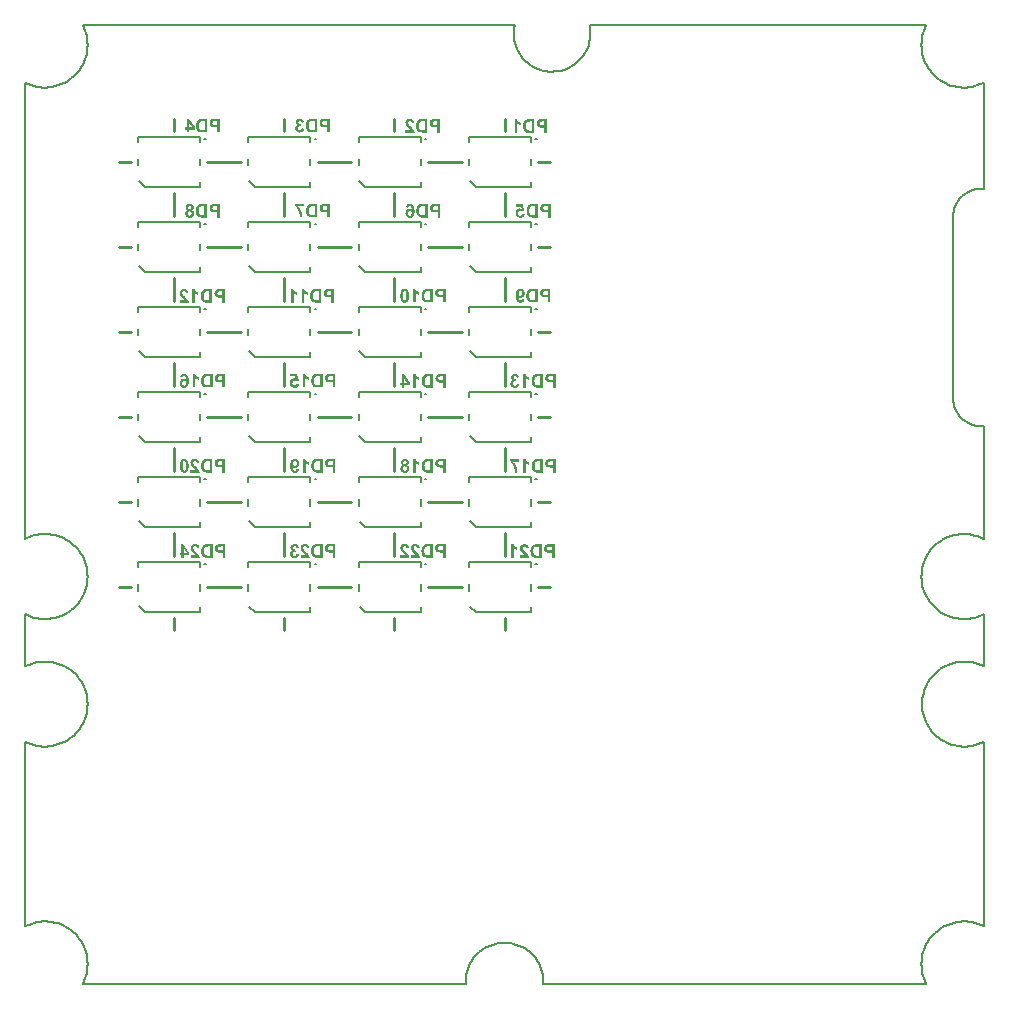
<source format=gbr>
G04*
G04 #@! TF.GenerationSoftware,Altium Limited,Altium Designer,25.8.1 (18)*
G04*
G04 Layer_Color=32896*
%FSLAX44Y44*%
%MOMM*%
G71*
G04*
G04 #@! TF.SameCoordinates,1CDF2C75-020A-47A3-8E04-CCE3CD196F76*
G04*
G04*
G04 #@! TF.FilePolarity,Positive*
G04*
G01*
G75*
%ADD10C,0.1524*%
%ADD12C,0.2000*%
%ADD19C,0.2540*%
G36*
X435512Y750905D02*
X435729Y750555D01*
X435962Y750222D01*
X436195Y749956D01*
X436395Y749739D01*
X436578Y749572D01*
X436645Y749506D01*
X436695Y749456D01*
X436728Y749439D01*
X436745Y749422D01*
X437112Y749156D01*
X437462Y748923D01*
X437778Y748739D01*
X438061Y748606D01*
X438295Y748506D01*
X438461Y748423D01*
X438528Y748406D01*
X438578Y748389D01*
X438595Y748373D01*
X438611D01*
Y746373D01*
X438011Y746606D01*
X437478Y746856D01*
X437228Y746990D01*
X436995Y747140D01*
X436778Y747273D01*
X436578Y747406D01*
X436395Y747540D01*
X436228Y747656D01*
X436095Y747756D01*
X435979Y747856D01*
X435879Y747939D01*
X435812Y747989D01*
X435779Y748023D01*
X435762Y748039D01*
Y739691D01*
X433546D01*
Y751289D01*
X435345D01*
X435512Y750905D01*
D02*
G37*
G36*
X461072Y739691D02*
X458739D01*
Y744040D01*
X456673D01*
X456423Y744057D01*
X456190D01*
X455973Y744074D01*
X455774Y744090D01*
X455590Y744107D01*
X455440Y744124D01*
X455290D01*
X455174Y744140D01*
X455057Y744157D01*
X454974Y744174D01*
X454907D01*
X454857Y744190D01*
X454824D01*
X454590Y744257D01*
X454374Y744340D01*
X454174Y744424D01*
X453991Y744524D01*
X453841Y744607D01*
X453724Y744673D01*
X453657Y744724D01*
X453624Y744740D01*
X453407Y744907D01*
X453224Y745090D01*
X453041Y745290D01*
X452908Y745457D01*
X452791Y745623D01*
X452708Y745757D01*
X452658Y745840D01*
X452641Y745873D01*
X452508Y746156D01*
X452408Y746456D01*
X452341Y746773D01*
X452291Y747056D01*
X452258Y747290D01*
Y747406D01*
X452241Y747489D01*
Y747573D01*
Y747623D01*
Y747656D01*
Y747673D01*
X452274Y748156D01*
X452341Y748606D01*
X452458Y748972D01*
X452574Y749306D01*
X452641Y749439D01*
X452708Y749556D01*
X452758Y749656D01*
X452824Y749756D01*
X452858Y749822D01*
X452891Y749872D01*
X452924Y749889D01*
Y749905D01*
X453191Y750206D01*
X453457Y750455D01*
X453741Y750655D01*
X453991Y750805D01*
X454224Y750905D01*
X454407Y750989D01*
X454474Y751005D01*
X454524Y751022D01*
X454557Y751039D01*
X454574D01*
X454707Y751072D01*
X454874Y751105D01*
X455074Y751122D01*
X455274Y751139D01*
X455740Y751172D01*
X456207Y751205D01*
X456640D01*
X456823Y751222D01*
X461072D01*
Y739691D01*
D02*
G37*
G36*
X450325D02*
X445959D01*
X445509Y739708D01*
X445093Y739725D01*
X444743Y739758D01*
X444460Y739808D01*
X444226Y739858D01*
X444043Y739891D01*
X443993Y739908D01*
X443943D01*
X443927Y739925D01*
X443910D01*
X443543Y740058D01*
X443210Y740208D01*
X442943Y740358D01*
X442710Y740508D01*
X442527Y740641D01*
X442394Y740741D01*
X442310Y740808D01*
X442277Y740841D01*
X441994Y741158D01*
X441744Y741491D01*
X441527Y741841D01*
X441361Y742158D01*
X441227Y742457D01*
X441161Y742574D01*
X441127Y742674D01*
X441094Y742774D01*
X441061Y742841D01*
X441044Y742874D01*
Y742891D01*
X440927Y743291D01*
X440827Y743707D01*
X440761Y744107D01*
X440727Y744490D01*
X440711Y744673D01*
X440694Y744840D01*
Y744974D01*
X440677Y745107D01*
Y745207D01*
Y745273D01*
Y745323D01*
Y745340D01*
X440694Y745923D01*
X440744Y746440D01*
X440761Y746690D01*
X440794Y746906D01*
X440827Y747123D01*
X440861Y747306D01*
X440911Y747473D01*
X440944Y747623D01*
X440977Y747756D01*
X440994Y747856D01*
X441027Y747939D01*
X441044Y748006D01*
X441061Y748039D01*
Y748056D01*
X441211Y748456D01*
X441394Y748822D01*
X441577Y749139D01*
X441760Y749406D01*
X441910Y749622D01*
X442044Y749789D01*
X442127Y749889D01*
X442144Y749922D01*
X442160D01*
X442444Y750189D01*
X442727Y750405D01*
X443027Y750589D01*
X443293Y750739D01*
X443527Y750855D01*
X443727Y750939D01*
X443793Y750955D01*
X443843Y750972D01*
X443876Y750989D01*
X443893D01*
X444210Y751072D01*
X444560Y751122D01*
X444926Y751172D01*
X445276Y751189D01*
X445593Y751205D01*
X445726Y751222D01*
X450325D01*
Y739691D01*
D02*
G37*
G36*
X256312Y463267D02*
X256529Y462917D01*
X256762Y462584D01*
X256996Y462317D01*
X257195Y462100D01*
X257379Y461934D01*
X257445Y461867D01*
X257495Y461817D01*
X257529Y461800D01*
X257545Y461784D01*
X257912Y461517D01*
X258262Y461284D01*
X258578Y461101D01*
X258862Y460967D01*
X259095Y460867D01*
X259262Y460784D01*
X259328Y460768D01*
X259378Y460751D01*
X259395Y460734D01*
X259412D01*
Y458735D01*
X258812Y458968D01*
X258279Y459218D01*
X258029Y459351D01*
X257795Y459501D01*
X257579Y459634D01*
X257379Y459768D01*
X257195Y459901D01*
X257029Y460018D01*
X256896Y460118D01*
X256779Y460218D01*
X256679Y460301D01*
X256612Y460351D01*
X256579Y460384D01*
X256562Y460401D01*
Y452053D01*
X254346D01*
Y463650D01*
X256146D01*
X256312Y463267D01*
D02*
G37*
G36*
X247815Y463633D02*
X248081Y463600D01*
X248348Y463550D01*
X248598Y463483D01*
X248831Y463400D01*
X249048Y463300D01*
X249264Y463217D01*
X249431Y463117D01*
X249597Y463000D01*
X249747Y462917D01*
X249864Y462817D01*
X249981Y462734D01*
X250064Y462667D01*
X250114Y462617D01*
X250147Y462584D01*
X250164Y462567D01*
X250347Y462350D01*
X250497Y462134D01*
X250647Y461900D01*
X250764Y461667D01*
X250864Y461434D01*
X250947Y461184D01*
X251064Y460734D01*
X251114Y460534D01*
X251147Y460334D01*
X251164Y460168D01*
X251180Y460018D01*
X251197Y459884D01*
Y459801D01*
Y459734D01*
Y459718D01*
X251180Y459418D01*
X251147Y459118D01*
X251114Y458835D01*
X251047Y458585D01*
X250964Y458335D01*
X250880Y458118D01*
X250797Y457901D01*
X250697Y457718D01*
X250614Y457552D01*
X250530Y457402D01*
X250447Y457285D01*
X250364Y457168D01*
X250297Y457102D01*
X250264Y457035D01*
X250231Y457002D01*
X250214Y456985D01*
X250031Y456802D01*
X249831Y456635D01*
X249631Y456502D01*
X249431Y456385D01*
X249231Y456285D01*
X249048Y456185D01*
X248681Y456069D01*
X248364Y455985D01*
X248231Y455969D01*
X248114Y455952D01*
X248015Y455935D01*
X247881D01*
X247648Y455952D01*
X247431Y455985D01*
X247231Y456019D01*
X247031Y456085D01*
X246665Y456235D01*
X246365Y456419D01*
X246132Y456602D01*
X246032Y456685D01*
X245948Y456752D01*
X245882Y456819D01*
X245832Y456869D01*
X245815Y456885D01*
X245798Y456902D01*
X245832Y456552D01*
X245865Y456219D01*
X245898Y455919D01*
X245948Y455652D01*
X245998Y455419D01*
X246048Y455202D01*
X246098Y455019D01*
X246148Y454852D01*
X246215Y454702D01*
X246248Y454586D01*
X246298Y454486D01*
X246332Y454419D01*
X246365Y454352D01*
X246398Y454319D01*
X246415Y454286D01*
X246598Y454086D01*
X246798Y453936D01*
X246981Y453819D01*
X247165Y453753D01*
X247331Y453703D01*
X247448Y453686D01*
X247531Y453669D01*
X247565D01*
X247748Y453686D01*
X247931Y453719D01*
X248064Y453769D01*
X248198Y453819D01*
X248298Y453869D01*
X248364Y453919D01*
X248414Y453952D01*
X248431Y453969D01*
X248548Y454103D01*
X248631Y454253D01*
X248698Y454419D01*
X248748Y454586D01*
X248798Y454719D01*
X248814Y454836D01*
X248831Y454919D01*
Y454952D01*
X250964Y454702D01*
X250914Y454436D01*
X250847Y454202D01*
X250780Y453969D01*
X250697Y453769D01*
X250614Y453569D01*
X250530Y453386D01*
X250431Y453236D01*
X250347Y453086D01*
X250247Y452970D01*
X250181Y452853D01*
X250097Y452770D01*
X250031Y452686D01*
X249981Y452636D01*
X249931Y452586D01*
X249914Y452570D01*
X249897Y452553D01*
X249731Y452420D01*
X249564Y452320D01*
X249198Y452136D01*
X248848Y452020D01*
X248498Y451920D01*
X248181Y451870D01*
X248048Y451853D01*
X247931D01*
X247848Y451836D01*
X247715D01*
X247365Y451853D01*
X247048Y451903D01*
X246748Y451970D01*
X246448Y452053D01*
X246182Y452170D01*
X245932Y452286D01*
X245698Y452403D01*
X245498Y452536D01*
X245315Y452669D01*
X245149Y452786D01*
X245015Y452920D01*
X244899Y453019D01*
X244799Y453103D01*
X244732Y453169D01*
X244699Y453219D01*
X244682Y453236D01*
X244465Y453519D01*
X244299Y453836D01*
X244132Y454186D01*
X243999Y454536D01*
X243882Y454919D01*
X243782Y455302D01*
X243716Y455669D01*
X243649Y456052D01*
X243599Y456402D01*
X243566Y456718D01*
X243532Y457018D01*
X243516Y457285D01*
X243499Y457502D01*
Y457668D01*
Y457718D01*
Y457768D01*
Y457785D01*
Y457802D01*
X243516Y458368D01*
X243549Y458885D01*
X243599Y459368D01*
X243682Y459818D01*
X243766Y460218D01*
X243849Y460584D01*
X243965Y460917D01*
X244065Y461217D01*
X244165Y461467D01*
X244265Y461684D01*
X244365Y461867D01*
X244449Y462017D01*
X244532Y462134D01*
X244582Y462217D01*
X244615Y462267D01*
X244632Y462284D01*
X244849Y462517D01*
X245082Y462734D01*
X245315Y462917D01*
X245548Y463067D01*
X245798Y463200D01*
X246032Y463317D01*
X246265Y463400D01*
X246498Y463483D01*
X246698Y463533D01*
X246898Y463583D01*
X247065Y463617D01*
X247215Y463633D01*
X247348D01*
X247431Y463650D01*
X247515D01*
X247815Y463633D01*
D02*
G37*
G36*
X281873Y452053D02*
X279540D01*
Y456402D01*
X277474D01*
X277224Y456419D01*
X276990D01*
X276774Y456435D01*
X276574Y456452D01*
X276390Y456469D01*
X276241Y456485D01*
X276091D01*
X275974Y456502D01*
X275857Y456519D01*
X275774Y456535D01*
X275707D01*
X275657Y456552D01*
X275624D01*
X275391Y456618D01*
X275174Y456702D01*
X274974Y456785D01*
X274791Y456885D01*
X274641Y456968D01*
X274524Y457035D01*
X274458Y457085D01*
X274424Y457102D01*
X274208Y457268D01*
X274025Y457452D01*
X273841Y457652D01*
X273708Y457818D01*
X273591Y457985D01*
X273508Y458118D01*
X273458Y458201D01*
X273441Y458235D01*
X273308Y458518D01*
X273208Y458818D01*
X273141Y459134D01*
X273091Y459418D01*
X273058Y459651D01*
Y459768D01*
X273041Y459851D01*
Y459934D01*
Y459984D01*
Y460018D01*
Y460034D01*
X273075Y460518D01*
X273141Y460967D01*
X273258Y461334D01*
X273375Y461667D01*
X273441Y461800D01*
X273508Y461917D01*
X273558Y462017D01*
X273625Y462117D01*
X273658Y462184D01*
X273691Y462234D01*
X273724Y462250D01*
Y462267D01*
X273991Y462567D01*
X274258Y462817D01*
X274541Y463017D01*
X274791Y463167D01*
X275024Y463267D01*
X275208Y463350D01*
X275274Y463367D01*
X275324Y463383D01*
X275357Y463400D01*
X275374D01*
X275507Y463433D01*
X275674Y463467D01*
X275874Y463483D01*
X276074Y463500D01*
X276541Y463533D01*
X277007Y463567D01*
X277440D01*
X277624Y463583D01*
X281873D01*
Y452053D01*
D02*
G37*
G36*
X271125D02*
X266760D01*
X266310Y452070D01*
X265893Y452086D01*
X265543Y452120D01*
X265260Y452170D01*
X265027Y452220D01*
X264844Y452253D01*
X264793Y452270D01*
X264743D01*
X264727Y452286D01*
X264710D01*
X264344Y452420D01*
X264010Y452570D01*
X263744Y452719D01*
X263510Y452869D01*
X263327Y453003D01*
X263194Y453103D01*
X263111Y453169D01*
X263077Y453203D01*
X262794Y453519D01*
X262544Y453853D01*
X262327Y454202D01*
X262161Y454519D01*
X262027Y454819D01*
X261961Y454936D01*
X261928Y455036D01*
X261894Y455136D01*
X261861Y455202D01*
X261844Y455235D01*
Y455252D01*
X261728Y455652D01*
X261628Y456069D01*
X261561Y456469D01*
X261528Y456852D01*
X261511Y457035D01*
X261494Y457202D01*
Y457335D01*
X261478Y457468D01*
Y457568D01*
Y457635D01*
Y457685D01*
Y457702D01*
X261494Y458285D01*
X261544Y458801D01*
X261561Y459051D01*
X261594Y459268D01*
X261628Y459484D01*
X261661Y459668D01*
X261711Y459834D01*
X261744Y459984D01*
X261778Y460118D01*
X261794Y460218D01*
X261828Y460301D01*
X261844Y460368D01*
X261861Y460401D01*
Y460418D01*
X262011Y460817D01*
X262194Y461184D01*
X262377Y461501D01*
X262561Y461767D01*
X262711Y461984D01*
X262844Y462150D01*
X262927Y462250D01*
X262944Y462284D01*
X262961D01*
X263244Y462550D01*
X263527Y462767D01*
X263827Y462950D01*
X264094Y463100D01*
X264327Y463217D01*
X264527Y463300D01*
X264594Y463317D01*
X264643Y463334D01*
X264677Y463350D01*
X264694D01*
X265010Y463433D01*
X265360Y463483D01*
X265727Y463533D01*
X266077Y463550D01*
X266393Y463567D01*
X266526Y463583D01*
X271125D01*
Y452053D01*
D02*
G37*
G36*
X349683Y463184D02*
X349900Y462834D01*
X350133Y462501D01*
X350367Y462234D01*
X350567Y462018D01*
X350750Y461851D01*
X350817Y461785D01*
X350867Y461735D01*
X350900Y461718D01*
X350916Y461701D01*
X351283Y461435D01*
X351633Y461201D01*
X351950Y461018D01*
X352233Y460885D01*
X352466Y460785D01*
X352633Y460702D01*
X352699Y460685D01*
X352749Y460668D01*
X352766Y460652D01*
X352783D01*
Y458652D01*
X352183Y458885D01*
X351650Y459135D01*
X351400Y459269D01*
X351166Y459419D01*
X350950Y459552D01*
X350750Y459685D01*
X350567Y459818D01*
X350400Y459935D01*
X350267Y460035D01*
X350150Y460135D01*
X350050Y460218D01*
X349983Y460268D01*
X349950Y460302D01*
X349934Y460318D01*
Y451970D01*
X347717D01*
Y463568D01*
X349517D01*
X349683Y463184D01*
D02*
G37*
G36*
X375244Y451970D02*
X372911D01*
Y456319D01*
X370845D01*
X370595Y456336D01*
X370362D01*
X370145Y456353D01*
X369945Y456369D01*
X369762Y456386D01*
X369612Y456403D01*
X369462D01*
X369345Y456419D01*
X369229Y456436D01*
X369145Y456453D01*
X369079D01*
X369029Y456469D01*
X368995D01*
X368762Y456536D01*
X368545Y456619D01*
X368345Y456703D01*
X368162Y456803D01*
X368012Y456886D01*
X367896Y456953D01*
X367829Y457002D01*
X367796Y457019D01*
X367579Y457186D01*
X367396Y457369D01*
X367212Y457569D01*
X367079Y457736D01*
X366962Y457902D01*
X366879Y458036D01*
X366829Y458119D01*
X366813Y458152D01*
X366679Y458436D01*
X366579Y458735D01*
X366513Y459052D01*
X366463Y459335D01*
X366429Y459568D01*
Y459685D01*
X366413Y459768D01*
Y459852D01*
Y459902D01*
Y459935D01*
Y459952D01*
X366446Y460435D01*
X366513Y460885D01*
X366629Y461251D01*
X366746Y461585D01*
X366813Y461718D01*
X366879Y461835D01*
X366929Y461935D01*
X366996Y462035D01*
X367029Y462101D01*
X367062Y462151D01*
X367096Y462168D01*
Y462184D01*
X367362Y462484D01*
X367629Y462734D01*
X367912Y462934D01*
X368162Y463084D01*
X368395Y463184D01*
X368579Y463268D01*
X368645Y463284D01*
X368695Y463301D01*
X368729Y463318D01*
X368745D01*
X368879Y463351D01*
X369045Y463384D01*
X369245Y463401D01*
X369445Y463418D01*
X369912Y463451D01*
X370378Y463484D01*
X370812D01*
X370995Y463501D01*
X375244D01*
Y451970D01*
D02*
G37*
G36*
X364496D02*
X360131D01*
X359681Y451987D01*
X359264Y452004D01*
X358914Y452037D01*
X358631Y452087D01*
X358398Y452137D01*
X358215Y452170D01*
X358165Y452187D01*
X358115D01*
X358098Y452204D01*
X358081D01*
X357715Y452337D01*
X357382Y452487D01*
X357115Y452637D01*
X356882Y452787D01*
X356698Y452920D01*
X356565Y453020D01*
X356482Y453087D01*
X356449Y453120D01*
X356165Y453437D01*
X355915Y453770D01*
X355699Y454120D01*
X355532Y454436D01*
X355399Y454736D01*
X355332Y454853D01*
X355299Y454953D01*
X355265Y455053D01*
X355232Y455120D01*
X355215Y455153D01*
Y455170D01*
X355099Y455569D01*
X354999Y455986D01*
X354932Y456386D01*
X354899Y456769D01*
X354882Y456953D01*
X354865Y457119D01*
Y457253D01*
X354849Y457386D01*
Y457486D01*
Y457552D01*
Y457602D01*
Y457619D01*
X354865Y458202D01*
X354916Y458719D01*
X354932Y458969D01*
X354966Y459185D01*
X354999Y459402D01*
X355032Y459585D01*
X355082Y459752D01*
X355116Y459902D01*
X355149Y460035D01*
X355165Y460135D01*
X355199Y460218D01*
X355215Y460285D01*
X355232Y460318D01*
Y460335D01*
X355382Y460735D01*
X355565Y461101D01*
X355749Y461418D01*
X355932Y461685D01*
X356082Y461901D01*
X356215Y462068D01*
X356298Y462168D01*
X356315Y462201D01*
X356332D01*
X356615Y462468D01*
X356898Y462684D01*
X357198Y462868D01*
X357465Y463018D01*
X357698Y463134D01*
X357898Y463218D01*
X357965Y463234D01*
X358015Y463251D01*
X358048Y463268D01*
X358065D01*
X358381Y463351D01*
X358731Y463401D01*
X359098Y463451D01*
X359448Y463467D01*
X359764Y463484D01*
X359898Y463501D01*
X364496D01*
Y451970D01*
D02*
G37*
G36*
X340986Y463551D02*
X341269Y463534D01*
X341536Y463484D01*
X341786Y463434D01*
X342019Y463368D01*
X342235Y463301D01*
X342419Y463218D01*
X342585Y463151D01*
X342752Y463068D01*
X342885Y462984D01*
X342985Y462918D01*
X343085Y462851D01*
X343152Y462801D01*
X343202Y462751D01*
X343235Y462734D01*
X343252Y462718D01*
X343402Y462551D01*
X343552Y462384D01*
X343668Y462201D01*
X343768Y462035D01*
X343935Y461668D01*
X344035Y461335D01*
X344102Y461035D01*
X344118Y460901D01*
X344135Y460802D01*
X344152Y460702D01*
Y460635D01*
Y460602D01*
Y460585D01*
X344135Y460302D01*
X344085Y460052D01*
X344035Y459802D01*
X343952Y459602D01*
X343885Y459419D01*
X343835Y459302D01*
X343785Y459219D01*
X343768Y459185D01*
X343602Y458969D01*
X343402Y458769D01*
X343202Y458602D01*
X342985Y458452D01*
X342802Y458352D01*
X342652Y458269D01*
X342552Y458219D01*
X342535Y458202D01*
X342519D01*
X342869Y458019D01*
X343168Y457836D01*
X343419Y457636D01*
X343618Y457436D01*
X343785Y457253D01*
X343902Y457119D01*
X343968Y457019D01*
X343985Y457002D01*
Y456986D01*
X344135Y456686D01*
X344252Y456386D01*
X344318Y456086D01*
X344385Y455820D01*
X344418Y455603D01*
X344435Y455420D01*
Y455353D01*
Y455303D01*
Y455270D01*
Y455253D01*
X344418Y454936D01*
X344385Y454653D01*
X344318Y454370D01*
X344235Y454120D01*
X344152Y453870D01*
X344052Y453653D01*
X343935Y453453D01*
X343818Y453270D01*
X343702Y453120D01*
X343585Y452970D01*
X343485Y452854D01*
X343402Y452754D01*
X343318Y452670D01*
X343252Y452620D01*
X343218Y452587D01*
X343202Y452570D01*
X343002Y452420D01*
X342785Y452304D01*
X342569Y452187D01*
X342352Y452104D01*
X341919Y451954D01*
X341502Y451854D01*
X341302Y451820D01*
X341136Y451804D01*
X340986Y451787D01*
X340853Y451771D01*
X340736Y451754D01*
X340586D01*
X340269Y451771D01*
X339986Y451804D01*
X339703Y451854D01*
X339436Y451904D01*
X339203Y451987D01*
X338986Y452070D01*
X338770Y452154D01*
X338586Y452254D01*
X338420Y452354D01*
X338286Y452437D01*
X338153Y452520D01*
X338053Y452604D01*
X337970Y452654D01*
X337920Y452704D01*
X337887Y452737D01*
X337870Y452754D01*
X337687Y452954D01*
X337537Y453153D01*
X337387Y453370D01*
X337270Y453587D01*
X337170Y453803D01*
X337087Y454020D01*
X336970Y454436D01*
X336920Y454620D01*
X336887Y454786D01*
X336870Y454953D01*
X336853Y455086D01*
X336837Y455203D01*
Y455286D01*
Y455336D01*
Y455353D01*
X336853Y455703D01*
X336920Y456019D01*
X336987Y456319D01*
X337087Y456569D01*
X337170Y456769D01*
X337253Y456919D01*
X337320Y457019D01*
X337337Y457052D01*
X337537Y457319D01*
X337770Y457552D01*
X338020Y457752D01*
X338253Y457902D01*
X338470Y458036D01*
X338636Y458136D01*
X338703Y458169D01*
X338753Y458186D01*
X338786Y458202D01*
X338803D01*
X338536Y458335D01*
X338303Y458485D01*
X338103Y458635D01*
X337937Y458802D01*
X337803Y458935D01*
X337720Y459052D01*
X337653Y459119D01*
X337637Y459152D01*
X337487Y459402D01*
X337387Y459652D01*
X337303Y459885D01*
X337253Y460102D01*
X337220Y460302D01*
X337203Y460452D01*
Y460552D01*
Y460568D01*
Y460585D01*
X337220Y460818D01*
X337237Y461051D01*
X337353Y461468D01*
X337487Y461818D01*
X337653Y462135D01*
X337837Y462384D01*
X337903Y462484D01*
X337970Y462568D01*
X338036Y462634D01*
X338087Y462684D01*
X338103Y462701D01*
X338120Y462718D01*
X338303Y462868D01*
X338486Y463001D01*
X338703Y463118D01*
X338903Y463218D01*
X339336Y463368D01*
X339753Y463467D01*
X339936Y463501D01*
X340119Y463517D01*
X340269Y463534D01*
X340419Y463551D01*
X340519Y463568D01*
X340686D01*
X340986Y463551D01*
D02*
G37*
G36*
X163057Y463633D02*
X163324Y463617D01*
X163840Y463533D01*
X164274Y463400D01*
X164474Y463334D01*
X164657Y463250D01*
X164823Y463184D01*
X164957Y463100D01*
X165090Y463033D01*
X165190Y462984D01*
X165273Y462917D01*
X165323Y462884D01*
X165357Y462867D01*
X165373Y462850D01*
X165557Y462684D01*
X165723Y462517D01*
X165873Y462317D01*
X166007Y462100D01*
X166206Y461667D01*
X166373Y461251D01*
X166423Y461034D01*
X166473Y460851D01*
X166523Y460684D01*
X166540Y460534D01*
X166573Y460401D01*
Y460318D01*
X166590Y460251D01*
Y460234D01*
X164390Y460018D01*
X164357Y460351D01*
X164290Y460634D01*
X164224Y460884D01*
X164140Y461067D01*
X164074Y461217D01*
X164007Y461317D01*
X163957Y461384D01*
X163940Y461401D01*
X163774Y461534D01*
X163591Y461634D01*
X163407Y461717D01*
X163224Y461767D01*
X163074Y461800D01*
X162941Y461817D01*
X162824D01*
X162574Y461800D01*
X162358Y461750D01*
X162174Y461684D01*
X162008Y461617D01*
X161891Y461551D01*
X161791Y461484D01*
X161741Y461434D01*
X161724Y461417D01*
X161591Y461251D01*
X161491Y461067D01*
X161424Y460884D01*
X161374Y460701D01*
X161341Y460534D01*
X161324Y460384D01*
Y460301D01*
Y460284D01*
Y460268D01*
X161341Y460018D01*
X161391Y459784D01*
X161474Y459551D01*
X161558Y459351D01*
X161641Y459168D01*
X161724Y459035D01*
X161774Y458951D01*
X161791Y458918D01*
X161858Y458818D01*
X161958Y458701D01*
X162091Y458551D01*
X162224Y458418D01*
X162524Y458102D01*
X162824Y457785D01*
X163124Y457485D01*
X163257Y457352D01*
X163391Y457252D01*
X163491Y457152D01*
X163557Y457085D01*
X163607Y457035D01*
X163624Y457018D01*
X163957Y456702D01*
X164257Y456402D01*
X164540Y456119D01*
X164790Y455869D01*
X165023Y455619D01*
X165223Y455386D01*
X165407Y455186D01*
X165557Y454986D01*
X165690Y454819D01*
X165807Y454669D01*
X165907Y454552D01*
X165973Y454436D01*
X166040Y454369D01*
X166073Y454302D01*
X166106Y454269D01*
Y454253D01*
X166323Y453869D01*
X166490Y453469D01*
X166623Y453103D01*
X166723Y452770D01*
X166790Y452470D01*
X166806Y452353D01*
X166823Y452253D01*
X166840Y452170D01*
X166856Y452103D01*
Y452070D01*
Y452053D01*
X159108D01*
Y454103D01*
X163507D01*
X163374Y454319D01*
X163224Y454502D01*
X163157Y454586D01*
X163107Y454652D01*
X163074Y454686D01*
X163057Y454702D01*
X162991Y454769D01*
X162924Y454852D01*
X162724Y455036D01*
X162507Y455252D01*
X162291Y455469D01*
X162074Y455669D01*
X161891Y455835D01*
X161824Y455902D01*
X161774Y455952D01*
X161741Y455969D01*
X161724Y455985D01*
X161358Y456335D01*
X161058Y456618D01*
X160808Y456885D01*
X160608Y457085D01*
X160458Y457252D01*
X160358Y457368D01*
X160291Y457452D01*
X160275Y457468D01*
X160058Y457752D01*
X159875Y458018D01*
X159725Y458268D01*
X159608Y458485D01*
X159508Y458668D01*
X159442Y458818D01*
X159408Y458901D01*
X159392Y458935D01*
X159292Y459201D01*
X159225Y459468D01*
X159175Y459718D01*
X159142Y459951D01*
X159125Y460134D01*
X159108Y460284D01*
Y460384D01*
Y460418D01*
X159125Y460667D01*
X159158Y460917D01*
X159192Y461151D01*
X159258Y461367D01*
X159425Y461750D01*
X159592Y462084D01*
X159691Y462234D01*
X159775Y462350D01*
X159858Y462467D01*
X159941Y462550D01*
X160008Y462617D01*
X160041Y462684D01*
X160075Y462700D01*
X160091Y462717D01*
X160275Y462884D01*
X160491Y463033D01*
X160691Y463150D01*
X160924Y463250D01*
X161358Y463417D01*
X161791Y463533D01*
X161991Y463567D01*
X162174Y463600D01*
X162341Y463617D01*
X162491Y463633D01*
X162607Y463650D01*
X162774D01*
X163057Y463633D01*
D02*
G37*
G36*
X188451Y452053D02*
X186118D01*
Y456402D01*
X184052D01*
X183802Y456419D01*
X183569D01*
X183352Y456435D01*
X183152Y456452D01*
X182969Y456469D01*
X182819Y456485D01*
X182669D01*
X182552Y456502D01*
X182436Y456519D01*
X182352Y456535D01*
X182286D01*
X182236Y456552D01*
X182202D01*
X181969Y456618D01*
X181752Y456702D01*
X181553Y456785D01*
X181369Y456885D01*
X181219Y456968D01*
X181103Y457035D01*
X181036Y457085D01*
X181003Y457102D01*
X180786Y457268D01*
X180603Y457452D01*
X180420Y457652D01*
X180286Y457818D01*
X180170Y457985D01*
X180086Y458118D01*
X180036Y458201D01*
X180020Y458235D01*
X179886Y458518D01*
X179786Y458818D01*
X179720Y459134D01*
X179670Y459418D01*
X179636Y459651D01*
Y459768D01*
X179620Y459851D01*
Y459934D01*
Y459984D01*
Y460018D01*
Y460034D01*
X179653Y460518D01*
X179720Y460967D01*
X179836Y461334D01*
X179953Y461667D01*
X180020Y461800D01*
X180086Y461917D01*
X180136Y462017D01*
X180203Y462117D01*
X180236Y462184D01*
X180270Y462234D01*
X180303Y462250D01*
Y462267D01*
X180569Y462567D01*
X180836Y462817D01*
X181119Y463017D01*
X181369Y463167D01*
X181603Y463267D01*
X181786Y463350D01*
X181852Y463367D01*
X181903Y463383D01*
X181936Y463400D01*
X181952D01*
X182086Y463433D01*
X182252Y463467D01*
X182452Y463483D01*
X182652Y463500D01*
X183119Y463533D01*
X183585Y463567D01*
X184019D01*
X184202Y463583D01*
X188451D01*
Y452053D01*
D02*
G37*
G36*
X177704D02*
X173338D01*
X172888Y452070D01*
X172472Y452086D01*
X172122Y452120D01*
X171838Y452170D01*
X171605Y452220D01*
X171422Y452253D01*
X171372Y452270D01*
X171322D01*
X171305Y452286D01*
X171289D01*
X170922Y452420D01*
X170589Y452570D01*
X170322Y452719D01*
X170089Y452869D01*
X169906Y453003D01*
X169772Y453103D01*
X169689Y453169D01*
X169656Y453203D01*
X169372Y453519D01*
X169122Y453853D01*
X168906Y454202D01*
X168739Y454519D01*
X168606Y454819D01*
X168539Y454936D01*
X168506Y455036D01*
X168473Y455136D01*
X168439Y455202D01*
X168423Y455235D01*
Y455252D01*
X168306Y455652D01*
X168206Y456069D01*
X168139Y456469D01*
X168106Y456852D01*
X168089Y457035D01*
X168073Y457202D01*
Y457335D01*
X168056Y457468D01*
Y457568D01*
Y457635D01*
Y457685D01*
Y457702D01*
X168073Y458285D01*
X168123Y458801D01*
X168139Y459051D01*
X168173Y459268D01*
X168206Y459484D01*
X168239Y459668D01*
X168289Y459834D01*
X168323Y459984D01*
X168356Y460118D01*
X168373Y460218D01*
X168406Y460301D01*
X168423Y460368D01*
X168439Y460401D01*
Y460418D01*
X168589Y460817D01*
X168773Y461184D01*
X168956Y461501D01*
X169139Y461767D01*
X169289Y461984D01*
X169422Y462150D01*
X169506Y462250D01*
X169522Y462284D01*
X169539D01*
X169822Y462550D01*
X170105Y462767D01*
X170405Y462950D01*
X170672Y463100D01*
X170905Y463217D01*
X171105Y463300D01*
X171172Y463317D01*
X171222Y463334D01*
X171255Y463350D01*
X171272D01*
X171588Y463433D01*
X171938Y463483D01*
X172305Y463533D01*
X172655Y463550D01*
X172971Y463567D01*
X173105Y463583D01*
X177704D01*
Y452053D01*
D02*
G37*
G36*
X154176Y463633D02*
X154459Y463600D01*
X154743Y463533D01*
X154993Y463467D01*
X155226Y463367D01*
X155443Y463267D01*
X155626Y463167D01*
X155809Y463050D01*
X155959Y462934D01*
X156109Y462834D01*
X156226Y462734D01*
X156309Y462634D01*
X156392Y462567D01*
X156442Y462500D01*
X156476Y462467D01*
X156492Y462450D01*
X156692Y462167D01*
X156859Y461834D01*
X157009Y461484D01*
X157142Y461117D01*
X157242Y460734D01*
X157342Y460334D01*
X157409Y459951D01*
X157475Y459568D01*
X157509Y459201D01*
X157542Y458868D01*
X157575Y458551D01*
X157592Y458285D01*
X157609Y458068D01*
Y457901D01*
Y457835D01*
Y457785D01*
Y457768D01*
Y457752D01*
X157592Y457152D01*
X157559Y456602D01*
X157509Y456085D01*
X157442Y455619D01*
X157375Y455202D01*
X157292Y454819D01*
X157192Y454486D01*
X157092Y454186D01*
X157009Y453936D01*
X156909Y453703D01*
X156826Y453519D01*
X156742Y453369D01*
X156692Y453269D01*
X156642Y453186D01*
X156609Y453136D01*
X156592Y453119D01*
X156392Y452886D01*
X156176Y452703D01*
X155959Y452520D01*
X155726Y452386D01*
X155509Y452253D01*
X155276Y452153D01*
X155059Y452070D01*
X154843Y452003D01*
X154643Y451936D01*
X154459Y451903D01*
X154293Y451870D01*
X154160Y451853D01*
X154043D01*
X153943Y451836D01*
X153876D01*
X153576Y451853D01*
X153293Y451886D01*
X153010Y451953D01*
X152760Y452020D01*
X152527Y452103D01*
X152310Y452203D01*
X152127Y452320D01*
X151944Y452436D01*
X151793Y452536D01*
X151644Y452653D01*
X151527Y452753D01*
X151427Y452836D01*
X151360Y452903D01*
X151310Y452970D01*
X151277Y453003D01*
X151260Y453019D01*
X151060Y453303D01*
X150894Y453636D01*
X150727Y453986D01*
X150611Y454369D01*
X150494Y454752D01*
X150410Y455136D01*
X150327Y455536D01*
X150261Y455919D01*
X150227Y456285D01*
X150194Y456618D01*
X150161Y456935D01*
X150144Y457202D01*
X150127Y457418D01*
Y457585D01*
Y457652D01*
Y457702D01*
Y457718D01*
Y457735D01*
X150144Y458335D01*
X150177Y458885D01*
X150227Y459384D01*
X150311Y459851D01*
X150394Y460284D01*
X150477Y460667D01*
X150594Y461017D01*
X150694Y461317D01*
X150794Y461601D01*
X150894Y461817D01*
X150994Y462017D01*
X151077Y462184D01*
X151160Y462300D01*
X151210Y462384D01*
X151244Y462434D01*
X151260Y462450D01*
X151444Y462667D01*
X151644Y462850D01*
X151860Y463000D01*
X152077Y463150D01*
X152293Y463267D01*
X152510Y463350D01*
X152710Y463433D01*
X152927Y463500D01*
X153126Y463550D01*
X153293Y463583D01*
X153460Y463617D01*
X153593Y463633D01*
X153710Y463650D01*
X153876D01*
X154176Y463633D01*
D02*
G37*
G36*
X442834Y463158D02*
X443050Y462809D01*
X443283Y462475D01*
X443517Y462209D01*
X443717Y461992D01*
X443900Y461825D01*
X443966Y461759D01*
X444016Y461709D01*
X444050Y461692D01*
X444067Y461676D01*
X444433Y461409D01*
X444783Y461176D01*
X445100Y460992D01*
X445383Y460859D01*
X445616Y460759D01*
X445783Y460676D01*
X445849Y460659D01*
X445899Y460643D01*
X445916Y460626D01*
X445933D01*
Y458626D01*
X445333Y458860D01*
X444800Y459109D01*
X444550Y459243D01*
X444316Y459393D01*
X444100Y459526D01*
X443900Y459659D01*
X443717Y459793D01*
X443550Y459909D01*
X443417Y460009D01*
X443300Y460109D01*
X443200Y460193D01*
X443133Y460243D01*
X443100Y460276D01*
X443083Y460293D01*
Y451945D01*
X440867D01*
Y463542D01*
X442667D01*
X442834Y463158D01*
D02*
G37*
G36*
X468394Y451945D02*
X466061D01*
Y456294D01*
X463995D01*
X463745Y456310D01*
X463512D01*
X463295Y456327D01*
X463095Y456344D01*
X462912Y456360D01*
X462762Y456377D01*
X462612D01*
X462495Y456394D01*
X462379Y456410D01*
X462295Y456427D01*
X462229D01*
X462179Y456444D01*
X462145D01*
X461912Y456510D01*
X461695Y456594D01*
X461495Y456677D01*
X461312Y456777D01*
X461162Y456860D01*
X461045Y456927D01*
X460979Y456977D01*
X460946Y456993D01*
X460729Y457160D01*
X460546Y457343D01*
X460362Y457543D01*
X460229Y457710D01*
X460112Y457877D01*
X460029Y458010D01*
X459979Y458093D01*
X459963Y458126D01*
X459829Y458410D01*
X459729Y458710D01*
X459663Y459026D01*
X459613Y459310D01*
X459579Y459543D01*
Y459659D01*
X459563Y459743D01*
Y459826D01*
Y459876D01*
Y459909D01*
Y459926D01*
X459596Y460409D01*
X459663Y460859D01*
X459779Y461226D01*
X459896Y461559D01*
X459963Y461692D01*
X460029Y461809D01*
X460079Y461909D01*
X460146Y462009D01*
X460179Y462076D01*
X460212Y462125D01*
X460246Y462142D01*
Y462159D01*
X460512Y462459D01*
X460779Y462709D01*
X461062Y462909D01*
X461312Y463059D01*
X461545Y463158D01*
X461729Y463242D01*
X461795Y463259D01*
X461845Y463275D01*
X461879Y463292D01*
X461895D01*
X462029Y463325D01*
X462195Y463358D01*
X462395Y463375D01*
X462595Y463392D01*
X463062Y463425D01*
X463528Y463458D01*
X463961D01*
X464145Y463475D01*
X468394D01*
Y451945D01*
D02*
G37*
G36*
X457646D02*
X453281D01*
X452831Y451961D01*
X452414Y451978D01*
X452065Y452011D01*
X451781Y452061D01*
X451548Y452111D01*
X451365Y452145D01*
X451315Y452161D01*
X451265D01*
X451248Y452178D01*
X451231D01*
X450865Y452311D01*
X450532Y452461D01*
X450265Y452611D01*
X450032Y452761D01*
X449848Y452895D01*
X449715Y452994D01*
X449632Y453061D01*
X449598Y453094D01*
X449315Y453411D01*
X449065Y453744D01*
X448849Y454094D01*
X448682Y454411D01*
X448549Y454711D01*
X448482Y454827D01*
X448449Y454927D01*
X448415Y455027D01*
X448382Y455094D01*
X448365Y455127D01*
Y455144D01*
X448249Y455544D01*
X448149Y455960D01*
X448082Y456360D01*
X448049Y456744D01*
X448032Y456927D01*
X448016Y457093D01*
Y457227D01*
X447999Y457360D01*
Y457460D01*
Y457527D01*
Y457577D01*
Y457593D01*
X448016Y458176D01*
X448065Y458693D01*
X448082Y458943D01*
X448116Y459160D01*
X448149Y459376D01*
X448182Y459559D01*
X448232Y459726D01*
X448265Y459876D01*
X448299Y460009D01*
X448315Y460109D01*
X448349Y460193D01*
X448365Y460259D01*
X448382Y460293D01*
Y460309D01*
X448532Y460709D01*
X448715Y461076D01*
X448899Y461392D01*
X449082Y461659D01*
X449232Y461875D01*
X449365Y462042D01*
X449449Y462142D01*
X449465Y462175D01*
X449482D01*
X449765Y462442D01*
X450048Y462659D01*
X450348Y462842D01*
X450615Y462992D01*
X450848Y463108D01*
X451048Y463192D01*
X451115Y463209D01*
X451165Y463225D01*
X451198Y463242D01*
X451215D01*
X451531Y463325D01*
X451881Y463375D01*
X452248Y463425D01*
X452598Y463442D01*
X452914Y463458D01*
X453048Y463475D01*
X457646D01*
Y451945D01*
D02*
G37*
G36*
X437551Y461276D02*
X432536D01*
X433086Y460526D01*
X433569Y459743D01*
X433802Y459376D01*
X434002Y458993D01*
X434186Y458643D01*
X434352Y458310D01*
X434502Y457993D01*
X434636Y457710D01*
X434752Y457443D01*
X434852Y457227D01*
X434919Y457060D01*
X434969Y456927D01*
X435002Y456843D01*
X435019Y456810D01*
X435186Y456344D01*
X435335Y455894D01*
X435452Y455444D01*
X435569Y455011D01*
X435652Y454577D01*
X435735Y454178D01*
X435802Y453794D01*
X435852Y453444D01*
X435902Y453128D01*
X435935Y452828D01*
X435969Y452578D01*
X435985Y452361D01*
Y452178D01*
X436002Y452045D01*
Y451978D01*
Y451945D01*
X433869D01*
X433853Y452528D01*
X433802Y453128D01*
X433719Y453711D01*
X433686Y453978D01*
X433636Y454244D01*
X433586Y454477D01*
X433536Y454711D01*
X433503Y454894D01*
X433469Y455061D01*
X433436Y455210D01*
X433403Y455311D01*
X433386Y455377D01*
Y455394D01*
X433169Y456110D01*
X432936Y456794D01*
X432819Y457110D01*
X432686Y457410D01*
X432570Y457693D01*
X432453Y457960D01*
X432336Y458193D01*
X432236Y458410D01*
X432136Y458610D01*
X432070Y458760D01*
X432003Y458893D01*
X431953Y458976D01*
X431920Y459043D01*
X431903Y459060D01*
X431720Y459376D01*
X431536Y459676D01*
X431370Y459943D01*
X431203Y460209D01*
X431036Y460443D01*
X430870Y460659D01*
X430720Y460859D01*
X430587Y461042D01*
X430453Y461209D01*
X430337Y461342D01*
X430237Y461459D01*
X430153Y461559D01*
X430087Y461626D01*
X430037Y461676D01*
X430004Y461709D01*
X429987Y461726D01*
Y463325D01*
X437551D01*
Y461276D01*
D02*
G37*
G36*
X163278Y391442D02*
X163544Y391426D01*
X164061Y391343D01*
X164494Y391209D01*
X164694Y391143D01*
X164877Y391059D01*
X165044Y390993D01*
X165177Y390909D01*
X165310Y390843D01*
X165410Y390793D01*
X165494Y390726D01*
X165544Y390693D01*
X165577Y390676D01*
X165594Y390659D01*
X165777Y390493D01*
X165944Y390326D01*
X166094Y390126D01*
X166227Y389910D01*
X166427Y389476D01*
X166593Y389060D01*
X166643Y388843D01*
X166693Y388660D01*
X166743Y388493D01*
X166760Y388343D01*
X166793Y388210D01*
Y388127D01*
X166810Y388060D01*
Y388043D01*
X164611Y387827D01*
X164577Y388160D01*
X164511Y388443D01*
X164444Y388693D01*
X164361Y388876D01*
X164294Y389026D01*
X164227Y389127D01*
X164177Y389193D01*
X164161Y389210D01*
X163994Y389343D01*
X163811Y389443D01*
X163627Y389526D01*
X163444Y389576D01*
X163294Y389610D01*
X163161Y389626D01*
X163044D01*
X162794Y389610D01*
X162578Y389560D01*
X162395Y389493D01*
X162228Y389426D01*
X162111Y389360D01*
X162011Y389293D01*
X161961Y389243D01*
X161945Y389226D01*
X161811Y389060D01*
X161711Y388876D01*
X161645Y388693D01*
X161595Y388510D01*
X161561Y388343D01*
X161545Y388193D01*
Y388110D01*
Y388093D01*
Y388077D01*
X161561Y387827D01*
X161611Y387593D01*
X161695Y387360D01*
X161778Y387160D01*
X161861Y386977D01*
X161945Y386844D01*
X161995Y386760D01*
X162011Y386727D01*
X162078Y386627D01*
X162178Y386511D01*
X162311Y386361D01*
X162444Y386227D01*
X162744Y385911D01*
X163044Y385594D01*
X163344Y385294D01*
X163477Y385161D01*
X163611Y385061D01*
X163711Y384961D01*
X163777Y384894D01*
X163827Y384844D01*
X163844Y384828D01*
X164177Y384511D01*
X164477Y384211D01*
X164760Y383928D01*
X165011Y383678D01*
X165244Y383428D01*
X165444Y383195D01*
X165627Y382995D01*
X165777Y382795D01*
X165910Y382628D01*
X166027Y382478D01*
X166127Y382361D01*
X166194Y382245D01*
X166260Y382178D01*
X166294Y382112D01*
X166327Y382078D01*
Y382062D01*
X166543Y381678D01*
X166710Y381278D01*
X166843Y380912D01*
X166943Y380579D01*
X167010Y380279D01*
X167027Y380162D01*
X167043Y380062D01*
X167060Y379979D01*
X167077Y379912D01*
Y379879D01*
Y379862D01*
X159329D01*
Y381912D01*
X163727D01*
X163594Y382128D01*
X163444Y382312D01*
X163377Y382395D01*
X163328Y382462D01*
X163294Y382495D01*
X163278Y382511D01*
X163211Y382578D01*
X163144Y382661D01*
X162944Y382845D01*
X162728Y383061D01*
X162511Y383278D01*
X162295Y383478D01*
X162111Y383644D01*
X162045Y383711D01*
X161995Y383761D01*
X161961Y383778D01*
X161945Y383795D01*
X161578Y384144D01*
X161278Y384428D01*
X161028Y384694D01*
X160828Y384894D01*
X160678Y385061D01*
X160578Y385177D01*
X160512Y385261D01*
X160495Y385277D01*
X160278Y385561D01*
X160095Y385827D01*
X159945Y386077D01*
X159829Y386294D01*
X159728Y386477D01*
X159662Y386627D01*
X159628Y386710D01*
X159612Y386744D01*
X159512Y387010D01*
X159445Y387277D01*
X159395Y387527D01*
X159362Y387760D01*
X159345Y387943D01*
X159329Y388093D01*
Y388193D01*
Y388227D01*
X159345Y388477D01*
X159379Y388727D01*
X159412Y388960D01*
X159479Y389176D01*
X159645Y389560D01*
X159812Y389893D01*
X159912Y390043D01*
X159995Y390159D01*
X160078Y390276D01*
X160162Y390359D01*
X160228Y390426D01*
X160262Y390493D01*
X160295Y390509D01*
X160312Y390526D01*
X160495Y390693D01*
X160712Y390843D01*
X160912Y390959D01*
X161145Y391059D01*
X161578Y391226D01*
X162011Y391343D01*
X162211Y391376D01*
X162395Y391409D01*
X162561Y391426D01*
X162711Y391442D01*
X162828Y391459D01*
X162994D01*
X163278Y391442D01*
D02*
G37*
G36*
X188671Y379862D02*
X186338D01*
Y384211D01*
X184272D01*
X184022Y384228D01*
X183789D01*
X183572Y384244D01*
X183372Y384261D01*
X183189Y384278D01*
X183039Y384294D01*
X182889D01*
X182773Y384311D01*
X182656Y384328D01*
X182573Y384344D01*
X182506D01*
X182456Y384361D01*
X182423D01*
X182189Y384428D01*
X181973Y384511D01*
X181773Y384594D01*
X181590Y384694D01*
X181440Y384778D01*
X181323Y384844D01*
X181256Y384894D01*
X181223Y384911D01*
X181006Y385078D01*
X180823Y385261D01*
X180640Y385461D01*
X180506Y385627D01*
X180390Y385794D01*
X180306Y385927D01*
X180257Y386011D01*
X180240Y386044D01*
X180107Y386327D01*
X180007Y386627D01*
X179940Y386944D01*
X179890Y387227D01*
X179857Y387460D01*
Y387577D01*
X179840Y387660D01*
Y387743D01*
Y387794D01*
Y387827D01*
Y387843D01*
X179873Y388327D01*
X179940Y388777D01*
X180057Y389143D01*
X180173Y389476D01*
X180240Y389610D01*
X180306Y389726D01*
X180357Y389826D01*
X180423Y389926D01*
X180457Y389993D01*
X180490Y390043D01*
X180523Y390060D01*
Y390076D01*
X180790Y390376D01*
X181056Y390626D01*
X181340Y390826D01*
X181590Y390976D01*
X181823Y391076D01*
X182006Y391159D01*
X182073Y391176D01*
X182123Y391193D01*
X182156Y391209D01*
X182173D01*
X182306Y391243D01*
X182473Y391276D01*
X182673Y391293D01*
X182873Y391309D01*
X183339Y391343D01*
X183806Y391376D01*
X184239D01*
X184422Y391393D01*
X188671D01*
Y379862D01*
D02*
G37*
G36*
X177924D02*
X173558D01*
X173108Y379879D01*
X172692Y379896D01*
X172342Y379929D01*
X172059Y379979D01*
X171825Y380029D01*
X171642Y380062D01*
X171592Y380079D01*
X171542D01*
X171525Y380095D01*
X171509D01*
X171142Y380229D01*
X170809Y380379D01*
X170542Y380529D01*
X170309Y380679D01*
X170126Y380812D01*
X169993Y380912D01*
X169909Y380979D01*
X169876Y381012D01*
X169593Y381328D01*
X169343Y381662D01*
X169126Y382012D01*
X168960Y382328D01*
X168826Y382628D01*
X168759Y382745D01*
X168726Y382845D01*
X168693Y382945D01*
X168659Y383011D01*
X168643Y383045D01*
Y383061D01*
X168526Y383461D01*
X168426Y383878D01*
X168360Y384278D01*
X168326Y384661D01*
X168310Y384844D01*
X168293Y385011D01*
Y385144D01*
X168276Y385277D01*
Y385377D01*
Y385444D01*
Y385494D01*
Y385511D01*
X168293Y386094D01*
X168343Y386610D01*
X168360Y386860D01*
X168393Y387077D01*
X168426Y387294D01*
X168460Y387477D01*
X168510Y387644D01*
X168543Y387794D01*
X168576Y387927D01*
X168593Y388027D01*
X168626Y388110D01*
X168643Y388177D01*
X168659Y388210D01*
Y388227D01*
X168810Y388627D01*
X168993Y388993D01*
X169176Y389310D01*
X169359Y389576D01*
X169509Y389793D01*
X169643Y389960D01*
X169726Y390060D01*
X169743Y390093D01*
X169759D01*
X170042Y390359D01*
X170326Y390576D01*
X170626Y390759D01*
X170892Y390909D01*
X171126Y391026D01*
X171325Y391109D01*
X171392Y391126D01*
X171442Y391143D01*
X171476Y391159D01*
X171492D01*
X171809Y391243D01*
X172159Y391293D01*
X172525Y391343D01*
X172875Y391359D01*
X173192Y391376D01*
X173325Y391393D01*
X177924D01*
Y379862D01*
D02*
G37*
G36*
X158212Y384094D02*
Y382178D01*
X153480D01*
Y379862D01*
X151347D01*
Y382178D01*
X149914D01*
Y384111D01*
X151347D01*
Y391442D01*
X153214D01*
X158212Y384094D01*
D02*
G37*
G36*
X247579Y391548D02*
X247895Y391514D01*
X248195Y391448D01*
X248445Y391381D01*
X248645Y391314D01*
X248812Y391248D01*
X248912Y391214D01*
X248929Y391198D01*
X248945D01*
X249212Y391048D01*
X249462Y390881D01*
X249662Y390714D01*
X249828Y390565D01*
X249961Y390415D01*
X250061Y390298D01*
X250128Y390231D01*
X250145Y390198D01*
X250295Y389948D01*
X250428Y389682D01*
X250528Y389398D01*
X250628Y389132D01*
X250695Y388882D01*
X250745Y388698D01*
X250761Y388615D01*
Y388565D01*
X250778Y388532D01*
Y388515D01*
X248745Y388182D01*
X248695Y388448D01*
X248629Y388682D01*
X248562Y388882D01*
X248479Y389032D01*
X248395Y389165D01*
X248329Y389265D01*
X248279Y389315D01*
X248262Y389332D01*
X248112Y389465D01*
X247945Y389565D01*
X247779Y389632D01*
X247629Y389682D01*
X247495Y389715D01*
X247395Y389731D01*
X247295D01*
X247096Y389715D01*
X246896Y389682D01*
X246746Y389615D01*
X246612Y389565D01*
X246496Y389498D01*
X246429Y389431D01*
X246379Y389398D01*
X246362Y389381D01*
X246246Y389248D01*
X246162Y389082D01*
X246096Y388932D01*
X246063Y388782D01*
X246029Y388648D01*
X246012Y388548D01*
Y388482D01*
Y388448D01*
X246029Y388199D01*
X246079Y387982D01*
X246162Y387799D01*
X246246Y387649D01*
X246346Y387515D01*
X246412Y387432D01*
X246479Y387365D01*
X246496Y387349D01*
X246696Y387215D01*
X246912Y387116D01*
X247146Y387049D01*
X247362Y386999D01*
X247562Y386982D01*
X247729Y386965D01*
X247879D01*
X248112Y385183D01*
X247895Y385233D01*
X247712Y385283D01*
X247529Y385316D01*
X247379Y385333D01*
X247262Y385349D01*
X247096D01*
X246862Y385333D01*
X246662Y385266D01*
X246479Y385199D01*
X246313Y385099D01*
X246196Y385016D01*
X246096Y384933D01*
X246029Y384866D01*
X246012Y384849D01*
X245863Y384649D01*
X245746Y384433D01*
X245663Y384216D01*
X245596Y384000D01*
X245563Y383800D01*
X245546Y383650D01*
Y383550D01*
Y383533D01*
Y383516D01*
X245563Y383200D01*
X245613Y382916D01*
X245696Y382667D01*
X245779Y382467D01*
X245879Y382317D01*
X245946Y382200D01*
X246012Y382117D01*
X246029Y382100D01*
X246213Y381934D01*
X246412Y381800D01*
X246596Y381717D01*
X246779Y381650D01*
X246946Y381617D01*
X247062Y381600D01*
X247146Y381584D01*
X247179D01*
X247412Y381600D01*
X247612Y381650D01*
X247795Y381717D01*
X247962Y381800D01*
X248079Y381867D01*
X248179Y381934D01*
X248245Y381983D01*
X248262Y382000D01*
X248412Y382183D01*
X248545Y382383D01*
X248629Y382600D01*
X248712Y382800D01*
X248762Y382983D01*
X248795Y383133D01*
X248812Y383233D01*
Y383250D01*
Y383266D01*
X250945Y383000D01*
X250911Y382733D01*
X250845Y382483D01*
X250695Y382017D01*
X250511Y381617D01*
X250395Y381450D01*
X250295Y381284D01*
X250195Y381134D01*
X250095Y381017D01*
X250012Y380900D01*
X249928Y380817D01*
X249862Y380750D01*
X249812Y380700D01*
X249778Y380667D01*
X249762Y380650D01*
X249562Y380500D01*
X249345Y380350D01*
X249145Y380234D01*
X248912Y380134D01*
X248479Y379967D01*
X248079Y379867D01*
X247879Y379834D01*
X247712Y379801D01*
X247562Y379784D01*
X247429Y379767D01*
X247312Y379751D01*
X247162D01*
X246862Y379767D01*
X246562Y379801D01*
X246296Y379851D01*
X246029Y379917D01*
X245796Y380001D01*
X245563Y380084D01*
X245346Y380184D01*
X245163Y380284D01*
X244996Y380384D01*
X244830Y380484D01*
X244713Y380567D01*
X244596Y380650D01*
X244513Y380717D01*
X244446Y380767D01*
X244413Y380800D01*
X244396Y380817D01*
X244196Y381017D01*
X244030Y381234D01*
X243880Y381450D01*
X243746Y381667D01*
X243647Y381900D01*
X243547Y382117D01*
X243413Y382517D01*
X243380Y382700D01*
X243347Y382883D01*
X243313Y383033D01*
X243297Y383167D01*
X243280Y383266D01*
Y383350D01*
Y383400D01*
Y383416D01*
X243313Y383800D01*
X243380Y384133D01*
X243463Y384450D01*
X243580Y384699D01*
X243696Y384916D01*
X243780Y385066D01*
X243846Y385166D01*
X243880Y385199D01*
X244113Y385449D01*
X244380Y385666D01*
X244646Y385832D01*
X244896Y385966D01*
X245113Y386066D01*
X245296Y386116D01*
X245363Y386149D01*
X245413D01*
X245446Y386166D01*
X245463D01*
X245163Y386349D01*
X244913Y386532D01*
X244696Y386732D01*
X244496Y386932D01*
X244330Y387132D01*
X244196Y387332D01*
X244096Y387532D01*
X243996Y387715D01*
X243930Y387899D01*
X243880Y388065D01*
X243846Y388215D01*
X243830Y388349D01*
X243813Y388448D01*
X243796Y388532D01*
Y388582D01*
Y388598D01*
X243813Y388798D01*
X243830Y388982D01*
X243930Y389348D01*
X244046Y389682D01*
X244196Y389965D01*
X244346Y390198D01*
X244480Y390365D01*
X244530Y390431D01*
X244580Y390481D01*
X244596Y390498D01*
X244613Y390515D01*
X244796Y390698D01*
X245013Y390864D01*
X245213Y390998D01*
X245429Y391114D01*
X245663Y391231D01*
X245879Y391314D01*
X246296Y391431D01*
X246479Y391481D01*
X246662Y391514D01*
X246812Y391531D01*
X246962Y391548D01*
X247079Y391564D01*
X247229D01*
X247579Y391548D01*
D02*
G37*
G36*
X256310D02*
X256576Y391531D01*
X257093Y391448D01*
X257526Y391314D01*
X257726Y391248D01*
X257910Y391164D01*
X258076Y391098D01*
X258209Y391015D01*
X258343Y390948D01*
X258443Y390898D01*
X258526Y390831D01*
X258576Y390798D01*
X258609Y390781D01*
X258626Y390765D01*
X258809Y390598D01*
X258976Y390431D01*
X259126Y390231D01*
X259259Y390015D01*
X259459Y389581D01*
X259626Y389165D01*
X259676Y388948D01*
X259726Y388765D01*
X259776Y388598D01*
X259792Y388448D01*
X259826Y388315D01*
Y388232D01*
X259842Y388165D01*
Y388148D01*
X257643Y387932D01*
X257610Y388265D01*
X257543Y388548D01*
X257476Y388798D01*
X257393Y388982D01*
X257326Y389132D01*
X257260Y389232D01*
X257210Y389298D01*
X257193Y389315D01*
X257026Y389448D01*
X256843Y389548D01*
X256660Y389632D01*
X256476Y389682D01*
X256327Y389715D01*
X256193Y389731D01*
X256077D01*
X255827Y389715D01*
X255610Y389665D01*
X255427Y389598D01*
X255260Y389532D01*
X255144Y389465D01*
X255044Y389398D01*
X254994Y389348D01*
X254977Y389332D01*
X254844Y389165D01*
X254744Y388982D01*
X254677Y388798D01*
X254627Y388615D01*
X254594Y388448D01*
X254577Y388298D01*
Y388215D01*
Y388199D01*
Y388182D01*
X254594Y387932D01*
X254644Y387699D01*
X254727Y387465D01*
X254810Y387265D01*
X254894Y387082D01*
X254977Y386949D01*
X255027Y386866D01*
X255044Y386832D01*
X255110Y386732D01*
X255210Y386616D01*
X255343Y386466D01*
X255477Y386332D01*
X255777Y386016D01*
X256077Y385699D01*
X256377Y385399D01*
X256510Y385266D01*
X256643Y385166D01*
X256743Y385066D01*
X256810Y384999D01*
X256860Y384949D01*
X256876Y384933D01*
X257210Y384616D01*
X257510Y384316D01*
X257793Y384033D01*
X258043Y383783D01*
X258276Y383533D01*
X258476Y383300D01*
X258659Y383100D01*
X258809Y382900D01*
X258943Y382733D01*
X259059Y382583D01*
X259159Y382467D01*
X259226Y382350D01*
X259293Y382283D01*
X259326Y382217D01*
X259359Y382183D01*
Y382167D01*
X259576Y381783D01*
X259742Y381384D01*
X259876Y381017D01*
X259976Y380684D01*
X260042Y380384D01*
X260059Y380267D01*
X260076Y380167D01*
X260092Y380084D01*
X260109Y380017D01*
Y379984D01*
Y379967D01*
X252361D01*
Y382017D01*
X256760D01*
X256626Y382233D01*
X256476Y382417D01*
X256410Y382500D01*
X256360Y382567D01*
X256327Y382600D01*
X256310Y382617D01*
X256243Y382683D01*
X256177Y382767D01*
X255977Y382950D01*
X255760Y383167D01*
X255543Y383383D01*
X255327Y383583D01*
X255144Y383750D01*
X255077Y383816D01*
X255027Y383866D01*
X254994Y383883D01*
X254977Y383900D01*
X254610Y384249D01*
X254310Y384533D01*
X254060Y384799D01*
X253860Y384999D01*
X253711Y385166D01*
X253611Y385283D01*
X253544Y385366D01*
X253527Y385383D01*
X253311Y385666D01*
X253127Y385932D01*
X252977Y386182D01*
X252861Y386399D01*
X252761Y386582D01*
X252694Y386732D01*
X252661Y386815D01*
X252644Y386849D01*
X252544Y387116D01*
X252477Y387382D01*
X252428Y387632D01*
X252394Y387865D01*
X252378Y388049D01*
X252361Y388199D01*
Y388298D01*
Y388332D01*
X252378Y388582D01*
X252411Y388832D01*
X252444Y389065D01*
X252511Y389282D01*
X252677Y389665D01*
X252844Y389998D01*
X252944Y390148D01*
X253027Y390265D01*
X253111Y390381D01*
X253194Y390465D01*
X253261Y390531D01*
X253294Y390598D01*
X253327Y390615D01*
X253344Y390631D01*
X253527Y390798D01*
X253744Y390948D01*
X253944Y391064D01*
X254177Y391164D01*
X254610Y391331D01*
X255044Y391448D01*
X255243Y391481D01*
X255427Y391514D01*
X255593Y391531D01*
X255743Y391548D01*
X255860Y391564D01*
X256027D01*
X256310Y391548D01*
D02*
G37*
G36*
X281703Y379967D02*
X279371D01*
Y384316D01*
X277304D01*
X277055Y384333D01*
X276821D01*
X276605Y384350D01*
X276405Y384366D01*
X276222Y384383D01*
X276071Y384399D01*
X275921D01*
X275805Y384416D01*
X275688Y384433D01*
X275605Y384450D01*
X275538D01*
X275488Y384466D01*
X275455D01*
X275222Y384533D01*
X275005Y384616D01*
X274805Y384699D01*
X274622Y384799D01*
X274472Y384883D01*
X274355Y384949D01*
X274289Y384999D01*
X274255Y385016D01*
X274039Y385183D01*
X273855Y385366D01*
X273672Y385566D01*
X273539Y385732D01*
X273422Y385899D01*
X273339Y386032D01*
X273289Y386116D01*
X273272Y386149D01*
X273139Y386432D01*
X273039Y386732D01*
X272972Y387049D01*
X272922Y387332D01*
X272889Y387565D01*
Y387682D01*
X272872Y387765D01*
Y387849D01*
Y387899D01*
Y387932D01*
Y387949D01*
X272906Y388432D01*
X272972Y388882D01*
X273089Y389248D01*
X273206Y389581D01*
X273272Y389715D01*
X273339Y389831D01*
X273389Y389931D01*
X273456Y390031D01*
X273489Y390098D01*
X273522Y390148D01*
X273556Y390165D01*
Y390181D01*
X273822Y390481D01*
X274089Y390731D01*
X274372Y390931D01*
X274622Y391081D01*
X274855Y391181D01*
X275038Y391264D01*
X275105Y391281D01*
X275155Y391298D01*
X275188Y391314D01*
X275205D01*
X275338Y391348D01*
X275505Y391381D01*
X275705Y391398D01*
X275905Y391414D01*
X276371Y391448D01*
X276838Y391481D01*
X277271D01*
X277454Y391498D01*
X281703D01*
Y379967D01*
D02*
G37*
G36*
X270956D02*
X266591D01*
X266141Y379984D01*
X265724Y380001D01*
X265374Y380034D01*
X265091Y380084D01*
X264858Y380134D01*
X264674Y380167D01*
X264624Y380184D01*
X264575D01*
X264558Y380201D01*
X264541D01*
X264175Y380334D01*
X263841Y380484D01*
X263575Y380634D01*
X263341Y380784D01*
X263158Y380917D01*
X263025Y381017D01*
X262941Y381084D01*
X262908Y381117D01*
X262625Y381434D01*
X262375Y381767D01*
X262158Y382117D01*
X261992Y382433D01*
X261859Y382733D01*
X261792Y382850D01*
X261758Y382950D01*
X261725Y383050D01*
X261692Y383116D01*
X261675Y383150D01*
Y383167D01*
X261559Y383566D01*
X261459Y383983D01*
X261392Y384383D01*
X261359Y384766D01*
X261342Y384949D01*
X261325Y385116D01*
Y385249D01*
X261309Y385383D01*
Y385482D01*
Y385549D01*
Y385599D01*
Y385616D01*
X261325Y386199D01*
X261375Y386716D01*
X261392Y386965D01*
X261425Y387182D01*
X261459Y387399D01*
X261492Y387582D01*
X261542Y387749D01*
X261575Y387899D01*
X261609Y388032D01*
X261625Y388132D01*
X261658Y388215D01*
X261675Y388282D01*
X261692Y388315D01*
Y388332D01*
X261842Y388732D01*
X262025Y389098D01*
X262208Y389415D01*
X262392Y389682D01*
X262542Y389898D01*
X262675Y390065D01*
X262758Y390165D01*
X262775Y390198D01*
X262792D01*
X263075Y390465D01*
X263358Y390681D01*
X263658Y390864D01*
X263925Y391015D01*
X264158Y391131D01*
X264358Y391214D01*
X264424Y391231D01*
X264475Y391248D01*
X264508Y391264D01*
X264524D01*
X264841Y391348D01*
X265191Y391398D01*
X265557Y391448D01*
X265907Y391464D01*
X266224Y391481D01*
X266357Y391498D01*
X270956D01*
Y379967D01*
D02*
G37*
G36*
X349681Y391575D02*
X349948Y391559D01*
X350464Y391475D01*
X350897Y391342D01*
X351097Y391275D01*
X351281Y391192D01*
X351447Y391125D01*
X351580Y391042D01*
X351714Y390975D01*
X351814Y390925D01*
X351897Y390859D01*
X351947Y390826D01*
X351980Y390809D01*
X351997Y390792D01*
X352180Y390626D01*
X352347Y390459D01*
X352497Y390259D01*
X352630Y390042D01*
X352830Y389609D01*
X352997Y389193D01*
X353047Y388976D01*
X353097Y388793D01*
X353147Y388626D01*
X353163Y388476D01*
X353197Y388343D01*
Y388260D01*
X353213Y388193D01*
Y388176D01*
X351014Y387960D01*
X350980Y388293D01*
X350914Y388576D01*
X350847Y388826D01*
X350764Y389009D01*
X350697Y389159D01*
X350631Y389259D01*
X350581Y389326D01*
X350564Y389343D01*
X350397Y389476D01*
X350214Y389576D01*
X350031Y389659D01*
X349847Y389709D01*
X349697Y389743D01*
X349564Y389759D01*
X349448D01*
X349198Y389743D01*
X348981Y389692D01*
X348798Y389626D01*
X348631Y389559D01*
X348515Y389493D01*
X348414Y389426D01*
X348364Y389376D01*
X348348Y389359D01*
X348215Y389193D01*
X348115Y389009D01*
X348048Y388826D01*
X347998Y388643D01*
X347965Y388476D01*
X347948Y388326D01*
Y388243D01*
Y388226D01*
Y388210D01*
X347965Y387960D01*
X348015Y387726D01*
X348098Y387493D01*
X348181Y387293D01*
X348265Y387110D01*
X348348Y386977D01*
X348398Y386893D01*
X348414Y386860D01*
X348481Y386760D01*
X348581Y386643D01*
X348714Y386493D01*
X348848Y386360D01*
X349148Y386043D01*
X349448Y385727D01*
X349748Y385427D01*
X349881Y385294D01*
X350014Y385194D01*
X350114Y385094D01*
X350181Y385027D01*
X350231Y384977D01*
X350247Y384960D01*
X350581Y384644D01*
X350881Y384344D01*
X351164Y384061D01*
X351414Y383811D01*
X351647Y383561D01*
X351847Y383327D01*
X352030Y383128D01*
X352180Y382928D01*
X352313Y382761D01*
X352430Y382611D01*
X352530Y382494D01*
X352597Y382378D01*
X352663Y382311D01*
X352697Y382244D01*
X352730Y382211D01*
Y382194D01*
X352947Y381811D01*
X353113Y381411D01*
X353247Y381045D01*
X353347Y380712D01*
X353413Y380412D01*
X353430Y380295D01*
X353447Y380195D01*
X353463Y380112D01*
X353480Y380045D01*
Y380012D01*
Y379995D01*
X345732D01*
Y382044D01*
X350131D01*
X349997Y382261D01*
X349847Y382444D01*
X349781Y382528D01*
X349731Y382594D01*
X349697Y382628D01*
X349681Y382644D01*
X349614Y382711D01*
X349548Y382794D01*
X349348Y382978D01*
X349131Y383194D01*
X348914Y383411D01*
X348698Y383611D01*
X348515Y383777D01*
X348448Y383844D01*
X348398Y383894D01*
X348364Y383911D01*
X348348Y383927D01*
X347981Y384277D01*
X347681Y384561D01*
X347431Y384827D01*
X347231Y385027D01*
X347081Y385194D01*
X346982Y385310D01*
X346915Y385394D01*
X346898Y385410D01*
X346682Y385694D01*
X346498Y385960D01*
X346348Y386210D01*
X346232Y386427D01*
X346132Y386610D01*
X346065Y386760D01*
X346032Y386843D01*
X346015Y386877D01*
X345915Y387143D01*
X345849Y387410D01*
X345798Y387660D01*
X345765Y387893D01*
X345748Y388076D01*
X345732Y388226D01*
Y388326D01*
Y388359D01*
X345748Y388610D01*
X345782Y388859D01*
X345815Y389093D01*
X345882Y389309D01*
X346049Y389692D01*
X346215Y390026D01*
X346315Y390176D01*
X346398Y390292D01*
X346482Y390409D01*
X346565Y390492D01*
X346632Y390559D01*
X346665Y390626D01*
X346698Y390642D01*
X346715Y390659D01*
X346898Y390826D01*
X347115Y390975D01*
X347315Y391092D01*
X347548Y391192D01*
X347981Y391359D01*
X348414Y391475D01*
X348615Y391509D01*
X348798Y391542D01*
X348964Y391559D01*
X349114Y391575D01*
X349231Y391592D01*
X349398D01*
X349681Y391575D01*
D02*
G37*
G36*
X340717D02*
X340983Y391559D01*
X341500Y391475D01*
X341933Y391342D01*
X342133Y391275D01*
X342316Y391192D01*
X342483Y391125D01*
X342616Y391042D01*
X342749Y390975D01*
X342849Y390925D01*
X342933Y390859D01*
X342983Y390826D01*
X343016Y390809D01*
X343033Y390792D01*
X343216Y390626D01*
X343382Y390459D01*
X343532Y390259D01*
X343666Y390042D01*
X343866Y389609D01*
X344032Y389193D01*
X344082Y388976D01*
X344132Y388793D01*
X344182Y388626D01*
X344199Y388476D01*
X344232Y388343D01*
Y388260D01*
X344249Y388193D01*
Y388176D01*
X342049Y387960D01*
X342016Y388293D01*
X341950Y388576D01*
X341883Y388826D01*
X341800Y389009D01*
X341733Y389159D01*
X341666Y389259D01*
X341616Y389326D01*
X341600Y389343D01*
X341433Y389476D01*
X341250Y389576D01*
X341066Y389659D01*
X340883Y389709D01*
X340733Y389743D01*
X340600Y389759D01*
X340483D01*
X340233Y389743D01*
X340017Y389692D01*
X339833Y389626D01*
X339667Y389559D01*
X339550Y389493D01*
X339450Y389426D01*
X339400Y389376D01*
X339384Y389359D01*
X339250Y389193D01*
X339150Y389009D01*
X339084Y388826D01*
X339034Y388643D01*
X339000Y388476D01*
X338984Y388326D01*
Y388243D01*
Y388226D01*
Y388210D01*
X339000Y387960D01*
X339050Y387726D01*
X339134Y387493D01*
X339217Y387293D01*
X339300Y387110D01*
X339384Y386977D01*
X339434Y386893D01*
X339450Y386860D01*
X339517Y386760D01*
X339617Y386643D01*
X339750Y386493D01*
X339883Y386360D01*
X340183Y386043D01*
X340483Y385727D01*
X340783Y385427D01*
X340916Y385294D01*
X341050Y385194D01*
X341150Y385094D01*
X341216Y385027D01*
X341266Y384977D01*
X341283Y384960D01*
X341616Y384644D01*
X341916Y384344D01*
X342199Y384061D01*
X342449Y383811D01*
X342683Y383561D01*
X342883Y383327D01*
X343066Y383128D01*
X343216Y382928D01*
X343349Y382761D01*
X343466Y382611D01*
X343566Y382494D01*
X343632Y382378D01*
X343699Y382311D01*
X343732Y382244D01*
X343766Y382211D01*
Y382194D01*
X343982Y381811D01*
X344149Y381411D01*
X344282Y381045D01*
X344382Y380712D01*
X344449Y380412D01*
X344465Y380295D01*
X344482Y380195D01*
X344499Y380112D01*
X344515Y380045D01*
Y380012D01*
Y379995D01*
X336768D01*
Y382044D01*
X341166D01*
X341033Y382261D01*
X340883Y382444D01*
X340816Y382528D01*
X340766Y382594D01*
X340733Y382628D01*
X340717Y382644D01*
X340650Y382711D01*
X340583Y382794D01*
X340383Y382978D01*
X340167Y383194D01*
X339950Y383411D01*
X339733Y383611D01*
X339550Y383777D01*
X339483Y383844D01*
X339434Y383894D01*
X339400Y383911D01*
X339384Y383927D01*
X339017Y384277D01*
X338717Y384561D01*
X338467Y384827D01*
X338267Y385027D01*
X338117Y385194D01*
X338017Y385310D01*
X337951Y385394D01*
X337934Y385410D01*
X337717Y385694D01*
X337534Y385960D01*
X337384Y386210D01*
X337267Y386427D01*
X337167Y386610D01*
X337101Y386760D01*
X337067Y386843D01*
X337051Y386877D01*
X336951Y387143D01*
X336884Y387410D01*
X336834Y387660D01*
X336801Y387893D01*
X336784Y388076D01*
X336768Y388226D01*
Y388326D01*
Y388359D01*
X336784Y388610D01*
X336818Y388859D01*
X336851Y389093D01*
X336917Y389309D01*
X337084Y389692D01*
X337251Y390026D01*
X337351Y390176D01*
X337434Y390292D01*
X337517Y390409D01*
X337601Y390492D01*
X337667Y390559D01*
X337701Y390626D01*
X337734Y390642D01*
X337751Y390659D01*
X337934Y390826D01*
X338150Y390975D01*
X338350Y391092D01*
X338584Y391192D01*
X339017Y391359D01*
X339450Y391475D01*
X339650Y391509D01*
X339833Y391542D01*
X340000Y391559D01*
X340150Y391575D01*
X340267Y391592D01*
X340433D01*
X340717Y391575D01*
D02*
G37*
G36*
X375074Y379995D02*
X372742D01*
Y384344D01*
X370676D01*
X370425Y384361D01*
X370192D01*
X369976Y384377D01*
X369776Y384394D01*
X369592Y384411D01*
X369442Y384427D01*
X369292D01*
X369176Y384444D01*
X369059Y384460D01*
X368976Y384477D01*
X368909D01*
X368859Y384494D01*
X368826D01*
X368593Y384561D01*
X368376Y384644D01*
X368176Y384727D01*
X367993Y384827D01*
X367843Y384910D01*
X367726Y384977D01*
X367660Y385027D01*
X367626Y385044D01*
X367410Y385210D01*
X367226Y385394D01*
X367043Y385594D01*
X366910Y385760D01*
X366793Y385927D01*
X366710Y386060D01*
X366660Y386143D01*
X366643Y386177D01*
X366510Y386460D01*
X366410Y386760D01*
X366343Y387076D01*
X366293Y387360D01*
X366260Y387593D01*
Y387710D01*
X366243Y387793D01*
Y387876D01*
Y387926D01*
Y387960D01*
Y387976D01*
X366277Y388460D01*
X366343Y388909D01*
X366460Y389276D01*
X366576Y389609D01*
X366643Y389743D01*
X366710Y389859D01*
X366760Y389959D01*
X366827Y390059D01*
X366860Y390126D01*
X366893Y390176D01*
X366926Y390192D01*
Y390209D01*
X367193Y390509D01*
X367460Y390759D01*
X367743Y390959D01*
X367993Y391109D01*
X368226Y391209D01*
X368409Y391292D01*
X368476Y391309D01*
X368526Y391325D01*
X368559Y391342D01*
X368576D01*
X368709Y391375D01*
X368876Y391409D01*
X369076Y391425D01*
X369276Y391442D01*
X369742Y391475D01*
X370209Y391509D01*
X370642D01*
X370825Y391525D01*
X375074D01*
Y379995D01*
D02*
G37*
G36*
X364327D02*
X359962D01*
X359512Y380012D01*
X359095Y380028D01*
X358745Y380062D01*
X358462Y380112D01*
X358229Y380162D01*
X358045Y380195D01*
X357995Y380212D01*
X357945D01*
X357929Y380228D01*
X357912D01*
X357546Y380362D01*
X357212Y380512D01*
X356946Y380662D01*
X356712Y380812D01*
X356529Y380945D01*
X356396Y381045D01*
X356312Y381111D01*
X356279Y381145D01*
X355996Y381461D01*
X355746Y381795D01*
X355529Y382144D01*
X355363Y382461D01*
X355229Y382761D01*
X355163Y382878D01*
X355130Y382978D01*
X355096Y383078D01*
X355063Y383144D01*
X355046Y383177D01*
Y383194D01*
X354930Y383594D01*
X354829Y384011D01*
X354763Y384411D01*
X354730Y384794D01*
X354713Y384977D01*
X354696Y385144D01*
Y385277D01*
X354680Y385410D01*
Y385510D01*
Y385577D01*
Y385627D01*
Y385644D01*
X354696Y386227D01*
X354746Y386743D01*
X354763Y386993D01*
X354796Y387210D01*
X354829Y387426D01*
X354863Y387610D01*
X354913Y387776D01*
X354946Y387926D01*
X354980Y388060D01*
X354996Y388160D01*
X355029Y388243D01*
X355046Y388310D01*
X355063Y388343D01*
Y388359D01*
X355213Y388759D01*
X355396Y389126D01*
X355579Y389443D01*
X355763Y389709D01*
X355913Y389926D01*
X356046Y390092D01*
X356129Y390192D01*
X356146Y390226D01*
X356162D01*
X356446Y390492D01*
X356729Y390709D01*
X357029Y390892D01*
X357296Y391042D01*
X357529Y391159D01*
X357729Y391242D01*
X357795Y391259D01*
X357845Y391275D01*
X357879Y391292D01*
X357895D01*
X358212Y391375D01*
X358562Y391425D01*
X358928Y391475D01*
X359278Y391492D01*
X359595Y391509D01*
X359728Y391525D01*
X364327D01*
Y379995D01*
D02*
G37*
G36*
X441988Y391407D02*
X442254Y391390D01*
X442771Y391307D01*
X443204Y391174D01*
X443404Y391107D01*
X443587Y391024D01*
X443754Y390957D01*
X443887Y390874D01*
X444020Y390807D01*
X444120Y390757D01*
X444204Y390691D01*
X444254Y390657D01*
X444287Y390641D01*
X444304Y390624D01*
X444487Y390457D01*
X444654Y390291D01*
X444804Y390091D01*
X444937Y389874D01*
X445137Y389441D01*
X445303Y389024D01*
X445353Y388808D01*
X445403Y388624D01*
X445453Y388458D01*
X445470Y388308D01*
X445503Y388175D01*
Y388091D01*
X445520Y388025D01*
Y388008D01*
X443321Y387791D01*
X443287Y388125D01*
X443221Y388408D01*
X443154Y388658D01*
X443071Y388841D01*
X443004Y388991D01*
X442937Y389091D01*
X442887Y389158D01*
X442871Y389174D01*
X442704Y389308D01*
X442521Y389408D01*
X442337Y389491D01*
X442154Y389541D01*
X442004Y389574D01*
X441871Y389591D01*
X441754D01*
X441504Y389574D01*
X441288Y389524D01*
X441105Y389458D01*
X440938Y389391D01*
X440821Y389324D01*
X440721Y389258D01*
X440671Y389208D01*
X440655Y389191D01*
X440521Y389024D01*
X440421Y388841D01*
X440355Y388658D01*
X440305Y388475D01*
X440271Y388308D01*
X440255Y388158D01*
Y388075D01*
Y388058D01*
Y388041D01*
X440271Y387791D01*
X440321Y387558D01*
X440405Y387325D01*
X440488Y387125D01*
X440571Y386942D01*
X440655Y386808D01*
X440705Y386725D01*
X440721Y386692D01*
X440788Y386592D01*
X440888Y386475D01*
X441021Y386325D01*
X441155Y386192D01*
X441454Y385875D01*
X441754Y385559D01*
X442054Y385259D01*
X442188Y385125D01*
X442321Y385025D01*
X442421Y384925D01*
X442487Y384859D01*
X442537Y384809D01*
X442554Y384792D01*
X442887Y384476D01*
X443187Y384176D01*
X443470Y383892D01*
X443721Y383642D01*
X443954Y383392D01*
X444154Y383159D01*
X444337Y382959D01*
X444487Y382759D01*
X444620Y382593D01*
X444737Y382443D01*
X444837Y382326D01*
X444903Y382209D01*
X444970Y382143D01*
X445004Y382076D01*
X445037Y382043D01*
Y382026D01*
X445253Y381643D01*
X445420Y381243D01*
X445553Y380877D01*
X445653Y380543D01*
X445720Y380243D01*
X445737Y380127D01*
X445753Y380027D01*
X445770Y379943D01*
X445787Y379877D01*
Y379843D01*
Y379827D01*
X438039D01*
Y381876D01*
X442438D01*
X442304Y382093D01*
X442154Y382276D01*
X442088Y382359D01*
X442038Y382426D01*
X442004Y382459D01*
X441988Y382476D01*
X441921Y382543D01*
X441854Y382626D01*
X441654Y382809D01*
X441438Y383026D01*
X441221Y383242D01*
X441004Y383442D01*
X440821Y383609D01*
X440755Y383676D01*
X440705Y383726D01*
X440671Y383742D01*
X440655Y383759D01*
X440288Y384109D01*
X439988Y384392D01*
X439738Y384659D01*
X439538Y384859D01*
X439388Y385025D01*
X439288Y385142D01*
X439222Y385225D01*
X439205Y385242D01*
X438988Y385525D01*
X438805Y385792D01*
X438655Y386042D01*
X438539Y386258D01*
X438438Y386442D01*
X438372Y386592D01*
X438339Y386675D01*
X438322Y386708D01*
X438222Y386975D01*
X438155Y387242D01*
X438105Y387491D01*
X438072Y387725D01*
X438055Y387908D01*
X438039Y388058D01*
Y388158D01*
Y388191D01*
X438055Y388441D01*
X438089Y388691D01*
X438122Y388924D01*
X438189Y389141D01*
X438355Y389524D01*
X438522Y389857D01*
X438622Y390007D01*
X438705Y390124D01*
X438788Y390241D01*
X438872Y390324D01*
X438938Y390391D01*
X438972Y390457D01*
X439005Y390474D01*
X439022Y390491D01*
X439205Y390657D01*
X439422Y390807D01*
X439622Y390924D01*
X439855Y391024D01*
X440288Y391190D01*
X440721Y391307D01*
X440921Y391340D01*
X441105Y391374D01*
X441271Y391390D01*
X441421Y391407D01*
X441538Y391424D01*
X441704D01*
X441988Y391407D01*
D02*
G37*
G36*
X432857Y391040D02*
X433073Y390691D01*
X433307Y390357D01*
X433540Y390091D01*
X433740Y389874D01*
X433923Y389707D01*
X433990Y389641D01*
X434040Y389591D01*
X434073Y389574D01*
X434090Y389558D01*
X434456Y389291D01*
X434806Y389058D01*
X435123Y388874D01*
X435406Y388741D01*
X435639Y388641D01*
X435806Y388558D01*
X435872Y388541D01*
X435923Y388525D01*
X435939Y388508D01*
X435956D01*
Y386508D01*
X435356Y386742D01*
X434823Y386992D01*
X434573Y387125D01*
X434339Y387275D01*
X434123Y387408D01*
X433923Y387541D01*
X433740Y387675D01*
X433573Y387791D01*
X433440Y387891D01*
X433323Y387991D01*
X433223Y388075D01*
X433157Y388125D01*
X433123Y388158D01*
X433106Y388175D01*
Y379827D01*
X430890D01*
Y391424D01*
X432690D01*
X432857Y391040D01*
D02*
G37*
G36*
X467381Y379827D02*
X465048D01*
Y384176D01*
X462982D01*
X462732Y384192D01*
X462499D01*
X462282Y384209D01*
X462082Y384226D01*
X461899Y384242D01*
X461749Y384259D01*
X461599D01*
X461483Y384276D01*
X461366Y384292D01*
X461283Y384309D01*
X461216D01*
X461166Y384326D01*
X461133D01*
X460899Y384392D01*
X460683Y384476D01*
X460483Y384559D01*
X460300Y384659D01*
X460150Y384742D01*
X460033Y384809D01*
X459966Y384859D01*
X459933Y384875D01*
X459716Y385042D01*
X459533Y385225D01*
X459350Y385425D01*
X459216Y385592D01*
X459100Y385759D01*
X459017Y385892D01*
X458967Y385975D01*
X458950Y386008D01*
X458817Y386292D01*
X458717Y386592D01*
X458650Y386908D01*
X458600Y387192D01*
X458567Y387425D01*
Y387541D01*
X458550Y387625D01*
Y387708D01*
Y387758D01*
Y387791D01*
Y387808D01*
X458583Y388291D01*
X458650Y388741D01*
X458767Y389108D01*
X458883Y389441D01*
X458950Y389574D01*
X459017Y389691D01*
X459067Y389791D01*
X459133Y389891D01*
X459166Y389958D01*
X459200Y390007D01*
X459233Y390024D01*
Y390041D01*
X459500Y390341D01*
X459766Y390591D01*
X460050Y390791D01*
X460300Y390941D01*
X460533Y391040D01*
X460716Y391124D01*
X460783Y391141D01*
X460833Y391157D01*
X460866Y391174D01*
X460883D01*
X461016Y391207D01*
X461183Y391241D01*
X461383Y391257D01*
X461583Y391274D01*
X462049Y391307D01*
X462516Y391340D01*
X462949D01*
X463132Y391357D01*
X467381D01*
Y379827D01*
D02*
G37*
G36*
X456634D02*
X452268D01*
X451818Y379843D01*
X451402Y379860D01*
X451052Y379893D01*
X450769Y379943D01*
X450535Y379993D01*
X450352Y380027D01*
X450302Y380043D01*
X450252D01*
X450235Y380060D01*
X450219D01*
X449852Y380193D01*
X449519Y380343D01*
X449252Y380493D01*
X449019Y380643D01*
X448836Y380776D01*
X448703Y380877D01*
X448619Y380943D01*
X448586Y380976D01*
X448303Y381293D01*
X448053Y381626D01*
X447836Y381976D01*
X447669Y382293D01*
X447536Y382593D01*
X447469Y382709D01*
X447436Y382809D01*
X447403Y382909D01*
X447369Y382976D01*
X447353Y383009D01*
Y383026D01*
X447236Y383426D01*
X447136Y383842D01*
X447070Y384242D01*
X447036Y384626D01*
X447020Y384809D01*
X447003Y384975D01*
Y385109D01*
X446986Y385242D01*
Y385342D01*
Y385409D01*
Y385459D01*
Y385475D01*
X447003Y386059D01*
X447053Y386575D01*
X447070Y386825D01*
X447103Y387042D01*
X447136Y387258D01*
X447170Y387441D01*
X447220Y387608D01*
X447253Y387758D01*
X447286Y387891D01*
X447303Y387991D01*
X447336Y388075D01*
X447353Y388141D01*
X447369Y388175D01*
Y388191D01*
X447519Y388591D01*
X447703Y388958D01*
X447886Y389274D01*
X448069Y389541D01*
X448219Y389757D01*
X448353Y389924D01*
X448436Y390024D01*
X448453Y390057D01*
X448469D01*
X448753Y390324D01*
X449036Y390541D01*
X449336Y390724D01*
X449602Y390874D01*
X449836Y390990D01*
X450036Y391074D01*
X450102Y391091D01*
X450152Y391107D01*
X450186Y391124D01*
X450202D01*
X450519Y391207D01*
X450869Y391257D01*
X451235Y391307D01*
X451585Y391324D01*
X451902Y391340D01*
X452035Y391357D01*
X456634D01*
Y379827D01*
D02*
G37*
G36*
X255213Y607212D02*
X255429Y606862D01*
X255662Y606529D01*
X255896Y606262D01*
X256096Y606046D01*
X256279Y605879D01*
X256346Y605812D01*
X256396Y605762D01*
X256429Y605746D01*
X256446Y605729D01*
X256812Y605462D01*
X257162Y605229D01*
X257479Y605046D01*
X257762Y604913D01*
X257995Y604813D01*
X258162Y604729D01*
X258228Y604713D01*
X258279Y604696D01*
X258295Y604679D01*
X258312D01*
Y602680D01*
X257712Y602913D01*
X257179Y603163D01*
X256929Y603296D01*
X256696Y603446D01*
X256479Y603580D01*
X256279Y603713D01*
X256096Y603846D01*
X255929Y603963D01*
X255796Y604063D01*
X255679Y604163D01*
X255579Y604246D01*
X255513Y604296D01*
X255479Y604329D01*
X255463Y604346D01*
Y595998D01*
X253246D01*
Y607595D01*
X255046D01*
X255213Y607212D01*
D02*
G37*
G36*
X246248D02*
X246465Y606862D01*
X246698Y606529D01*
X246931Y606262D01*
X247131Y606046D01*
X247315Y605879D01*
X247381Y605812D01*
X247431Y605762D01*
X247465Y605746D01*
X247481Y605729D01*
X247848Y605462D01*
X248198Y605229D01*
X248514Y605046D01*
X248798Y604913D01*
X249031Y604813D01*
X249198Y604729D01*
X249264Y604713D01*
X249314Y604696D01*
X249331Y604679D01*
X249347D01*
Y602680D01*
X248748Y602913D01*
X248214Y603163D01*
X247964Y603296D01*
X247731Y603446D01*
X247515Y603580D01*
X247315Y603713D01*
X247131Y603846D01*
X246965Y603963D01*
X246831Y604063D01*
X246715Y604163D01*
X246615Y604246D01*
X246548Y604296D01*
X246515Y604329D01*
X246498Y604346D01*
Y595998D01*
X244282D01*
Y607595D01*
X246082D01*
X246248Y607212D01*
D02*
G37*
G36*
X280773Y595998D02*
X278440D01*
Y600347D01*
X276374D01*
X276124Y600364D01*
X275891D01*
X275674Y600380D01*
X275474Y600397D01*
X275291Y600414D01*
X275141Y600430D01*
X274991D01*
X274874Y600447D01*
X274758Y600464D01*
X274674Y600480D01*
X274608D01*
X274558Y600497D01*
X274524D01*
X274291Y600564D01*
X274074Y600647D01*
X273874Y600730D01*
X273691Y600830D01*
X273541Y600914D01*
X273425Y600980D01*
X273358Y601030D01*
X273325Y601047D01*
X273108Y601213D01*
X272925Y601397D01*
X272742Y601597D01*
X272608Y601763D01*
X272492Y601930D01*
X272408Y602063D01*
X272358Y602147D01*
X272342Y602180D01*
X272208Y602463D01*
X272108Y602763D01*
X272042Y603080D01*
X271992Y603363D01*
X271958Y603596D01*
Y603713D01*
X271942Y603796D01*
Y603880D01*
Y603929D01*
Y603963D01*
Y603979D01*
X271975Y604463D01*
X272042Y604913D01*
X272158Y605279D01*
X272275Y605612D01*
X272342Y605746D01*
X272408Y605862D01*
X272458Y605962D01*
X272525Y606062D01*
X272558Y606129D01*
X272591Y606179D01*
X272625Y606196D01*
Y606212D01*
X272892Y606512D01*
X273158Y606762D01*
X273441Y606962D01*
X273691Y607112D01*
X273925Y607212D01*
X274108Y607295D01*
X274174Y607312D01*
X274224Y607329D01*
X274258Y607345D01*
X274274D01*
X274408Y607379D01*
X274574Y607412D01*
X274774Y607429D01*
X274974Y607445D01*
X275441Y607479D01*
X275907Y607512D01*
X276341D01*
X276524Y607529D01*
X280773D01*
Y595998D01*
D02*
G37*
G36*
X270026D02*
X265660D01*
X265210Y596015D01*
X264793Y596031D01*
X264444Y596065D01*
X264160Y596115D01*
X263927Y596165D01*
X263744Y596198D01*
X263694Y596215D01*
X263644D01*
X263627Y596231D01*
X263610D01*
X263244Y596365D01*
X262911Y596515D01*
X262644Y596665D01*
X262411Y596815D01*
X262227Y596948D01*
X262094Y597048D01*
X262011Y597115D01*
X261978Y597148D01*
X261694Y597464D01*
X261444Y597798D01*
X261228Y598148D01*
X261061Y598464D01*
X260928Y598764D01*
X260861Y598881D01*
X260828Y598981D01*
X260795Y599081D01*
X260761Y599147D01*
X260745Y599181D01*
Y599197D01*
X260628Y599597D01*
X260528Y600014D01*
X260461Y600414D01*
X260428Y600797D01*
X260411Y600980D01*
X260395Y601147D01*
Y601280D01*
X260378Y601413D01*
Y601513D01*
Y601580D01*
Y601630D01*
Y601647D01*
X260395Y602230D01*
X260445Y602746D01*
X260461Y602996D01*
X260495Y603213D01*
X260528Y603430D01*
X260561Y603613D01*
X260611Y603779D01*
X260645Y603929D01*
X260678Y604063D01*
X260695Y604163D01*
X260728Y604246D01*
X260745Y604313D01*
X260761Y604346D01*
Y604363D01*
X260911Y604763D01*
X261094Y605129D01*
X261278Y605446D01*
X261461Y605712D01*
X261611Y605929D01*
X261744Y606096D01*
X261828Y606196D01*
X261844Y606229D01*
X261861D01*
X262144Y606496D01*
X262428Y606712D01*
X262727Y606895D01*
X262994Y607045D01*
X263227Y607162D01*
X263427Y607245D01*
X263494Y607262D01*
X263544Y607279D01*
X263577Y607295D01*
X263594D01*
X263910Y607379D01*
X264260Y607429D01*
X264627Y607479D01*
X264977Y607495D01*
X265293Y607512D01*
X265427Y607529D01*
X270026D01*
Y595998D01*
D02*
G37*
G36*
X349566Y607320D02*
X349783Y606970D01*
X350016Y606637D01*
X350249Y606371D01*
X350449Y606154D01*
X350633Y605987D01*
X350699Y605921D01*
X350749Y605871D01*
X350783Y605854D01*
X350799Y605837D01*
X351166Y605571D01*
X351516Y605337D01*
X351832Y605154D01*
X352116Y605021D01*
X352349Y604921D01*
X352515Y604838D01*
X352582Y604821D01*
X352632Y604804D01*
X352649Y604788D01*
X352665D01*
Y602788D01*
X352066Y603021D01*
X351532Y603271D01*
X351282Y603405D01*
X351049Y603555D01*
X350832Y603688D01*
X350633Y603821D01*
X350449Y603955D01*
X350283Y604071D01*
X350149Y604171D01*
X350033Y604271D01*
X349933Y604354D01*
X349866Y604404D01*
X349833Y604438D01*
X349816Y604454D01*
Y596106D01*
X347600D01*
Y607704D01*
X349399D01*
X349566Y607320D01*
D02*
G37*
G36*
X375126Y596106D02*
X372794D01*
Y600455D01*
X370727D01*
X370477Y600472D01*
X370244D01*
X370028Y600489D01*
X369828Y600505D01*
X369644Y600522D01*
X369494Y600539D01*
X369344D01*
X369228Y600555D01*
X369111Y600572D01*
X369028Y600589D01*
X368961D01*
X368911Y600605D01*
X368878D01*
X368645Y600672D01*
X368428Y600755D01*
X368228Y600839D01*
X368045Y600939D01*
X367895Y601022D01*
X367778Y601088D01*
X367711Y601138D01*
X367678Y601155D01*
X367462Y601322D01*
X367278Y601505D01*
X367095Y601705D01*
X366962Y601872D01*
X366845Y602038D01*
X366762Y602172D01*
X366712Y602255D01*
X366695Y602288D01*
X366562Y602571D01*
X366462Y602871D01*
X366395Y603188D01*
X366345Y603471D01*
X366312Y603704D01*
Y603821D01*
X366295Y603904D01*
Y603988D01*
Y604038D01*
Y604071D01*
Y604088D01*
X366329Y604571D01*
X366395Y605021D01*
X366512Y605387D01*
X366628Y605721D01*
X366695Y605854D01*
X366762Y605971D01*
X366812Y606071D01*
X366878Y606171D01*
X366912Y606237D01*
X366945Y606287D01*
X366978Y606304D01*
Y606320D01*
X367245Y606620D01*
X367512Y606870D01*
X367795Y607070D01*
X368045Y607220D01*
X368278Y607320D01*
X368461Y607404D01*
X368528Y607420D01*
X368578Y607437D01*
X368611Y607454D01*
X368628D01*
X368761Y607487D01*
X368928Y607520D01*
X369128Y607537D01*
X369328Y607553D01*
X369794Y607587D01*
X370261Y607620D01*
X370694D01*
X370877Y607637D01*
X375126D01*
Y596106D01*
D02*
G37*
G36*
X364379D02*
X360014D01*
X359564Y596123D01*
X359147Y596140D01*
X358797Y596173D01*
X358514Y596223D01*
X358281Y596273D01*
X358097Y596306D01*
X358047Y596323D01*
X357997D01*
X357981Y596340D01*
X357964D01*
X357597Y596473D01*
X357264Y596623D01*
X356998Y596773D01*
X356764Y596923D01*
X356581Y597056D01*
X356448Y597156D01*
X356364Y597223D01*
X356331Y597256D01*
X356048Y597573D01*
X355798Y597906D01*
X355581Y598256D01*
X355415Y598573D01*
X355281Y598872D01*
X355215Y598989D01*
X355181Y599089D01*
X355148Y599189D01*
X355115Y599256D01*
X355098Y599289D01*
Y599306D01*
X354981Y599706D01*
X354882Y600122D01*
X354815Y600522D01*
X354781Y600905D01*
X354765Y601088D01*
X354748Y601255D01*
Y601389D01*
X354731Y601522D01*
Y601622D01*
Y601688D01*
Y601738D01*
Y601755D01*
X354748Y602338D01*
X354798Y602855D01*
X354815Y603105D01*
X354848Y603321D01*
X354882Y603538D01*
X354915Y603721D01*
X354965Y603888D01*
X354998Y604038D01*
X355031Y604171D01*
X355048Y604271D01*
X355081Y604354D01*
X355098Y604421D01*
X355115Y604454D01*
Y604471D01*
X355265Y604871D01*
X355448Y605238D01*
X355631Y605554D01*
X355815Y605821D01*
X355965Y606037D01*
X356098Y606204D01*
X356181Y606304D01*
X356198Y606337D01*
X356214D01*
X356498Y606604D01*
X356781Y606820D01*
X357081Y607004D01*
X357347Y607154D01*
X357581Y607270D01*
X357781Y607354D01*
X357847Y607370D01*
X357897Y607387D01*
X357931Y607404D01*
X357947D01*
X358264Y607487D01*
X358614Y607537D01*
X358980Y607587D01*
X359330Y607603D01*
X359647Y607620D01*
X359780Y607637D01*
X364379D01*
Y596106D01*
D02*
G37*
G36*
X340852Y607687D02*
X341135Y607654D01*
X341418Y607587D01*
X341668Y607520D01*
X341901Y607420D01*
X342118Y607320D01*
X342301Y607220D01*
X342485Y607104D01*
X342635Y606987D01*
X342785Y606887D01*
X342901Y606787D01*
X342985Y606687D01*
X343068Y606620D01*
X343118Y606554D01*
X343151Y606521D01*
X343168Y606504D01*
X343368Y606221D01*
X343534Y605887D01*
X343684Y605537D01*
X343818Y605171D01*
X343918Y604788D01*
X344018Y604388D01*
X344084Y604005D01*
X344151Y603621D01*
X344184Y603255D01*
X344217Y602921D01*
X344251Y602605D01*
X344268Y602338D01*
X344284Y602122D01*
Y601955D01*
Y601888D01*
Y601838D01*
Y601822D01*
Y601805D01*
X344268Y601205D01*
X344234Y600655D01*
X344184Y600139D01*
X344118Y599672D01*
X344051Y599256D01*
X343968Y598872D01*
X343868Y598539D01*
X343768Y598239D01*
X343684Y597989D01*
X343584Y597756D01*
X343501Y597573D01*
X343418Y597423D01*
X343368Y597323D01*
X343318Y597239D01*
X343284Y597189D01*
X343268Y597173D01*
X343068Y596940D01*
X342851Y596756D01*
X342635Y596573D01*
X342401Y596440D01*
X342185Y596306D01*
X341951Y596207D01*
X341735Y596123D01*
X341518Y596057D01*
X341318Y595990D01*
X341135Y595956D01*
X340968Y595923D01*
X340835Y595906D01*
X340718D01*
X340618Y595890D01*
X340552D01*
X340252Y595906D01*
X339969Y595940D01*
X339685Y596007D01*
X339435Y596073D01*
X339202Y596157D01*
X338985Y596256D01*
X338802Y596373D01*
X338619Y596490D01*
X338469Y596590D01*
X338319Y596706D01*
X338202Y596806D01*
X338102Y596890D01*
X338036Y596956D01*
X337986Y597023D01*
X337952Y597056D01*
X337936Y597073D01*
X337736Y597356D01*
X337569Y597689D01*
X337403Y598039D01*
X337286Y598423D01*
X337169Y598806D01*
X337086Y599189D01*
X337003Y599589D01*
X336936Y599972D01*
X336903Y600339D01*
X336869Y600672D01*
X336836Y600989D01*
X336819Y601255D01*
X336803Y601472D01*
Y601638D01*
Y601705D01*
Y601755D01*
Y601772D01*
Y601788D01*
X336819Y602388D01*
X336853Y602938D01*
X336903Y603438D01*
X336986Y603904D01*
X337069Y604338D01*
X337153Y604721D01*
X337269Y605071D01*
X337369Y605371D01*
X337469Y605654D01*
X337569Y605871D01*
X337669Y606071D01*
X337752Y606237D01*
X337836Y606354D01*
X337886Y606437D01*
X337919Y606487D01*
X337936Y606504D01*
X338119Y606720D01*
X338319Y606904D01*
X338536Y607054D01*
X338752Y607204D01*
X338969Y607320D01*
X339185Y607404D01*
X339385Y607487D01*
X339602Y607553D01*
X339802Y607603D01*
X339969Y607637D01*
X340135Y607670D01*
X340269Y607687D01*
X340385Y607704D01*
X340552D01*
X340852Y607687D01*
D02*
G37*
G36*
X153907Y607407D02*
X154174Y607390D01*
X154690Y607307D01*
X155124Y607174D01*
X155324Y607107D01*
X155507Y607024D01*
X155674Y606957D01*
X155807Y606874D01*
X155940Y606807D01*
X156040Y606757D01*
X156123Y606691D01*
X156173Y606657D01*
X156207Y606641D01*
X156223Y606624D01*
X156407Y606457D01*
X156573Y606291D01*
X156723Y606091D01*
X156856Y605874D01*
X157057Y605441D01*
X157223Y605024D01*
X157273Y604808D01*
X157323Y604624D01*
X157373Y604458D01*
X157390Y604308D01*
X157423Y604175D01*
Y604091D01*
X157440Y604025D01*
Y604008D01*
X155240Y603791D01*
X155207Y604125D01*
X155140Y604408D01*
X155074Y604658D01*
X154990Y604841D01*
X154924Y604991D01*
X154857Y605091D01*
X154807Y605158D01*
X154790Y605174D01*
X154624Y605308D01*
X154440Y605408D01*
X154257Y605491D01*
X154074Y605541D01*
X153924Y605574D01*
X153791Y605591D01*
X153674D01*
X153424Y605574D01*
X153208Y605524D01*
X153024Y605458D01*
X152858Y605391D01*
X152741Y605324D01*
X152641Y605258D01*
X152591Y605208D01*
X152574Y605191D01*
X152441Y605024D01*
X152341Y604841D01*
X152274Y604658D01*
X152224Y604474D01*
X152191Y604308D01*
X152174Y604158D01*
Y604075D01*
Y604058D01*
Y604041D01*
X152191Y603791D01*
X152241Y603558D01*
X152324Y603325D01*
X152408Y603125D01*
X152491Y602942D01*
X152574Y602808D01*
X152624Y602725D01*
X152641Y602692D01*
X152708Y602592D01*
X152808Y602475D01*
X152941Y602325D01*
X153074Y602192D01*
X153374Y601875D01*
X153674Y601559D01*
X153974Y601259D01*
X154107Y601125D01*
X154241Y601025D01*
X154340Y600925D01*
X154407Y600859D01*
X154457Y600809D01*
X154474Y600792D01*
X154807Y600476D01*
X155107Y600176D01*
X155390Y599892D01*
X155640Y599642D01*
X155873Y599393D01*
X156073Y599159D01*
X156257Y598959D01*
X156407Y598759D01*
X156540Y598593D01*
X156657Y598443D01*
X156757Y598326D01*
X156823Y598209D01*
X156890Y598143D01*
X156923Y598076D01*
X156957Y598043D01*
Y598026D01*
X157173Y597643D01*
X157340Y597243D01*
X157473Y596876D01*
X157573Y596543D01*
X157640Y596243D01*
X157656Y596127D01*
X157673Y596027D01*
X157690Y595943D01*
X157706Y595877D01*
Y595843D01*
Y595827D01*
X149958D01*
Y597876D01*
X154357D01*
X154224Y598093D01*
X154074Y598276D01*
X154007Y598359D01*
X153957Y598426D01*
X153924Y598459D01*
X153907Y598476D01*
X153841Y598543D01*
X153774Y598626D01*
X153574Y598809D01*
X153357Y599026D01*
X153141Y599243D01*
X152924Y599442D01*
X152741Y599609D01*
X152674Y599676D01*
X152624Y599726D01*
X152591Y599742D01*
X152574Y599759D01*
X152208Y600109D01*
X151908Y600392D01*
X151658Y600659D01*
X151458Y600859D01*
X151308Y601025D01*
X151208Y601142D01*
X151141Y601225D01*
X151125Y601242D01*
X150908Y601525D01*
X150725Y601792D01*
X150575Y602042D01*
X150458Y602258D01*
X150358Y602442D01*
X150292Y602592D01*
X150258Y602675D01*
X150242Y602708D01*
X150142Y602975D01*
X150075Y603242D01*
X150025Y603491D01*
X149992Y603725D01*
X149975Y603908D01*
X149958Y604058D01*
Y604158D01*
Y604191D01*
X149975Y604441D01*
X150008Y604691D01*
X150042Y604924D01*
X150108Y605141D01*
X150275Y605524D01*
X150442Y605858D01*
X150541Y606007D01*
X150625Y606124D01*
X150708Y606241D01*
X150791Y606324D01*
X150858Y606391D01*
X150891Y606457D01*
X150925Y606474D01*
X150941Y606491D01*
X151125Y606657D01*
X151341Y606807D01*
X151541Y606924D01*
X151775Y607024D01*
X152208Y607191D01*
X152641Y607307D01*
X152841Y607340D01*
X153024Y607374D01*
X153191Y607390D01*
X153341Y607407D01*
X153457Y607424D01*
X153624D01*
X153907Y607407D01*
D02*
G37*
G36*
X162705Y607040D02*
X162922Y606691D01*
X163155Y606357D01*
X163388Y606091D01*
X163588Y605874D01*
X163771Y605708D01*
X163838Y605641D01*
X163888Y605591D01*
X163921Y605574D01*
X163938Y605558D01*
X164305Y605291D01*
X164655Y605058D01*
X164971Y604874D01*
X165254Y604741D01*
X165488Y604641D01*
X165654Y604558D01*
X165721Y604541D01*
X165771Y604524D01*
X165788Y604508D01*
X165804D01*
Y602508D01*
X165204Y602742D01*
X164671Y602992D01*
X164421Y603125D01*
X164188Y603275D01*
X163971Y603408D01*
X163771Y603541D01*
X163588Y603675D01*
X163421Y603791D01*
X163288Y603891D01*
X163172Y603991D01*
X163072Y604075D01*
X163005Y604125D01*
X162972Y604158D01*
X162955Y604175D01*
Y595827D01*
X160739D01*
Y607424D01*
X162538D01*
X162705Y607040D01*
D02*
G37*
G36*
X188265Y595827D02*
X185932D01*
Y600176D01*
X183866D01*
X183616Y600192D01*
X183383D01*
X183167Y600209D01*
X182966Y600226D01*
X182783Y600242D01*
X182633Y600259D01*
X182483D01*
X182367Y600276D01*
X182250Y600292D01*
X182167Y600309D01*
X182100D01*
X182050Y600326D01*
X182017D01*
X181784Y600392D01*
X181567Y600476D01*
X181367Y600559D01*
X181184Y600659D01*
X181034Y600742D01*
X180917Y600809D01*
X180850Y600859D01*
X180817Y600875D01*
X180600Y601042D01*
X180417Y601225D01*
X180234Y601425D01*
X180101Y601592D01*
X179984Y601758D01*
X179901Y601892D01*
X179851Y601975D01*
X179834Y602009D01*
X179701Y602292D01*
X179601Y602592D01*
X179534Y602908D01*
X179484Y603191D01*
X179451Y603425D01*
Y603541D01*
X179434Y603625D01*
Y603708D01*
Y603758D01*
Y603791D01*
Y603808D01*
X179467Y604291D01*
X179534Y604741D01*
X179651Y605108D01*
X179767Y605441D01*
X179834Y605574D01*
X179901Y605691D01*
X179951Y605791D01*
X180017Y605891D01*
X180051Y605957D01*
X180084Y606007D01*
X180117Y606024D01*
Y606041D01*
X180384Y606341D01*
X180650Y606591D01*
X180934Y606791D01*
X181184Y606940D01*
X181417Y607040D01*
X181600Y607124D01*
X181667Y607141D01*
X181717Y607157D01*
X181750Y607174D01*
X181767D01*
X181900Y607207D01*
X182067Y607240D01*
X182267Y607257D01*
X182467Y607274D01*
X182933Y607307D01*
X183400Y607340D01*
X183833D01*
X184016Y607357D01*
X188265D01*
Y595827D01*
D02*
G37*
G36*
X177518D02*
X173152D01*
X172703Y595843D01*
X172286Y595860D01*
X171936Y595893D01*
X171653Y595943D01*
X171420Y595993D01*
X171236Y596027D01*
X171186Y596043D01*
X171136D01*
X171119Y596060D01*
X171103D01*
X170736Y596193D01*
X170403Y596343D01*
X170137Y596493D01*
X169903Y596643D01*
X169720Y596777D01*
X169587Y596876D01*
X169503Y596943D01*
X169470Y596976D01*
X169187Y597293D01*
X168937Y597626D01*
X168720Y597976D01*
X168554Y598293D01*
X168420Y598593D01*
X168354Y598709D01*
X168320Y598809D01*
X168287Y598909D01*
X168254Y598976D01*
X168237Y599009D01*
Y599026D01*
X168120Y599426D01*
X168020Y599842D01*
X167954Y600242D01*
X167920Y600625D01*
X167904Y600809D01*
X167887Y600975D01*
Y601109D01*
X167870Y601242D01*
Y601342D01*
Y601409D01*
Y601459D01*
Y601475D01*
X167887Y602058D01*
X167937Y602575D01*
X167954Y602825D01*
X167987Y603041D01*
X168020Y603258D01*
X168054Y603441D01*
X168104Y603608D01*
X168137Y603758D01*
X168170Y603891D01*
X168187Y603991D01*
X168220Y604075D01*
X168237Y604141D01*
X168254Y604175D01*
Y604191D01*
X168404Y604591D01*
X168587Y604958D01*
X168770Y605274D01*
X168953Y605541D01*
X169103Y605757D01*
X169237Y605924D01*
X169320Y606024D01*
X169337Y606057D01*
X169353D01*
X169637Y606324D01*
X169920Y606541D01*
X170220Y606724D01*
X170486Y606874D01*
X170720Y606991D01*
X170920Y607074D01*
X170986Y607090D01*
X171036Y607107D01*
X171070Y607124D01*
X171086D01*
X171403Y607207D01*
X171753Y607257D01*
X172119Y607307D01*
X172469Y607324D01*
X172786Y607340D01*
X172919Y607357D01*
X177518D01*
Y595827D01*
D02*
G37*
G36*
X438757Y607687D02*
X439024Y607654D01*
X439290Y607603D01*
X439540Y607537D01*
X439774Y607454D01*
X439990Y607354D01*
X440207Y607270D01*
X440373Y607170D01*
X440540Y607054D01*
X440690Y606970D01*
X440807Y606870D01*
X440923Y606787D01*
X441007Y606720D01*
X441057Y606670D01*
X441090Y606637D01*
X441107Y606620D01*
X441290Y606404D01*
X441440Y606187D01*
X441590Y605954D01*
X441707Y605721D01*
X441806Y605487D01*
X441890Y605238D01*
X442006Y604788D01*
X442056Y604588D01*
X442090Y604388D01*
X442106Y604221D01*
X442123Y604071D01*
X442140Y603938D01*
Y603854D01*
Y603788D01*
Y603771D01*
X442123Y603471D01*
X442090Y603171D01*
X442056Y602888D01*
X441990Y602638D01*
X441906Y602388D01*
X441823Y602172D01*
X441740Y601955D01*
X441640Y601772D01*
X441557Y601605D01*
X441473Y601455D01*
X441390Y601339D01*
X441307Y601222D01*
X441240Y601155D01*
X441207Y601088D01*
X441173Y601055D01*
X441157Y601039D01*
X440973Y600855D01*
X440773Y600689D01*
X440573Y600555D01*
X440373Y600439D01*
X440173Y600339D01*
X439990Y600239D01*
X439624Y600122D01*
X439307Y600039D01*
X439174Y600022D01*
X439057Y600005D01*
X438957Y599989D01*
X438824D01*
X438591Y600005D01*
X438374Y600039D01*
X438174Y600072D01*
X437974Y600139D01*
X437607Y600289D01*
X437308Y600472D01*
X437074Y600655D01*
X436974Y600739D01*
X436891Y600805D01*
X436824Y600872D01*
X436774Y600922D01*
X436758Y600939D01*
X436741Y600955D01*
X436774Y600605D01*
X436808Y600272D01*
X436841Y599972D01*
X436891Y599706D01*
X436941Y599472D01*
X436991Y599256D01*
X437041Y599072D01*
X437091Y598906D01*
X437158Y598756D01*
X437191Y598639D01*
X437241Y598539D01*
X437274Y598473D01*
X437308Y598406D01*
X437341Y598373D01*
X437358Y598339D01*
X437541Y598139D01*
X437741Y597989D01*
X437924Y597873D01*
X438107Y597806D01*
X438274Y597756D01*
X438391Y597739D01*
X438474Y597723D01*
X438507D01*
X438691Y597739D01*
X438874Y597773D01*
X439007Y597823D01*
X439141Y597873D01*
X439240Y597923D01*
X439307Y597973D01*
X439357Y598006D01*
X439374Y598023D01*
X439490Y598156D01*
X439574Y598306D01*
X439640Y598473D01*
X439690Y598639D01*
X439740Y598773D01*
X439757Y598889D01*
X439774Y598972D01*
Y599006D01*
X441906Y598756D01*
X441856Y598489D01*
X441790Y598256D01*
X441723Y598023D01*
X441640Y597823D01*
X441557Y597623D01*
X441473Y597439D01*
X441373Y597290D01*
X441290Y597140D01*
X441190Y597023D01*
X441123Y596906D01*
X441040Y596823D01*
X440973Y596740D01*
X440923Y596690D01*
X440873Y596640D01*
X440857Y596623D01*
X440840Y596606D01*
X440673Y596473D01*
X440507Y596373D01*
X440140Y596190D01*
X439790Y596073D01*
X439440Y595973D01*
X439124Y595923D01*
X438991Y595906D01*
X438874D01*
X438791Y595890D01*
X438657D01*
X438307Y595906D01*
X437991Y595956D01*
X437691Y596023D01*
X437391Y596106D01*
X437124Y596223D01*
X436874Y596340D01*
X436641Y596456D01*
X436441Y596590D01*
X436258Y596723D01*
X436091Y596840D01*
X435958Y596973D01*
X435841Y597073D01*
X435741Y597156D01*
X435675Y597223D01*
X435641Y597273D01*
X435625Y597290D01*
X435408Y597573D01*
X435242Y597889D01*
X435075Y598239D01*
X434941Y598589D01*
X434825Y598972D01*
X434725Y599356D01*
X434658Y599722D01*
X434592Y600106D01*
X434542Y600455D01*
X434508Y600772D01*
X434475Y601072D01*
X434458Y601339D01*
X434442Y601555D01*
Y601722D01*
Y601772D01*
Y601822D01*
Y601838D01*
Y601855D01*
X434458Y602421D01*
X434492Y602938D01*
X434542Y603421D01*
X434625Y603871D01*
X434708Y604271D01*
X434792Y604638D01*
X434908Y604971D01*
X435008Y605271D01*
X435108Y605521D01*
X435208Y605737D01*
X435308Y605921D01*
X435391Y606071D01*
X435475Y606187D01*
X435525Y606270D01*
X435558Y606320D01*
X435575Y606337D01*
X435791Y606571D01*
X436025Y606787D01*
X436258Y606970D01*
X436491Y607120D01*
X436741Y607254D01*
X436974Y607370D01*
X437208Y607454D01*
X437441Y607537D01*
X437641Y607587D01*
X437841Y607637D01*
X438007Y607670D01*
X438157Y607687D01*
X438291D01*
X438374Y607704D01*
X438457D01*
X438757Y607687D01*
D02*
G37*
G36*
X463851Y596106D02*
X461518D01*
Y600455D01*
X459452D01*
X459202Y600472D01*
X458969D01*
X458752Y600489D01*
X458552Y600505D01*
X458369Y600522D01*
X458219Y600539D01*
X458069D01*
X457952Y600555D01*
X457836Y600572D01*
X457752Y600589D01*
X457686D01*
X457636Y600605D01*
X457602D01*
X457369Y600672D01*
X457152Y600755D01*
X456953Y600839D01*
X456769Y600939D01*
X456619Y601022D01*
X456503Y601088D01*
X456436Y601138D01*
X456403Y601155D01*
X456186Y601322D01*
X456003Y601505D01*
X455820Y601705D01*
X455686Y601872D01*
X455570Y602038D01*
X455486Y602172D01*
X455436Y602255D01*
X455420Y602288D01*
X455286Y602571D01*
X455186Y602871D01*
X455120Y603188D01*
X455070Y603471D01*
X455036Y603704D01*
Y603821D01*
X455020Y603904D01*
Y603988D01*
Y604038D01*
Y604071D01*
Y604088D01*
X455053Y604571D01*
X455120Y605021D01*
X455236Y605387D01*
X455353Y605721D01*
X455420Y605854D01*
X455486Y605971D01*
X455536Y606071D01*
X455603Y606171D01*
X455636Y606237D01*
X455670Y606287D01*
X455703Y606304D01*
Y606320D01*
X455970Y606620D01*
X456236Y606870D01*
X456519Y607070D01*
X456769Y607220D01*
X457003Y607320D01*
X457186Y607404D01*
X457253Y607420D01*
X457303Y607437D01*
X457336Y607454D01*
X457352D01*
X457486Y607487D01*
X457652Y607520D01*
X457852Y607537D01*
X458052Y607553D01*
X458519Y607587D01*
X458985Y607620D01*
X459419D01*
X459602Y607637D01*
X463851D01*
Y596106D01*
D02*
G37*
G36*
X453104D02*
X448738D01*
X448288Y596123D01*
X447872Y596140D01*
X447522Y596173D01*
X447238Y596223D01*
X447005Y596273D01*
X446822Y596306D01*
X446772Y596323D01*
X446722D01*
X446705Y596340D01*
X446688D01*
X446322Y596473D01*
X445989Y596623D01*
X445722Y596773D01*
X445489Y596923D01*
X445306Y597056D01*
X445172Y597156D01*
X445089Y597223D01*
X445056Y597256D01*
X444772Y597573D01*
X444522Y597906D01*
X444306Y598256D01*
X444139Y598573D01*
X444006Y598872D01*
X443939Y598989D01*
X443906Y599089D01*
X443873Y599189D01*
X443839Y599256D01*
X443823Y599289D01*
Y599306D01*
X443706Y599706D01*
X443606Y600122D01*
X443539Y600522D01*
X443506Y600905D01*
X443489Y601088D01*
X443473Y601255D01*
Y601389D01*
X443456Y601522D01*
Y601622D01*
Y601688D01*
Y601738D01*
Y601755D01*
X443473Y602338D01*
X443523Y602855D01*
X443539Y603105D01*
X443573Y603321D01*
X443606Y603538D01*
X443639Y603721D01*
X443689Y603888D01*
X443723Y604038D01*
X443756Y604171D01*
X443773Y604271D01*
X443806Y604354D01*
X443823Y604421D01*
X443839Y604454D01*
Y604471D01*
X443989Y604871D01*
X444173Y605238D01*
X444356Y605554D01*
X444539Y605821D01*
X444689Y606037D01*
X444822Y606204D01*
X444906Y606304D01*
X444922Y606337D01*
X444939D01*
X445222Y606604D01*
X445505Y606820D01*
X445805Y607004D01*
X446072Y607154D01*
X446305Y607270D01*
X446505Y607354D01*
X446572Y607370D01*
X446622Y607387D01*
X446655Y607404D01*
X446672D01*
X446988Y607487D01*
X447338Y607537D01*
X447705Y607587D01*
X448055Y607603D01*
X448371Y607620D01*
X448505Y607637D01*
X453104D01*
Y596106D01*
D02*
G37*
G36*
X162997Y535285D02*
X163214Y534935D01*
X163447Y534602D01*
X163680Y534335D01*
X163880Y534118D01*
X164064Y533952D01*
X164130Y533885D01*
X164180Y533835D01*
X164214Y533819D01*
X164230Y533802D01*
X164597Y533535D01*
X164947Y533302D01*
X165263Y533119D01*
X165547Y532985D01*
X165780Y532885D01*
X165947Y532802D01*
X166013Y532785D01*
X166063Y532769D01*
X166080Y532752D01*
X166096D01*
Y530753D01*
X165497Y530986D01*
X164963Y531236D01*
X164713Y531369D01*
X164480Y531519D01*
X164264Y531652D01*
X164064Y531786D01*
X163880Y531919D01*
X163714Y532036D01*
X163580Y532136D01*
X163464Y532235D01*
X163364Y532319D01*
X163297Y532369D01*
X163264Y532402D01*
X163247Y532419D01*
Y524071D01*
X161031D01*
Y535668D01*
X162831D01*
X162997Y535285D01*
D02*
G37*
G36*
X153850Y535651D02*
X154166Y535601D01*
X154483Y535535D01*
X154766Y535451D01*
X155033Y535335D01*
X155299Y535218D01*
X155516Y535085D01*
X155732Y534968D01*
X155916Y534835D01*
X156082Y534702D01*
X156216Y534585D01*
X156332Y534468D01*
X156432Y534385D01*
X156499Y534318D01*
X156532Y534268D01*
X156549Y534252D01*
X156749Y533968D01*
X156932Y533652D01*
X157082Y533302D01*
X157215Y532952D01*
X157332Y532569D01*
X157432Y532186D01*
X157515Y531802D01*
X157565Y531436D01*
X157615Y531086D01*
X157649Y530753D01*
X157682Y530453D01*
X157699Y530186D01*
X157715Y529969D01*
Y529803D01*
Y529753D01*
Y529703D01*
Y529686D01*
Y529669D01*
X157699Y529103D01*
X157665Y528587D01*
X157615Y528103D01*
X157532Y527670D01*
X157449Y527253D01*
X157365Y526887D01*
X157265Y526570D01*
X157149Y526270D01*
X157049Y526021D01*
X156949Y525804D01*
X156866Y525621D01*
X156766Y525471D01*
X156699Y525354D01*
X156649Y525271D01*
X156616Y525221D01*
X156599Y525204D01*
X156382Y524971D01*
X156149Y524754D01*
X155916Y524571D01*
X155666Y524421D01*
X155433Y524288D01*
X155183Y524188D01*
X154949Y524088D01*
X154733Y524021D01*
X154516Y523971D01*
X154333Y523921D01*
X154150Y523904D01*
X154000Y523871D01*
X153883D01*
X153800Y523854D01*
X153716D01*
X153416Y523871D01*
X153133Y523904D01*
X152867Y523954D01*
X152617Y524021D01*
X152367Y524104D01*
X152150Y524188D01*
X151950Y524288D01*
X151767Y524388D01*
X151600Y524487D01*
X151467Y524588D01*
X151334Y524671D01*
X151234Y524754D01*
X151150Y524821D01*
X151100Y524871D01*
X151067Y524904D01*
X151050Y524921D01*
X150867Y525121D01*
X150701Y525354D01*
X150567Y525587D01*
X150450Y525821D01*
X150334Y526054D01*
X150251Y526287D01*
X150134Y526754D01*
X150084Y526954D01*
X150051Y527154D01*
X150034Y527320D01*
X150017Y527470D01*
X150001Y527603D01*
Y527687D01*
Y527753D01*
Y527770D01*
X150017Y528087D01*
X150051Y528370D01*
X150101Y528653D01*
X150151Y528903D01*
X150234Y529153D01*
X150317Y529370D01*
X150400Y529586D01*
X150500Y529770D01*
X150601Y529936D01*
X150684Y530086D01*
X150767Y530203D01*
X150850Y530319D01*
X150900Y530403D01*
X150950Y530453D01*
X150984Y530486D01*
X151000Y530503D01*
X151184Y530686D01*
X151384Y530853D01*
X151584Y531003D01*
X151784Y531119D01*
X151983Y531219D01*
X152183Y531302D01*
X152550Y531436D01*
X152717Y531486D01*
X152883Y531519D01*
X153017Y531536D01*
X153133Y531552D01*
X153233Y531569D01*
X153366D01*
X153600Y531552D01*
X153816Y531519D01*
X154016Y531486D01*
X154216Y531419D01*
X154566Y531253D01*
X154866Y531086D01*
X155099Y530902D01*
X155199Y530819D01*
X155283Y530736D01*
X155349Y530669D01*
X155399Y530636D01*
X155416Y530603D01*
X155433Y530586D01*
X155399Y530936D01*
X155366Y531269D01*
X155333Y531569D01*
X155283Y531836D01*
X155233Y532069D01*
X155183Y532285D01*
X155133Y532469D01*
X155066Y532635D01*
X155016Y532785D01*
X154983Y532902D01*
X154933Y533002D01*
X154899Y533069D01*
X154866Y533135D01*
X154833Y533169D01*
X154816Y533202D01*
X154633Y533419D01*
X154433Y533568D01*
X154233Y533685D01*
X154050Y533752D01*
X153883Y533802D01*
X153750Y533819D01*
X153666Y533835D01*
X153633D01*
X153450Y533819D01*
X153266Y533785D01*
X153117Y533735D01*
X153000Y533685D01*
X152900Y533619D01*
X152833Y533568D01*
X152783Y533535D01*
X152767Y533518D01*
X152650Y533385D01*
X152567Y533235D01*
X152483Y533069D01*
X152433Y532919D01*
X152400Y532769D01*
X152367Y532652D01*
X152350Y532585D01*
Y532552D01*
X150217Y532785D01*
X150334Y533285D01*
X150500Y533702D01*
X150684Y534068D01*
X150867Y534385D01*
X151050Y534618D01*
X151117Y534702D01*
X151200Y534785D01*
X151250Y534835D01*
X151300Y534885D01*
X151317Y534918D01*
X151334D01*
X151500Y535051D01*
X151667Y535168D01*
X152034Y535351D01*
X152400Y535485D01*
X152733Y535568D01*
X153033Y535635D01*
X153167Y535651D01*
X153283D01*
X153366Y535668D01*
X153500D01*
X153850Y535651D01*
D02*
G37*
G36*
X188557Y524071D02*
X186225D01*
Y528420D01*
X184159D01*
X183909Y528437D01*
X183675D01*
X183459Y528453D01*
X183259Y528470D01*
X183076Y528487D01*
X182925Y528503D01*
X182776D01*
X182659Y528520D01*
X182542Y528536D01*
X182459Y528553D01*
X182392D01*
X182342Y528570D01*
X182309D01*
X182076Y528637D01*
X181859Y528720D01*
X181659Y528803D01*
X181476Y528903D01*
X181326Y528986D01*
X181209Y529053D01*
X181143Y529103D01*
X181109Y529120D01*
X180893Y529286D01*
X180709Y529470D01*
X180526Y529669D01*
X180393Y529836D01*
X180276Y530003D01*
X180193Y530136D01*
X180143Y530219D01*
X180126Y530253D01*
X179993Y530536D01*
X179893Y530836D01*
X179826Y531152D01*
X179776Y531436D01*
X179743Y531669D01*
Y531786D01*
X179726Y531869D01*
Y531952D01*
Y532002D01*
Y532036D01*
Y532052D01*
X179760Y532536D01*
X179826Y532985D01*
X179943Y533352D01*
X180060Y533685D01*
X180126Y533819D01*
X180193Y533935D01*
X180243Y534035D01*
X180310Y534135D01*
X180343Y534202D01*
X180376Y534252D01*
X180410Y534268D01*
Y534285D01*
X180676Y534585D01*
X180943Y534835D01*
X181226Y535035D01*
X181476Y535185D01*
X181709Y535285D01*
X181893Y535368D01*
X181959Y535385D01*
X182009Y535401D01*
X182042Y535418D01*
X182059D01*
X182192Y535451D01*
X182359Y535485D01*
X182559Y535501D01*
X182759Y535518D01*
X183225Y535551D01*
X183692Y535585D01*
X184125D01*
X184308Y535601D01*
X188557D01*
Y524071D01*
D02*
G37*
G36*
X177810D02*
X173445D01*
X172995Y524088D01*
X172578Y524104D01*
X172228Y524138D01*
X171945Y524188D01*
X171712Y524238D01*
X171528Y524271D01*
X171479Y524288D01*
X171429D01*
X171412Y524304D01*
X171395D01*
X171029Y524437D01*
X170695Y524588D01*
X170429Y524738D01*
X170196Y524887D01*
X170012Y525021D01*
X169879Y525121D01*
X169796Y525187D01*
X169762Y525221D01*
X169479Y525537D01*
X169229Y525871D01*
X169012Y526220D01*
X168846Y526537D01*
X168713Y526837D01*
X168646Y526954D01*
X168612Y527053D01*
X168579Y527154D01*
X168546Y527220D01*
X168529Y527253D01*
Y527270D01*
X168413Y527670D01*
X168313Y528087D01*
X168246Y528487D01*
X168213Y528870D01*
X168196Y529053D01*
X168179Y529220D01*
Y529353D01*
X168163Y529486D01*
Y529586D01*
Y529653D01*
Y529703D01*
Y529720D01*
X168179Y530303D01*
X168229Y530819D01*
X168246Y531069D01*
X168279Y531286D01*
X168313Y531502D01*
X168346Y531686D01*
X168396Y531852D01*
X168429Y532002D01*
X168463Y532136D01*
X168479Y532235D01*
X168513Y532319D01*
X168529Y532385D01*
X168546Y532419D01*
Y532435D01*
X168696Y532835D01*
X168879Y533202D01*
X169062Y533518D01*
X169246Y533785D01*
X169396Y534002D01*
X169529Y534168D01*
X169612Y534268D01*
X169629Y534302D01*
X169646D01*
X169929Y534568D01*
X170212Y534785D01*
X170512Y534968D01*
X170779Y535118D01*
X171012Y535235D01*
X171212Y535318D01*
X171278Y535335D01*
X171329Y535351D01*
X171362Y535368D01*
X171378D01*
X171695Y535451D01*
X172045Y535501D01*
X172412Y535551D01*
X172761Y535568D01*
X173078Y535585D01*
X173211Y535601D01*
X177810D01*
Y524071D01*
D02*
G37*
G36*
X250678Y529436D02*
X248895Y529186D01*
X248745Y529336D01*
X248595Y529470D01*
X248445Y529586D01*
X248295Y529686D01*
X248012Y529836D01*
X247746Y529936D01*
X247512Y529986D01*
X247346Y530019D01*
X247279Y530036D01*
X247179D01*
X246912Y530019D01*
X246663Y529953D01*
X246446Y529869D01*
X246263Y529770D01*
X246129Y529653D01*
X246013Y529570D01*
X245946Y529503D01*
X245930Y529486D01*
X245763Y529270D01*
X245646Y529020D01*
X245563Y528753D01*
X245513Y528487D01*
X245463Y528253D01*
X245446Y528070D01*
Y527987D01*
Y527937D01*
Y527903D01*
Y527887D01*
X245463Y527487D01*
X245513Y527137D01*
X245596Y526854D01*
X245679Y526620D01*
X245779Y526420D01*
X245846Y526287D01*
X245913Y526220D01*
X245930Y526187D01*
X246113Y526004D01*
X246313Y525854D01*
X246513Y525754D01*
X246696Y525687D01*
X246863Y525654D01*
X246996Y525637D01*
X247079Y525621D01*
X247113D01*
X247329Y525637D01*
X247546Y525687D01*
X247729Y525754D01*
X247879Y525837D01*
X248012Y525920D01*
X248112Y525987D01*
X248179Y526037D01*
X248195Y526054D01*
X248346Y526237D01*
X248479Y526420D01*
X248579Y526620D01*
X248645Y526804D01*
X248695Y526970D01*
X248729Y527120D01*
X248745Y527203D01*
Y527237D01*
X250945Y527004D01*
X250895Y526737D01*
X250845Y526487D01*
X250678Y526037D01*
X250495Y525637D01*
X250395Y525471D01*
X250278Y525304D01*
X250178Y525171D01*
X250095Y525054D01*
X249995Y524954D01*
X249928Y524854D01*
X249862Y524787D01*
X249812Y524738D01*
X249778Y524721D01*
X249762Y524704D01*
X249562Y524554D01*
X249362Y524421D01*
X249145Y524304D01*
X248929Y524221D01*
X248479Y524054D01*
X248079Y523954D01*
X247879Y523921D01*
X247712Y523904D01*
X247546Y523888D01*
X247412Y523871D01*
X247296Y523854D01*
X247146D01*
X246779Y523871D01*
X246429Y523921D01*
X246113Y523988D01*
X245813Y524088D01*
X245530Y524204D01*
X245280Y524338D01*
X245046Y524471D01*
X244830Y524621D01*
X244646Y524754D01*
X244480Y524887D01*
X244330Y525021D01*
X244213Y525137D01*
X244130Y525237D01*
X244063Y525304D01*
X244030Y525354D01*
X244013Y525371D01*
X243863Y525587D01*
X243730Y525804D01*
X243630Y526021D01*
X243530Y526254D01*
X243380Y526687D01*
X243280Y527087D01*
X243247Y527253D01*
X243230Y527420D01*
X243197Y527570D01*
Y527703D01*
X243180Y527803D01*
Y527870D01*
Y527920D01*
Y527937D01*
X243197Y528253D01*
X243230Y528553D01*
X243280Y528836D01*
X243347Y529103D01*
X243413Y529336D01*
X243513Y529570D01*
X243597Y529786D01*
X243697Y529969D01*
X243797Y530136D01*
X243880Y530286D01*
X243980Y530419D01*
X244047Y530519D01*
X244113Y530603D01*
X244163Y530669D01*
X244197Y530703D01*
X244213Y530719D01*
X244413Y530902D01*
X244613Y531069D01*
X244830Y531219D01*
X245046Y531352D01*
X245246Y531452D01*
X245463Y531536D01*
X245846Y531669D01*
X246029Y531719D01*
X246196Y531752D01*
X246346Y531769D01*
X246463Y531786D01*
X246563Y531802D01*
X246713D01*
X246996Y531786D01*
X247279Y531736D01*
X247529Y531686D01*
X247762Y531619D01*
X247946Y531536D01*
X248096Y531486D01*
X248195Y531436D01*
X248212Y531419D01*
X248229D01*
X247879Y533385D01*
X243697D01*
Y535451D01*
X249545D01*
X250678Y529436D01*
D02*
G37*
G36*
X256260Y535285D02*
X256477Y534935D01*
X256710Y534602D01*
X256943Y534335D01*
X257143Y534118D01*
X257327Y533952D01*
X257393Y533885D01*
X257443Y533835D01*
X257477Y533819D01*
X257493Y533802D01*
X257860Y533535D01*
X258210Y533302D01*
X258526Y533119D01*
X258810Y532985D01*
X259043Y532885D01*
X259209Y532802D01*
X259276Y532785D01*
X259326Y532769D01*
X259343Y532752D01*
X259359D01*
Y530753D01*
X258759Y530986D01*
X258226Y531236D01*
X257976Y531369D01*
X257743Y531519D01*
X257526Y531652D01*
X257327Y531786D01*
X257143Y531919D01*
X256977Y532036D01*
X256843Y532136D01*
X256727Y532235D01*
X256627Y532319D01*
X256560Y532369D01*
X256527Y532402D01*
X256510Y532419D01*
Y524071D01*
X254294D01*
Y535668D01*
X256094D01*
X256260Y535285D01*
D02*
G37*
G36*
X281820Y524071D02*
X279487D01*
Y528420D01*
X277421D01*
X277171Y528437D01*
X276938D01*
X276722Y528453D01*
X276522Y528470D01*
X276338Y528487D01*
X276188Y528503D01*
X276038D01*
X275922Y528520D01*
X275805Y528536D01*
X275722Y528553D01*
X275655D01*
X275605Y528570D01*
X275572D01*
X275339Y528637D01*
X275122Y528720D01*
X274922Y528803D01*
X274739Y528903D01*
X274589Y528986D01*
X274472Y529053D01*
X274405Y529103D01*
X274372Y529120D01*
X274156Y529286D01*
X273972Y529470D01*
X273789Y529669D01*
X273656Y529836D01*
X273539Y530003D01*
X273456Y530136D01*
X273406Y530219D01*
X273389Y530253D01*
X273256Y530536D01*
X273156Y530836D01*
X273089Y531152D01*
X273039Y531436D01*
X273006Y531669D01*
Y531786D01*
X272989Y531869D01*
Y531952D01*
Y532002D01*
Y532036D01*
Y532052D01*
X273022Y532536D01*
X273089Y532985D01*
X273206Y533352D01*
X273322Y533685D01*
X273389Y533819D01*
X273456Y533935D01*
X273506Y534035D01*
X273572Y534135D01*
X273606Y534202D01*
X273639Y534252D01*
X273672Y534268D01*
Y534285D01*
X273939Y534585D01*
X274205Y534835D01*
X274489Y535035D01*
X274739Y535185D01*
X274972Y535285D01*
X275155Y535368D01*
X275222Y535385D01*
X275272Y535401D01*
X275305Y535418D01*
X275322D01*
X275455Y535451D01*
X275622Y535485D01*
X275822Y535501D01*
X276022Y535518D01*
X276488Y535551D01*
X276955Y535585D01*
X277388D01*
X277571Y535601D01*
X281820D01*
Y524071D01*
D02*
G37*
G36*
X271073D02*
X266707D01*
X266258Y524088D01*
X265841Y524104D01*
X265491Y524138D01*
X265208Y524188D01*
X264975Y524238D01*
X264791Y524271D01*
X264741Y524288D01*
X264691D01*
X264675Y524304D01*
X264658D01*
X264291Y524437D01*
X263958Y524588D01*
X263692Y524738D01*
X263458Y524887D01*
X263275Y525021D01*
X263142Y525121D01*
X263058Y525187D01*
X263025Y525221D01*
X262742Y525537D01*
X262492Y525871D01*
X262275Y526220D01*
X262109Y526537D01*
X261975Y526837D01*
X261909Y526954D01*
X261875Y527053D01*
X261842Y527154D01*
X261809Y527220D01*
X261792Y527253D01*
Y527270D01*
X261675Y527670D01*
X261575Y528087D01*
X261509Y528487D01*
X261476Y528870D01*
X261459Y529053D01*
X261442Y529220D01*
Y529353D01*
X261425Y529486D01*
Y529586D01*
Y529653D01*
Y529703D01*
Y529720D01*
X261442Y530303D01*
X261492Y530819D01*
X261509Y531069D01*
X261542Y531286D01*
X261575Y531502D01*
X261609Y531686D01*
X261659Y531852D01*
X261692Y532002D01*
X261725Y532136D01*
X261742Y532235D01*
X261775Y532319D01*
X261792Y532385D01*
X261809Y532419D01*
Y532435D01*
X261959Y532835D01*
X262142Y533202D01*
X262325Y533518D01*
X262509Y533785D01*
X262659Y534002D01*
X262792Y534168D01*
X262875Y534268D01*
X262892Y534302D01*
X262908D01*
X263192Y534568D01*
X263475Y534785D01*
X263775Y534968D01*
X264042Y535118D01*
X264275Y535235D01*
X264475Y535318D01*
X264541Y535335D01*
X264591Y535351D01*
X264625Y535368D01*
X264641D01*
X264958Y535451D01*
X265308Y535501D01*
X265674Y535551D01*
X266024Y535568D01*
X266341Y535585D01*
X266474Y535601D01*
X271073D01*
Y524071D01*
D02*
G37*
G36*
X349781Y535094D02*
X349997Y534744D01*
X350231Y534411D01*
X350464Y534144D01*
X350664Y533927D01*
X350847Y533761D01*
X350914Y533694D01*
X350964Y533644D01*
X350997Y533628D01*
X351014Y533611D01*
X351381Y533344D01*
X351730Y533111D01*
X352047Y532928D01*
X352330Y532794D01*
X352564Y532695D01*
X352730Y532611D01*
X352797Y532594D01*
X352847Y532578D01*
X352864Y532561D01*
X352880D01*
Y530562D01*
X352280Y530795D01*
X351747Y531045D01*
X351497Y531178D01*
X351264Y531328D01*
X351047Y531461D01*
X350847Y531595D01*
X350664Y531728D01*
X350497Y531845D01*
X350364Y531945D01*
X350247Y532045D01*
X350148Y532128D01*
X350081Y532178D01*
X350047Y532211D01*
X350031Y532228D01*
Y523880D01*
X347815D01*
Y535477D01*
X349614D01*
X349781Y535094D01*
D02*
G37*
G36*
X375341Y523880D02*
X373008D01*
Y528229D01*
X370942D01*
X370692Y528246D01*
X370459D01*
X370242Y528262D01*
X370042Y528279D01*
X369859Y528296D01*
X369709Y528312D01*
X369559D01*
X369443Y528329D01*
X369326Y528346D01*
X369243Y528362D01*
X369176D01*
X369126Y528379D01*
X369093D01*
X368859Y528446D01*
X368643Y528529D01*
X368443Y528612D01*
X368260Y528712D01*
X368110Y528796D01*
X367993Y528862D01*
X367926Y528912D01*
X367893Y528929D01*
X367676Y529095D01*
X367493Y529279D01*
X367310Y529479D01*
X367177Y529645D01*
X367060Y529812D01*
X366977Y529945D01*
X366926Y530028D01*
X366910Y530062D01*
X366777Y530345D01*
X366677Y530645D01*
X366610Y530962D01*
X366560Y531245D01*
X366527Y531478D01*
Y531595D01*
X366510Y531678D01*
Y531761D01*
Y531811D01*
Y531845D01*
Y531861D01*
X366543Y532345D01*
X366610Y532794D01*
X366727Y533161D01*
X366843Y533494D01*
X366910Y533628D01*
X366977Y533744D01*
X367026Y533844D01*
X367093Y533944D01*
X367127Y534011D01*
X367160Y534061D01*
X367193Y534077D01*
Y534094D01*
X367460Y534394D01*
X367726Y534644D01*
X368010Y534844D01*
X368260Y534994D01*
X368493Y535094D01*
X368676Y535177D01*
X368743Y535194D01*
X368793Y535210D01*
X368826Y535227D01*
X368843D01*
X368976Y535261D01*
X369143Y535294D01*
X369343Y535311D01*
X369543Y535327D01*
X370009Y535360D01*
X370476Y535394D01*
X370909D01*
X371092Y535410D01*
X375341D01*
Y523880D01*
D02*
G37*
G36*
X364594D02*
X360228D01*
X359778Y523897D01*
X359362Y523913D01*
X359012Y523947D01*
X358729Y523997D01*
X358495Y524047D01*
X358312Y524080D01*
X358262Y524097D01*
X358212D01*
X358195Y524113D01*
X358179D01*
X357812Y524247D01*
X357479Y524397D01*
X357212Y524547D01*
X356979Y524697D01*
X356796Y524830D01*
X356662Y524930D01*
X356579Y524996D01*
X356546Y525030D01*
X356263Y525346D01*
X356013Y525680D01*
X355796Y526030D01*
X355629Y526346D01*
X355496Y526646D01*
X355429Y526763D01*
X355396Y526863D01*
X355363Y526963D01*
X355330Y527029D01*
X355313Y527063D01*
Y527079D01*
X355196Y527479D01*
X355096Y527896D01*
X355030Y528296D01*
X354996Y528679D01*
X354980Y528862D01*
X354963Y529029D01*
Y529162D01*
X354946Y529295D01*
Y529395D01*
Y529462D01*
Y529512D01*
Y529529D01*
X354963Y530112D01*
X355013Y530628D01*
X355030Y530878D01*
X355063Y531095D01*
X355096Y531311D01*
X355130Y531495D01*
X355180Y531661D01*
X355213Y531811D01*
X355246Y531945D01*
X355263Y532045D01*
X355296Y532128D01*
X355313Y532195D01*
X355330Y532228D01*
Y532245D01*
X355480Y532645D01*
X355663Y533011D01*
X355846Y533328D01*
X356029Y533594D01*
X356179Y533811D01*
X356313Y533978D01*
X356396Y534077D01*
X356413Y534111D01*
X356429D01*
X356712Y534377D01*
X356996Y534594D01*
X357296Y534777D01*
X357562Y534927D01*
X357796Y535044D01*
X357995Y535127D01*
X358062Y535144D01*
X358112Y535161D01*
X358145Y535177D01*
X358162D01*
X358479Y535261D01*
X358829Y535311D01*
X359195Y535360D01*
X359545Y535377D01*
X359862Y535394D01*
X359995Y535410D01*
X364594D01*
Y523880D01*
D02*
G37*
G36*
X344882Y528112D02*
Y526196D01*
X340150D01*
Y523880D01*
X338017D01*
Y526196D01*
X336584D01*
Y528129D01*
X338017D01*
Y535461D01*
X339883D01*
X344882Y528112D01*
D02*
G37*
G36*
X434233Y535566D02*
X434549Y535532D01*
X434849Y535466D01*
X435099Y535399D01*
X435299Y535332D01*
X435466Y535266D01*
X435566Y535232D01*
X435583Y535216D01*
X435599D01*
X435866Y535066D01*
X436116Y534899D01*
X436316Y534733D01*
X436482Y534582D01*
X436616Y534433D01*
X436716Y534316D01*
X436782Y534249D01*
X436799Y534216D01*
X436949Y533966D01*
X437082Y533699D01*
X437182Y533416D01*
X437282Y533150D01*
X437349Y532900D01*
X437399Y532716D01*
X437415Y532633D01*
Y532583D01*
X437432Y532550D01*
Y532533D01*
X435399Y532200D01*
X435349Y532466D01*
X435283Y532700D01*
X435216Y532900D01*
X435133Y533050D01*
X435049Y533183D01*
X434983Y533283D01*
X434933Y533333D01*
X434916Y533349D01*
X434766Y533483D01*
X434599Y533583D01*
X434433Y533649D01*
X434283Y533699D01*
X434150Y533733D01*
X434050Y533749D01*
X433950D01*
X433750Y533733D01*
X433550Y533699D01*
X433400Y533633D01*
X433266Y533583D01*
X433150Y533516D01*
X433083Y533450D01*
X433033Y533416D01*
X433017Y533400D01*
X432900Y533266D01*
X432817Y533100D01*
X432750Y532950D01*
X432717Y532800D01*
X432683Y532666D01*
X432667Y532566D01*
Y532500D01*
Y532466D01*
X432683Y532216D01*
X432733Y532000D01*
X432817Y531817D01*
X432900Y531667D01*
X433000Y531533D01*
X433066Y531450D01*
X433133Y531383D01*
X433150Y531367D01*
X433350Y531233D01*
X433566Y531133D01*
X433800Y531067D01*
X434016Y531017D01*
X434216Y531000D01*
X434383Y530983D01*
X434533D01*
X434766Y529201D01*
X434549Y529251D01*
X434366Y529300D01*
X434183Y529334D01*
X434033Y529351D01*
X433916Y529367D01*
X433750D01*
X433516Y529351D01*
X433316Y529284D01*
X433133Y529217D01*
X432967Y529117D01*
X432850Y529034D01*
X432750Y528951D01*
X432683Y528884D01*
X432667Y528867D01*
X432517Y528667D01*
X432400Y528451D01*
X432317Y528234D01*
X432250Y528018D01*
X432217Y527818D01*
X432200Y527668D01*
Y527568D01*
Y527551D01*
Y527534D01*
X432217Y527218D01*
X432267Y526935D01*
X432350Y526684D01*
X432433Y526485D01*
X432533Y526335D01*
X432600Y526218D01*
X432667Y526135D01*
X432683Y526118D01*
X432867Y525951D01*
X433066Y525818D01*
X433250Y525735D01*
X433433Y525668D01*
X433600Y525635D01*
X433716Y525618D01*
X433800Y525602D01*
X433833D01*
X434066Y525618D01*
X434266Y525668D01*
X434450Y525735D01*
X434616Y525818D01*
X434733Y525885D01*
X434833Y525951D01*
X434899Y526001D01*
X434916Y526018D01*
X435066Y526201D01*
X435199Y526401D01*
X435283Y526618D01*
X435366Y526818D01*
X435416Y527001D01*
X435449Y527151D01*
X435466Y527251D01*
Y527268D01*
Y527284D01*
X437599Y527018D01*
X437565Y526751D01*
X437499Y526501D01*
X437349Y526035D01*
X437165Y525635D01*
X437049Y525468D01*
X436949Y525302D01*
X436849Y525152D01*
X436749Y525035D01*
X436666Y524918D01*
X436582Y524835D01*
X436516Y524768D01*
X436466Y524718D01*
X436432Y524685D01*
X436416Y524668D01*
X436216Y524518D01*
X435999Y524369D01*
X435799Y524252D01*
X435566Y524152D01*
X435133Y523985D01*
X434733Y523885D01*
X434533Y523852D01*
X434366Y523819D01*
X434216Y523802D01*
X434083Y523785D01*
X433966Y523769D01*
X433816D01*
X433516Y523785D01*
X433217Y523819D01*
X432950Y523869D01*
X432683Y523935D01*
X432450Y524019D01*
X432217Y524102D01*
X432000Y524202D01*
X431817Y524302D01*
X431650Y524402D01*
X431484Y524502D01*
X431367Y524585D01*
X431250Y524668D01*
X431167Y524735D01*
X431100Y524785D01*
X431067Y524818D01*
X431050Y524835D01*
X430850Y525035D01*
X430684Y525252D01*
X430534Y525468D01*
X430401Y525685D01*
X430301Y525918D01*
X430201Y526135D01*
X430067Y526535D01*
X430034Y526718D01*
X430001Y526901D01*
X429967Y527051D01*
X429951Y527184D01*
X429934Y527284D01*
Y527368D01*
Y527418D01*
Y527434D01*
X429967Y527818D01*
X430034Y528151D01*
X430117Y528467D01*
X430234Y528717D01*
X430351Y528934D01*
X430434Y529084D01*
X430500Y529184D01*
X430534Y529217D01*
X430767Y529467D01*
X431034Y529684D01*
X431300Y529850D01*
X431550Y529984D01*
X431767Y530084D01*
X431950Y530134D01*
X432017Y530167D01*
X432067D01*
X432100Y530184D01*
X432117D01*
X431817Y530367D01*
X431567Y530550D01*
X431350Y530750D01*
X431150Y530950D01*
X430984Y531150D01*
X430850Y531350D01*
X430751Y531550D01*
X430650Y531733D01*
X430584Y531917D01*
X430534Y532083D01*
X430500Y532233D01*
X430484Y532366D01*
X430467Y532466D01*
X430451Y532550D01*
Y532600D01*
Y532616D01*
X430467Y532816D01*
X430484Y533000D01*
X430584Y533366D01*
X430700Y533699D01*
X430850Y533983D01*
X431000Y534216D01*
X431134Y534383D01*
X431184Y534449D01*
X431234Y534499D01*
X431250Y534516D01*
X431267Y534533D01*
X431450Y534716D01*
X431667Y534882D01*
X431867Y535016D01*
X432084Y535132D01*
X432317Y535249D01*
X432533Y535332D01*
X432950Y535449D01*
X433133Y535499D01*
X433316Y535532D01*
X433466Y535549D01*
X433616Y535566D01*
X433733Y535582D01*
X433883D01*
X434233Y535566D01*
D02*
G37*
G36*
X442797Y535199D02*
X443014Y534849D01*
X443247Y534516D01*
X443480Y534249D01*
X443680Y534033D01*
X443864Y533866D01*
X443930Y533799D01*
X443980Y533749D01*
X444014Y533733D01*
X444030Y533716D01*
X444397Y533450D01*
X444747Y533216D01*
X445064Y533033D01*
X445347Y532900D01*
X445580Y532800D01*
X445747Y532716D01*
X445813Y532700D01*
X445863Y532683D01*
X445880Y532666D01*
X445897D01*
Y530667D01*
X445297Y530900D01*
X444764Y531150D01*
X444514Y531283D01*
X444280Y531433D01*
X444064Y531567D01*
X443864Y531700D01*
X443680Y531833D01*
X443514Y531950D01*
X443381Y532050D01*
X443264Y532150D01*
X443164Y532233D01*
X443097Y532283D01*
X443064Y532316D01*
X443047Y532333D01*
Y523985D01*
X440831D01*
Y535582D01*
X442631D01*
X442797Y535199D01*
D02*
G37*
G36*
X468358Y523985D02*
X466025D01*
Y528334D01*
X463959D01*
X463709Y528351D01*
X463475D01*
X463259Y528367D01*
X463059Y528384D01*
X462876Y528401D01*
X462726Y528417D01*
X462576D01*
X462459Y528434D01*
X462342Y528451D01*
X462259Y528467D01*
X462192D01*
X462142Y528484D01*
X462109D01*
X461876Y528551D01*
X461659Y528634D01*
X461459Y528717D01*
X461276Y528817D01*
X461126Y528901D01*
X461009Y528967D01*
X460943Y529017D01*
X460909Y529034D01*
X460693Y529201D01*
X460509Y529384D01*
X460326Y529584D01*
X460193Y529750D01*
X460076Y529917D01*
X459993Y530050D01*
X459943Y530134D01*
X459926Y530167D01*
X459793Y530450D01*
X459693Y530750D01*
X459626Y531067D01*
X459576Y531350D01*
X459543Y531583D01*
Y531700D01*
X459526Y531783D01*
Y531867D01*
Y531917D01*
Y531950D01*
Y531967D01*
X459560Y532450D01*
X459626Y532900D01*
X459743Y533266D01*
X459860Y533599D01*
X459926Y533733D01*
X459993Y533849D01*
X460043Y533949D01*
X460110Y534049D01*
X460143Y534116D01*
X460176Y534166D01*
X460210Y534183D01*
Y534199D01*
X460476Y534499D01*
X460743Y534749D01*
X461026Y534949D01*
X461276Y535099D01*
X461509Y535199D01*
X461693Y535282D01*
X461759Y535299D01*
X461809Y535316D01*
X461842Y535332D01*
X461859D01*
X461992Y535366D01*
X462159Y535399D01*
X462359Y535416D01*
X462559Y535432D01*
X463026Y535466D01*
X463492Y535499D01*
X463925D01*
X464109Y535516D01*
X468358D01*
Y523985D01*
D02*
G37*
G36*
X457610D02*
X453245D01*
X452795Y524002D01*
X452378Y524019D01*
X452028Y524052D01*
X451745Y524102D01*
X451512Y524152D01*
X451329Y524185D01*
X451278Y524202D01*
X451229D01*
X451212Y524218D01*
X451195D01*
X450829Y524352D01*
X450495Y524502D01*
X450229Y524652D01*
X449995Y524802D01*
X449812Y524935D01*
X449679Y525035D01*
X449596Y525102D01*
X449562Y525135D01*
X449279Y525452D01*
X449029Y525785D01*
X448812Y526135D01*
X448646Y526451D01*
X448513Y526751D01*
X448446Y526868D01*
X448413Y526968D01*
X448379Y527068D01*
X448346Y527134D01*
X448329Y527168D01*
Y527184D01*
X448213Y527584D01*
X448113Y528001D01*
X448046Y528401D01*
X448013Y528784D01*
X447996Y528967D01*
X447979Y529134D01*
Y529267D01*
X447963Y529400D01*
Y529501D01*
Y529567D01*
Y529617D01*
Y529634D01*
X447979Y530217D01*
X448029Y530733D01*
X448046Y530983D01*
X448079Y531200D01*
X448113Y531417D01*
X448146Y531600D01*
X448196Y531767D01*
X448229Y531917D01*
X448263Y532050D01*
X448279Y532150D01*
X448313Y532233D01*
X448329Y532300D01*
X448346Y532333D01*
Y532350D01*
X448496Y532750D01*
X448679Y533116D01*
X448862Y533433D01*
X449046Y533699D01*
X449196Y533916D01*
X449329Y534083D01*
X449412Y534183D01*
X449429Y534216D01*
X449446D01*
X449729Y534482D01*
X450012Y534699D01*
X450312Y534882D01*
X450579Y535032D01*
X450812Y535149D01*
X451012Y535232D01*
X451079Y535249D01*
X451129Y535266D01*
X451162Y535282D01*
X451179D01*
X451495Y535366D01*
X451845Y535416D01*
X452212Y535466D01*
X452562Y535482D01*
X452878Y535499D01*
X453011Y535516D01*
X457610D01*
Y523985D01*
D02*
G37*
G36*
X345078Y751524D02*
X345344Y751507D01*
X345861Y751424D01*
X346294Y751291D01*
X346494Y751224D01*
X346677Y751141D01*
X346844Y751074D01*
X346977Y750991D01*
X347110Y750924D01*
X347210Y750874D01*
X347294Y750807D01*
X347344Y750774D01*
X347377Y750758D01*
X347394Y750741D01*
X347577Y750574D01*
X347744Y750408D01*
X347894Y750208D01*
X348027Y749991D01*
X348227Y749558D01*
X348394Y749141D01*
X348443Y748925D01*
X348493Y748741D01*
X348543Y748575D01*
X348560Y748425D01*
X348593Y748291D01*
Y748208D01*
X348610Y748141D01*
Y748125D01*
X346411Y747908D01*
X346377Y748242D01*
X346311Y748525D01*
X346244Y748775D01*
X346161Y748958D01*
X346094Y749108D01*
X346027Y749208D01*
X345977Y749275D01*
X345961Y749291D01*
X345794Y749425D01*
X345611Y749525D01*
X345428Y749608D01*
X345244Y749658D01*
X345094Y749691D01*
X344961Y749708D01*
X344844D01*
X344594Y749691D01*
X344378Y749641D01*
X344194Y749575D01*
X344028Y749508D01*
X343911Y749441D01*
X343811Y749374D01*
X343761Y749324D01*
X343745Y749308D01*
X343611Y749141D01*
X343511Y748958D01*
X343445Y748775D01*
X343395Y748591D01*
X343361Y748425D01*
X343345Y748275D01*
Y748192D01*
Y748175D01*
Y748158D01*
X343361Y747908D01*
X343411Y747675D01*
X343495Y747442D01*
X343578Y747242D01*
X343661Y747058D01*
X343745Y746925D01*
X343795Y746842D01*
X343811Y746808D01*
X343878Y746709D01*
X343978Y746592D01*
X344111Y746442D01*
X344244Y746309D01*
X344544Y745992D01*
X344844Y745676D01*
X345144Y745376D01*
X345278Y745242D01*
X345411Y745142D01*
X345511Y745042D01*
X345578Y744976D01*
X345628Y744926D01*
X345644Y744909D01*
X345977Y744592D01*
X346277Y744293D01*
X346561Y744009D01*
X346810Y743759D01*
X347044Y743509D01*
X347244Y743276D01*
X347427Y743076D01*
X347577Y742876D01*
X347710Y742710D01*
X347827Y742560D01*
X347927Y742443D01*
X347994Y742326D01*
X348060Y742260D01*
X348093Y742193D01*
X348127Y742160D01*
Y742143D01*
X348344Y741760D01*
X348510Y741360D01*
X348643Y740993D01*
X348743Y740660D01*
X348810Y740360D01*
X348827Y740244D01*
X348843Y740144D01*
X348860Y740060D01*
X348877Y739994D01*
Y739960D01*
Y739944D01*
X341129D01*
Y741993D01*
X345527D01*
X345394Y742210D01*
X345244Y742393D01*
X345178Y742476D01*
X345128Y742543D01*
X345094Y742576D01*
X345078Y742593D01*
X345011Y742660D01*
X344944Y742743D01*
X344744Y742926D01*
X344528Y743143D01*
X344311Y743359D01*
X344095Y743559D01*
X343911Y743726D01*
X343845Y743793D01*
X343795Y743843D01*
X343761Y743859D01*
X343745Y743876D01*
X343378Y744226D01*
X343078Y744509D01*
X342828Y744776D01*
X342628Y744976D01*
X342478Y745142D01*
X342378Y745259D01*
X342312Y745342D01*
X342295Y745359D01*
X342078Y745642D01*
X341895Y745909D01*
X341745Y746159D01*
X341628Y746375D01*
X341529Y746559D01*
X341462Y746709D01*
X341429Y746792D01*
X341412Y746825D01*
X341312Y747092D01*
X341245Y747358D01*
X341195Y747608D01*
X341162Y747842D01*
X341145Y748025D01*
X341129Y748175D01*
Y748275D01*
Y748308D01*
X341145Y748558D01*
X341179Y748808D01*
X341212Y749041D01*
X341279Y749258D01*
X341445Y749641D01*
X341612Y749974D01*
X341712Y750124D01*
X341795Y750241D01*
X341879Y750358D01*
X341962Y750441D01*
X342028Y750508D01*
X342062Y750574D01*
X342095Y750591D01*
X342112Y750608D01*
X342295Y750774D01*
X342512Y750924D01*
X342712Y751041D01*
X342945Y751141D01*
X343378Y751307D01*
X343811Y751424D01*
X344011Y751457D01*
X344194Y751491D01*
X344361Y751507D01*
X344511Y751524D01*
X344628Y751541D01*
X344794D01*
X345078Y751524D01*
D02*
G37*
G36*
X370471Y739944D02*
X368138D01*
Y744293D01*
X366072D01*
X365822Y744309D01*
X365589D01*
X365372Y744326D01*
X365173Y744342D01*
X364989Y744359D01*
X364839Y744376D01*
X364689D01*
X364573Y744392D01*
X364456Y744409D01*
X364373Y744426D01*
X364306D01*
X364256Y744443D01*
X364223D01*
X363989Y744509D01*
X363773Y744592D01*
X363573Y744676D01*
X363390Y744776D01*
X363240Y744859D01*
X363123Y744926D01*
X363056Y744976D01*
X363023Y744992D01*
X362806Y745159D01*
X362623Y745342D01*
X362440Y745542D01*
X362307Y745709D01*
X362190Y745875D01*
X362107Y746009D01*
X362057Y746092D01*
X362040Y746125D01*
X361907Y746409D01*
X361807Y746709D01*
X361740Y747025D01*
X361690Y747308D01*
X361657Y747542D01*
Y747658D01*
X361640Y747742D01*
Y747825D01*
Y747875D01*
Y747908D01*
Y747925D01*
X361673Y748408D01*
X361740Y748858D01*
X361857Y749225D01*
X361973Y749558D01*
X362040Y749691D01*
X362107Y749808D01*
X362157Y749908D01*
X362223Y750008D01*
X362257Y750074D01*
X362290Y750124D01*
X362323Y750141D01*
Y750158D01*
X362590Y750458D01*
X362856Y750707D01*
X363140Y750908D01*
X363390Y751057D01*
X363623Y751157D01*
X363806Y751241D01*
X363873Y751257D01*
X363923Y751274D01*
X363956Y751291D01*
X363973D01*
X364106Y751324D01*
X364273Y751357D01*
X364473Y751374D01*
X364673Y751391D01*
X365139Y751424D01*
X365606Y751457D01*
X366039D01*
X366222Y751474D01*
X370471D01*
Y739944D01*
D02*
G37*
G36*
X359724D02*
X355358D01*
X354908Y739960D01*
X354492Y739977D01*
X354142Y740010D01*
X353859Y740060D01*
X353625Y740110D01*
X353442Y740144D01*
X353392Y740160D01*
X353342D01*
X353326Y740177D01*
X353309D01*
X352942Y740310D01*
X352609Y740460D01*
X352342Y740610D01*
X352109Y740760D01*
X351926Y740893D01*
X351793Y740993D01*
X351709Y741060D01*
X351676Y741093D01*
X351393Y741410D01*
X351143Y741743D01*
X350926Y742093D01*
X350760Y742410D01*
X350626Y742710D01*
X350560Y742826D01*
X350526Y742926D01*
X350493Y743026D01*
X350460Y743093D01*
X350443Y743126D01*
Y743143D01*
X350326Y743543D01*
X350226Y743959D01*
X350160Y744359D01*
X350126Y744742D01*
X350110Y744926D01*
X350093Y745092D01*
Y745226D01*
X350076Y745359D01*
Y745459D01*
Y745526D01*
Y745575D01*
Y745592D01*
X350093Y746175D01*
X350143Y746692D01*
X350160Y746942D01*
X350193Y747158D01*
X350226Y747375D01*
X350260Y747558D01*
X350310Y747725D01*
X350343Y747875D01*
X350376Y748008D01*
X350393Y748108D01*
X350426Y748192D01*
X350443Y748258D01*
X350460Y748291D01*
Y748308D01*
X350610Y748708D01*
X350793Y749075D01*
X350976Y749391D01*
X351159Y749658D01*
X351309Y749874D01*
X351443Y750041D01*
X351526Y750141D01*
X351543Y750174D01*
X351559D01*
X351843Y750441D01*
X352126Y750658D01*
X352426Y750841D01*
X352692Y750991D01*
X352926Y751107D01*
X353126Y751191D01*
X353192Y751207D01*
X353242Y751224D01*
X353275Y751241D01*
X353292D01*
X353609Y751324D01*
X353959Y751374D01*
X354325Y751424D01*
X354675Y751441D01*
X354992Y751457D01*
X355125Y751474D01*
X359724D01*
Y739944D01*
D02*
G37*
G36*
X252071Y751705D02*
X252388Y751672D01*
X252687Y751605D01*
X252937Y751538D01*
X253137Y751471D01*
X253304Y751405D01*
X253404Y751372D01*
X253421Y751355D01*
X253437D01*
X253704Y751205D01*
X253954Y751038D01*
X254154Y750872D01*
X254320Y750722D01*
X254454Y750572D01*
X254554Y750455D01*
X254620Y750388D01*
X254637Y750355D01*
X254787Y750105D01*
X254920Y749839D01*
X255020Y749555D01*
X255120Y749289D01*
X255187Y749039D01*
X255237Y748856D01*
X255253Y748772D01*
Y748722D01*
X255270Y748689D01*
Y748672D01*
X253237Y748339D01*
X253187Y748606D01*
X253121Y748839D01*
X253054Y749039D01*
X252971Y749189D01*
X252887Y749322D01*
X252821Y749422D01*
X252771Y749472D01*
X252754Y749489D01*
X252604Y749622D01*
X252437Y749722D01*
X252271Y749789D01*
X252121Y749839D01*
X251988Y749872D01*
X251888Y749889D01*
X251788D01*
X251588Y749872D01*
X251388Y749839D01*
X251238Y749772D01*
X251105Y749722D01*
X250988Y749655D01*
X250921Y749589D01*
X250871Y749555D01*
X250854Y749539D01*
X250738Y749405D01*
X250655Y749239D01*
X250588Y749089D01*
X250555Y748939D01*
X250521Y748806D01*
X250505Y748706D01*
Y748639D01*
Y748606D01*
X250521Y748356D01*
X250571Y748139D01*
X250655Y747956D01*
X250738Y747806D01*
X250838Y747673D01*
X250905Y747589D01*
X250971Y747523D01*
X250988Y747506D01*
X251188Y747373D01*
X251404Y747273D01*
X251638Y747206D01*
X251854Y747156D01*
X252054Y747139D01*
X252221Y747123D01*
X252371D01*
X252604Y745340D01*
X252388Y745390D01*
X252204Y745440D01*
X252021Y745473D01*
X251871Y745490D01*
X251754Y745506D01*
X251588D01*
X251354Y745490D01*
X251154Y745423D01*
X250971Y745356D01*
X250805Y745257D01*
X250688Y745173D01*
X250588Y745090D01*
X250521Y745023D01*
X250505Y745006D01*
X250355Y744807D01*
X250238Y744590D01*
X250155Y744373D01*
X250088Y744157D01*
X250055Y743957D01*
X250038Y743807D01*
Y743707D01*
Y743690D01*
Y743673D01*
X250055Y743357D01*
X250105Y743074D01*
X250188Y742824D01*
X250271Y742624D01*
X250371Y742474D01*
X250438Y742357D01*
X250505Y742274D01*
X250521Y742257D01*
X250705Y742091D01*
X250905Y741957D01*
X251088Y741874D01*
X251271Y741807D01*
X251438Y741774D01*
X251554Y741757D01*
X251638Y741741D01*
X251671D01*
X251904Y741757D01*
X252104Y741807D01*
X252288Y741874D01*
X252454Y741957D01*
X252571Y742024D01*
X252671Y742091D01*
X252737Y742141D01*
X252754Y742157D01*
X252904Y742341D01*
X253037Y742541D01*
X253121Y742757D01*
X253204Y742957D01*
X253254Y743140D01*
X253287Y743290D01*
X253304Y743390D01*
Y743407D01*
Y743424D01*
X255437Y743157D01*
X255403Y742890D01*
X255337Y742641D01*
X255187Y742174D01*
X255004Y741774D01*
X254887Y741607D01*
X254787Y741441D01*
X254687Y741291D01*
X254587Y741174D01*
X254504Y741058D01*
X254420Y740974D01*
X254354Y740908D01*
X254304Y740858D01*
X254270Y740824D01*
X254254Y740808D01*
X254054Y740658D01*
X253837Y740508D01*
X253637Y740391D01*
X253404Y740291D01*
X252971Y740125D01*
X252571Y740024D01*
X252371Y739991D01*
X252204Y739958D01*
X252054Y739941D01*
X251921Y739924D01*
X251804Y739908D01*
X251654D01*
X251354Y739924D01*
X251054Y739958D01*
X250788Y740008D01*
X250521Y740074D01*
X250288Y740158D01*
X250055Y740241D01*
X249838Y740341D01*
X249655Y740441D01*
X249488Y740541D01*
X249322Y740641D01*
X249205Y740724D01*
X249088Y740808D01*
X249005Y740874D01*
X248938Y740924D01*
X248905Y740958D01*
X248888Y740974D01*
X248688Y741174D01*
X248522Y741391D01*
X248372Y741607D01*
X248239Y741824D01*
X248139Y742057D01*
X248039Y742274D01*
X247905Y742674D01*
X247872Y742857D01*
X247839Y743040D01*
X247805Y743190D01*
X247789Y743324D01*
X247772Y743424D01*
Y743507D01*
Y743557D01*
Y743574D01*
X247805Y743957D01*
X247872Y744290D01*
X247955Y744607D01*
X248072Y744857D01*
X248189Y745073D01*
X248272Y745223D01*
X248339Y745323D01*
X248372Y745356D01*
X248605Y745606D01*
X248872Y745823D01*
X249138Y745990D01*
X249388Y746123D01*
X249605Y746223D01*
X249788Y746273D01*
X249855Y746306D01*
X249905D01*
X249938Y746323D01*
X249955D01*
X249655Y746506D01*
X249405Y746689D01*
X249188Y746889D01*
X248988Y747089D01*
X248822Y747289D01*
X248688Y747489D01*
X248589Y747689D01*
X248489Y747872D01*
X248422Y748056D01*
X248372Y748222D01*
X248339Y748372D01*
X248322Y748506D01*
X248305Y748606D01*
X248288Y748689D01*
Y748739D01*
Y748756D01*
X248305Y748956D01*
X248322Y749139D01*
X248422Y749505D01*
X248538Y749839D01*
X248688Y750122D01*
X248838Y750355D01*
X248972Y750522D01*
X249022Y750588D01*
X249072Y750638D01*
X249088Y750655D01*
X249105Y750672D01*
X249288Y750855D01*
X249505Y751022D01*
X249705Y751155D01*
X249921Y751272D01*
X250155Y751388D01*
X250371Y751471D01*
X250788Y751588D01*
X250971Y751638D01*
X251154Y751672D01*
X251304Y751688D01*
X251454Y751705D01*
X251571Y751721D01*
X251721D01*
X252071Y751705D01*
D02*
G37*
G36*
X277231Y740125D02*
X274898D01*
Y744473D01*
X272832D01*
X272582Y744490D01*
X272349D01*
X272132Y744507D01*
X271933Y744523D01*
X271749Y744540D01*
X271599Y744557D01*
X271449D01*
X271333Y744573D01*
X271216Y744590D01*
X271133Y744607D01*
X271066D01*
X271016Y744623D01*
X270983D01*
X270749Y744690D01*
X270533Y744773D01*
X270333Y744857D01*
X270150Y744957D01*
X270000Y745040D01*
X269883Y745107D01*
X269816Y745156D01*
X269783Y745173D01*
X269566Y745340D01*
X269383Y745523D01*
X269200Y745723D01*
X269067Y745890D01*
X268950Y746056D01*
X268867Y746190D01*
X268817Y746273D01*
X268800Y746306D01*
X268667Y746590D01*
X268567Y746889D01*
X268500Y747206D01*
X268450Y747489D01*
X268417Y747722D01*
Y747839D01*
X268400Y747923D01*
Y748006D01*
Y748056D01*
Y748089D01*
Y748106D01*
X268433Y748589D01*
X268500Y749039D01*
X268617Y749405D01*
X268733Y749739D01*
X268800Y749872D01*
X268867Y749989D01*
X268917Y750089D01*
X268983Y750189D01*
X269017Y750255D01*
X269050Y750305D01*
X269083Y750322D01*
Y750339D01*
X269350Y750638D01*
X269616Y750888D01*
X269900Y751088D01*
X270150Y751238D01*
X270383Y751338D01*
X270566Y751422D01*
X270633Y751438D01*
X270683Y751455D01*
X270716Y751471D01*
X270733D01*
X270866Y751505D01*
X271033Y751538D01*
X271233Y751555D01*
X271433Y751572D01*
X271899Y751605D01*
X272366Y751638D01*
X272799D01*
X272982Y751655D01*
X277231D01*
Y740125D01*
D02*
G37*
G36*
X266484D02*
X262118D01*
X261668Y740141D01*
X261252Y740158D01*
X260902Y740191D01*
X260619Y740241D01*
X260385Y740291D01*
X260202Y740324D01*
X260152Y740341D01*
X260102D01*
X260086Y740358D01*
X260069D01*
X259702Y740491D01*
X259369Y740641D01*
X259102Y740791D01*
X258869Y740941D01*
X258686Y741074D01*
X258553Y741174D01*
X258469Y741241D01*
X258436Y741274D01*
X258153Y741591D01*
X257903Y741924D01*
X257686Y742274D01*
X257519Y742590D01*
X257386Y742890D01*
X257320Y743007D01*
X257286Y743107D01*
X257253Y743207D01*
X257220Y743274D01*
X257203Y743307D01*
Y743324D01*
X257086Y743724D01*
X256986Y744140D01*
X256920Y744540D01*
X256886Y744923D01*
X256870Y745107D01*
X256853Y745273D01*
Y745406D01*
X256836Y745540D01*
Y745640D01*
Y745706D01*
Y745756D01*
Y745773D01*
X256853Y746356D01*
X256903Y746873D01*
X256920Y747123D01*
X256953Y747339D01*
X256986Y747556D01*
X257020Y747739D01*
X257070Y747906D01*
X257103Y748056D01*
X257136Y748189D01*
X257153Y748289D01*
X257186Y748372D01*
X257203Y748439D01*
X257220Y748472D01*
Y748489D01*
X257369Y748889D01*
X257553Y749255D01*
X257736Y749572D01*
X257919Y749839D01*
X258069Y750055D01*
X258203Y750222D01*
X258286Y750322D01*
X258303Y750355D01*
X258319D01*
X258603Y750622D01*
X258886Y750838D01*
X259186Y751022D01*
X259452Y751172D01*
X259686Y751288D01*
X259886Y751372D01*
X259952Y751388D01*
X260002Y751405D01*
X260035Y751422D01*
X260052D01*
X260369Y751505D01*
X260719Y751555D01*
X261085Y751605D01*
X261435Y751621D01*
X261752Y751638D01*
X261885Y751655D01*
X266484D01*
Y740125D01*
D02*
G37*
G36*
X184155Y740005D02*
X181822D01*
Y744354D01*
X179756D01*
X179506Y744371D01*
X179273D01*
X179056Y744388D01*
X178856Y744404D01*
X178673Y744421D01*
X178523Y744438D01*
X178373D01*
X178256Y744454D01*
X178140Y744471D01*
X178056Y744488D01*
X177990D01*
X177940Y744504D01*
X177906D01*
X177673Y744571D01*
X177456Y744654D01*
X177257Y744738D01*
X177073Y744837D01*
X176923Y744921D01*
X176807Y744987D01*
X176740Y745038D01*
X176707Y745054D01*
X176490Y745221D01*
X176307Y745404D01*
X176124Y745604D01*
X175990Y745771D01*
X175874Y745937D01*
X175790Y746070D01*
X175740Y746154D01*
X175724Y746187D01*
X175590Y746470D01*
X175490Y746770D01*
X175424Y747087D01*
X175374Y747370D01*
X175340Y747604D01*
Y747720D01*
X175324Y747803D01*
Y747887D01*
Y747937D01*
Y747970D01*
Y747987D01*
X175357Y748470D01*
X175424Y748920D01*
X175540Y749286D01*
X175657Y749620D01*
X175724Y749753D01*
X175790Y749870D01*
X175840Y749969D01*
X175907Y750070D01*
X175940Y750136D01*
X175974Y750186D01*
X176007Y750203D01*
Y750219D01*
X176273Y750519D01*
X176540Y750769D01*
X176823Y750969D01*
X177073Y751119D01*
X177307Y751219D01*
X177490Y751302D01*
X177556Y751319D01*
X177607Y751336D01*
X177640Y751352D01*
X177656D01*
X177790Y751386D01*
X177956Y751419D01*
X178156Y751436D01*
X178356Y751452D01*
X178823Y751486D01*
X179289Y751519D01*
X179723D01*
X179906Y751536D01*
X184155D01*
Y740005D01*
D02*
G37*
G36*
X173408D02*
X169042D01*
X168592Y740022D01*
X168176Y740039D01*
X167826Y740072D01*
X167542Y740122D01*
X167309Y740172D01*
X167126Y740205D01*
X167076Y740222D01*
X167026D01*
X167009Y740239D01*
X166993D01*
X166626Y740372D01*
X166293Y740522D01*
X166026Y740672D01*
X165793Y740822D01*
X165610Y740955D01*
X165476Y741055D01*
X165393Y741122D01*
X165360Y741155D01*
X165076Y741472D01*
X164826Y741805D01*
X164610Y742155D01*
X164443Y742471D01*
X164310Y742771D01*
X164243Y742888D01*
X164210Y742988D01*
X164177Y743088D01*
X164143Y743155D01*
X164127Y743188D01*
Y743205D01*
X164010Y743605D01*
X163910Y744021D01*
X163843Y744421D01*
X163810Y744804D01*
X163793Y744987D01*
X163777Y745154D01*
Y745287D01*
X163760Y745421D01*
Y745521D01*
Y745587D01*
Y745637D01*
Y745654D01*
X163777Y746237D01*
X163827Y746754D01*
X163843Y747004D01*
X163877Y747220D01*
X163910Y747437D01*
X163943Y747620D01*
X163993Y747787D01*
X164027Y747937D01*
X164060Y748070D01*
X164077Y748170D01*
X164110Y748253D01*
X164127Y748320D01*
X164143Y748353D01*
Y748370D01*
X164293Y748770D01*
X164477Y749136D01*
X164660Y749453D01*
X164843Y749720D01*
X164993Y749936D01*
X165126Y750103D01*
X165210Y750203D01*
X165226Y750236D01*
X165243D01*
X165526Y750503D01*
X165809Y750719D01*
X166109Y750903D01*
X166376Y751053D01*
X166609Y751169D01*
X166809Y751253D01*
X166876Y751269D01*
X166926Y751286D01*
X166959Y751302D01*
X166976D01*
X167292Y751386D01*
X167642Y751436D01*
X168009Y751486D01*
X168359Y751503D01*
X168675Y751519D01*
X168809Y751536D01*
X173408D01*
Y740005D01*
D02*
G37*
G36*
X162660Y744238D02*
Y742321D01*
X157928D01*
Y740005D01*
X155795D01*
Y742321D01*
X154362D01*
Y744254D01*
X155795D01*
Y751586D01*
X157662D01*
X162660Y744238D01*
D02*
G37*
G36*
X184061Y667953D02*
X181728D01*
Y672302D01*
X179662D01*
X179412Y672319D01*
X179179D01*
X178962Y672335D01*
X178762Y672352D01*
X178579Y672369D01*
X178429Y672385D01*
X178279D01*
X178163Y672402D01*
X178046Y672419D01*
X177963Y672435D01*
X177896D01*
X177846Y672452D01*
X177813D01*
X177579Y672518D01*
X177363Y672602D01*
X177163Y672685D01*
X176980Y672785D01*
X176830Y672868D01*
X176713Y672935D01*
X176646Y672985D01*
X176613Y673002D01*
X176396Y673168D01*
X176213Y673352D01*
X176030Y673552D01*
X175896Y673718D01*
X175780Y673885D01*
X175697Y674018D01*
X175647Y674101D01*
X175630Y674135D01*
X175497Y674418D01*
X175397Y674718D01*
X175330Y675034D01*
X175280Y675318D01*
X175247Y675551D01*
Y675668D01*
X175230Y675751D01*
Y675834D01*
Y675884D01*
Y675918D01*
Y675934D01*
X175263Y676417D01*
X175330Y676867D01*
X175447Y677234D01*
X175563Y677567D01*
X175630Y677701D01*
X175697Y677817D01*
X175746Y677917D01*
X175813Y678017D01*
X175847Y678084D01*
X175880Y678134D01*
X175913Y678150D01*
Y678167D01*
X176180Y678467D01*
X176446Y678717D01*
X176730Y678917D01*
X176980Y679067D01*
X177213Y679167D01*
X177396Y679250D01*
X177463Y679267D01*
X177513Y679284D01*
X177546Y679300D01*
X177563D01*
X177696Y679333D01*
X177863Y679367D01*
X178063Y679383D01*
X178263Y679400D01*
X178729Y679433D01*
X179196Y679467D01*
X179629D01*
X179812Y679483D01*
X184061D01*
Y667953D01*
D02*
G37*
G36*
X173314D02*
X168948D01*
X168498Y667970D01*
X168082Y667986D01*
X167732Y668020D01*
X167449Y668070D01*
X167215Y668120D01*
X167032Y668153D01*
X166982Y668170D01*
X166932D01*
X166915Y668186D01*
X166899D01*
X166532Y668320D01*
X166199Y668470D01*
X165932Y668620D01*
X165699Y668770D01*
X165516Y668903D01*
X165382Y669003D01*
X165299Y669069D01*
X165266Y669103D01*
X164983Y669419D01*
X164733Y669753D01*
X164516Y670102D01*
X164349Y670419D01*
X164216Y670719D01*
X164149Y670836D01*
X164116Y670936D01*
X164083Y671036D01*
X164049Y671102D01*
X164033Y671135D01*
Y671152D01*
X163916Y671552D01*
X163816Y671969D01*
X163750Y672369D01*
X163716Y672752D01*
X163700Y672935D01*
X163683Y673102D01*
Y673235D01*
X163666Y673368D01*
Y673468D01*
Y673535D01*
Y673585D01*
Y673602D01*
X163683Y674185D01*
X163733Y674701D01*
X163750Y674951D01*
X163783Y675168D01*
X163816Y675385D01*
X163850Y675568D01*
X163900Y675734D01*
X163933Y675884D01*
X163966Y676018D01*
X163983Y676118D01*
X164016Y676201D01*
X164033Y676268D01*
X164049Y676301D01*
Y676318D01*
X164200Y676717D01*
X164383Y677084D01*
X164566Y677401D01*
X164749Y677667D01*
X164899Y677884D01*
X165033Y678050D01*
X165116Y678150D01*
X165133Y678184D01*
X165149D01*
X165432Y678450D01*
X165716Y678667D01*
X166016Y678850D01*
X166282Y679000D01*
X166516Y679117D01*
X166716Y679200D01*
X166782Y679217D01*
X166832Y679233D01*
X166866Y679250D01*
X166882D01*
X167199Y679333D01*
X167549Y679383D01*
X167915Y679433D01*
X168265Y679450D01*
X168582Y679467D01*
X168715Y679483D01*
X173314D01*
Y667953D01*
D02*
G37*
G36*
X158768Y679533D02*
X159051Y679517D01*
X159317Y679467D01*
X159567Y679417D01*
X159801Y679350D01*
X160017Y679284D01*
X160201Y679200D01*
X160367Y679134D01*
X160534Y679050D01*
X160667Y678967D01*
X160767Y678900D01*
X160867Y678834D01*
X160934Y678784D01*
X160984Y678734D01*
X161017Y678717D01*
X161034Y678700D01*
X161184Y678534D01*
X161334Y678367D01*
X161450Y678184D01*
X161550Y678017D01*
X161717Y677651D01*
X161817Y677317D01*
X161883Y677017D01*
X161900Y676884D01*
X161917Y676784D01*
X161933Y676684D01*
Y676618D01*
Y676584D01*
Y676568D01*
X161917Y676284D01*
X161867Y676034D01*
X161817Y675784D01*
X161733Y675584D01*
X161667Y675401D01*
X161617Y675285D01*
X161567Y675201D01*
X161550Y675168D01*
X161383Y674951D01*
X161184Y674751D01*
X160984Y674585D01*
X160767Y674435D01*
X160584Y674335D01*
X160434Y674251D01*
X160334Y674201D01*
X160317Y674185D01*
X160301D01*
X160650Y674001D01*
X160950Y673818D01*
X161200Y673618D01*
X161400Y673418D01*
X161567Y673235D01*
X161684Y673102D01*
X161750Y673002D01*
X161767Y672985D01*
Y672968D01*
X161917Y672669D01*
X162033Y672369D01*
X162100Y672069D01*
X162167Y671802D01*
X162200Y671585D01*
X162217Y671402D01*
Y671336D01*
Y671285D01*
Y671252D01*
Y671236D01*
X162200Y670919D01*
X162167Y670636D01*
X162100Y670352D01*
X162017Y670102D01*
X161933Y669853D01*
X161833Y669636D01*
X161717Y669436D01*
X161600Y669253D01*
X161483Y669103D01*
X161367Y668953D01*
X161267Y668836D01*
X161184Y668736D01*
X161100Y668653D01*
X161034Y668603D01*
X161000Y668569D01*
X160984Y668553D01*
X160784Y668403D01*
X160567Y668286D01*
X160350Y668170D01*
X160134Y668086D01*
X159701Y667936D01*
X159284Y667836D01*
X159084Y667803D01*
X158918Y667786D01*
X158768Y667770D01*
X158634Y667753D01*
X158518Y667736D01*
X158368D01*
X158051Y667753D01*
X157768Y667786D01*
X157485Y667836D01*
X157218Y667886D01*
X156985Y667970D01*
X156768Y668053D01*
X156552Y668136D01*
X156368Y668236D01*
X156201Y668336D01*
X156068Y668420D01*
X155935Y668503D01*
X155835Y668586D01*
X155752Y668636D01*
X155702Y668686D01*
X155668Y668719D01*
X155652Y668736D01*
X155468Y668936D01*
X155318Y669136D01*
X155169Y669353D01*
X155052Y669569D01*
X154952Y669786D01*
X154868Y670003D01*
X154752Y670419D01*
X154702Y670602D01*
X154669Y670769D01*
X154652Y670936D01*
X154635Y671069D01*
X154619Y671186D01*
Y671269D01*
Y671319D01*
Y671336D01*
X154635Y671685D01*
X154702Y672002D01*
X154769Y672302D01*
X154868Y672552D01*
X154952Y672752D01*
X155035Y672902D01*
X155102Y673002D01*
X155119Y673035D01*
X155318Y673302D01*
X155552Y673535D01*
X155802Y673735D01*
X156035Y673885D01*
X156251Y674018D01*
X156418Y674118D01*
X156485Y674151D01*
X156535Y674168D01*
X156568Y674185D01*
X156585D01*
X156318Y674318D01*
X156085Y674468D01*
X155885Y674618D01*
X155718Y674785D01*
X155585Y674918D01*
X155502Y675034D01*
X155435Y675101D01*
X155418Y675135D01*
X155268Y675385D01*
X155169Y675634D01*
X155085Y675868D01*
X155035Y676084D01*
X155002Y676284D01*
X154985Y676434D01*
Y676534D01*
Y676551D01*
Y676568D01*
X155002Y676801D01*
X155019Y677034D01*
X155135Y677451D01*
X155268Y677801D01*
X155435Y678117D01*
X155618Y678367D01*
X155685Y678467D01*
X155752Y678550D01*
X155818Y678617D01*
X155868Y678667D01*
X155885Y678684D01*
X155902Y678700D01*
X156085Y678850D01*
X156268Y678984D01*
X156485Y679100D01*
X156685Y679200D01*
X157118Y679350D01*
X157535Y679450D01*
X157718Y679483D01*
X157901Y679500D01*
X158051Y679517D01*
X158201Y679533D01*
X158301Y679550D01*
X158468D01*
X158768Y679533D01*
D02*
G37*
G36*
X277416Y668049D02*
X275083D01*
Y672398D01*
X273017D01*
X272767Y672415D01*
X272533D01*
X272317Y672432D01*
X272117Y672448D01*
X271934Y672465D01*
X271784Y672482D01*
X271634D01*
X271517Y672498D01*
X271401Y672515D01*
X271317Y672532D01*
X271250D01*
X271201Y672548D01*
X271167D01*
X270934Y672615D01*
X270717Y672698D01*
X270517Y672782D01*
X270334Y672882D01*
X270184Y672965D01*
X270068Y673031D01*
X270001Y673082D01*
X269967Y673098D01*
X269751Y673265D01*
X269568Y673448D01*
X269384Y673648D01*
X269251Y673815D01*
X269134Y673981D01*
X269051Y674115D01*
X269001Y674198D01*
X268984Y674231D01*
X268851Y674514D01*
X268751Y674814D01*
X268685Y675131D01*
X268634Y675414D01*
X268601Y675648D01*
Y675764D01*
X268584Y675847D01*
Y675931D01*
Y675981D01*
Y676014D01*
Y676031D01*
X268618Y676514D01*
X268685Y676964D01*
X268801Y677330D01*
X268918Y677664D01*
X268984Y677797D01*
X269051Y677914D01*
X269101Y678014D01*
X269168Y678114D01*
X269201Y678180D01*
X269234Y678230D01*
X269268Y678247D01*
Y678263D01*
X269534Y678564D01*
X269801Y678813D01*
X270084Y679013D01*
X270334Y679163D01*
X270567Y679263D01*
X270751Y679347D01*
X270817Y679363D01*
X270867Y679380D01*
X270901Y679397D01*
X270917D01*
X271051Y679430D01*
X271217Y679463D01*
X271417Y679480D01*
X271617Y679497D01*
X272084Y679530D01*
X272550Y679563D01*
X272983D01*
X273167Y679580D01*
X277416D01*
Y668049D01*
D02*
G37*
G36*
X266668D02*
X262303D01*
X261853Y668066D01*
X261436Y668083D01*
X261086Y668116D01*
X260803Y668166D01*
X260570Y668216D01*
X260387Y668249D01*
X260337Y668266D01*
X260287D01*
X260270Y668283D01*
X260253D01*
X259887Y668416D01*
X259554Y668566D01*
X259287Y668716D01*
X259054Y668866D01*
X258870Y668999D01*
X258737Y669099D01*
X258654Y669166D01*
X258620Y669199D01*
X258337Y669516D01*
X258087Y669849D01*
X257871Y670199D01*
X257704Y670516D01*
X257571Y670815D01*
X257504Y670932D01*
X257471Y671032D01*
X257437Y671132D01*
X257404Y671199D01*
X257387Y671232D01*
Y671249D01*
X257271Y671649D01*
X257171Y672065D01*
X257104Y672465D01*
X257071Y672848D01*
X257054Y673031D01*
X257038Y673198D01*
Y673332D01*
X257021Y673465D01*
Y673565D01*
Y673631D01*
Y673681D01*
Y673698D01*
X257038Y674281D01*
X257087Y674798D01*
X257104Y675048D01*
X257138Y675264D01*
X257171Y675481D01*
X257204Y675664D01*
X257254Y675831D01*
X257287Y675981D01*
X257321Y676114D01*
X257337Y676214D01*
X257371Y676297D01*
X257387Y676364D01*
X257404Y676397D01*
Y676414D01*
X257554Y676814D01*
X257737Y677180D01*
X257921Y677497D01*
X258104Y677764D01*
X258254Y677980D01*
X258387Y678147D01*
X258470Y678247D01*
X258487Y678280D01*
X258504D01*
X258787Y678547D01*
X259070Y678763D01*
X259370Y678947D01*
X259637Y679097D01*
X259870Y679213D01*
X260070Y679297D01*
X260137Y679313D01*
X260187Y679330D01*
X260220Y679347D01*
X260237D01*
X260553Y679430D01*
X260903Y679480D01*
X261270Y679530D01*
X261620Y679547D01*
X261936Y679563D01*
X262069Y679580D01*
X266668D01*
Y668049D01*
D02*
G37*
G36*
X255538Y677380D02*
X250522D01*
X251072Y676631D01*
X251556Y675847D01*
X251789Y675481D01*
X251989Y675098D01*
X252172Y674748D01*
X252339Y674415D01*
X252489Y674098D01*
X252622Y673815D01*
X252739Y673548D01*
X252839Y673332D01*
X252905Y673165D01*
X252955Y673031D01*
X252988Y672948D01*
X253005Y672915D01*
X253172Y672448D01*
X253322Y671999D01*
X253438Y671549D01*
X253555Y671115D01*
X253638Y670682D01*
X253722Y670282D01*
X253788Y669899D01*
X253838Y669549D01*
X253888Y669232D01*
X253922Y668933D01*
X253955Y668683D01*
X253972Y668466D01*
Y668283D01*
X253988Y668149D01*
Y668083D01*
Y668049D01*
X251856D01*
X251839Y668633D01*
X251789Y669232D01*
X251705Y669816D01*
X251672Y670082D01*
X251622Y670349D01*
X251572Y670582D01*
X251522Y670815D01*
X251489Y670999D01*
X251456Y671165D01*
X251422Y671315D01*
X251389Y671415D01*
X251372Y671482D01*
Y671499D01*
X251156Y672215D01*
X250922Y672898D01*
X250806Y673215D01*
X250672Y673515D01*
X250556Y673798D01*
X250439Y674065D01*
X250322Y674298D01*
X250223Y674514D01*
X250123Y674714D01*
X250056Y674864D01*
X249989Y674998D01*
X249939Y675081D01*
X249906Y675148D01*
X249889Y675164D01*
X249706Y675481D01*
X249523Y675781D01*
X249356Y676047D01*
X249189Y676314D01*
X249023Y676547D01*
X248856Y676764D01*
X248706Y676964D01*
X248573Y677147D01*
X248440Y677314D01*
X248323Y677447D01*
X248223Y677564D01*
X248140Y677664D01*
X248073Y677730D01*
X248023Y677780D01*
X247990Y677814D01*
X247973Y677830D01*
Y679430D01*
X255538D01*
Y677380D01*
D02*
G37*
G36*
X345016Y679533D02*
X345333Y679483D01*
X345649Y679417D01*
X345932Y679333D01*
X346199Y679217D01*
X346466Y679100D01*
X346682Y678967D01*
X346899Y678850D01*
X347082Y678717D01*
X347249Y678584D01*
X347382Y678467D01*
X347499Y678350D01*
X347599Y678267D01*
X347665Y678200D01*
X347699Y678150D01*
X347715Y678134D01*
X347915Y677850D01*
X348098Y677534D01*
X348248Y677184D01*
X348382Y676834D01*
X348498Y676451D01*
X348598Y676068D01*
X348682Y675684D01*
X348732Y675318D01*
X348782Y674968D01*
X348815Y674635D01*
X348848Y674335D01*
X348865Y674068D01*
X348882Y673851D01*
Y673685D01*
Y673635D01*
Y673585D01*
Y673568D01*
Y673552D01*
X348865Y672985D01*
X348832Y672468D01*
X348782Y671985D01*
X348698Y671552D01*
X348615Y671135D01*
X348532Y670769D01*
X348432Y670452D01*
X348315Y670153D01*
X348215Y669902D01*
X348115Y669686D01*
X348032Y669503D01*
X347932Y669353D01*
X347865Y669236D01*
X347815Y669153D01*
X347782Y669103D01*
X347765Y669086D01*
X347549Y668853D01*
X347315Y668636D01*
X347082Y668453D01*
X346832Y668303D01*
X346599Y668170D01*
X346349Y668070D01*
X346116Y667970D01*
X345899Y667903D01*
X345682Y667853D01*
X345499Y667803D01*
X345316Y667786D01*
X345166Y667753D01*
X345049D01*
X344966Y667736D01*
X344883D01*
X344583Y667753D01*
X344300Y667786D01*
X344033Y667836D01*
X343783Y667903D01*
X343533Y667986D01*
X343316Y668070D01*
X343116Y668170D01*
X342933Y668270D01*
X342766Y668370D01*
X342633Y668470D01*
X342500Y668553D01*
X342400Y668636D01*
X342317Y668703D01*
X342267Y668753D01*
X342233Y668786D01*
X342217Y668803D01*
X342033Y669003D01*
X341867Y669236D01*
X341734Y669469D01*
X341617Y669703D01*
X341500Y669936D01*
X341417Y670169D01*
X341300Y670636D01*
X341250Y670836D01*
X341217Y671036D01*
X341200Y671202D01*
X341184Y671352D01*
X341167Y671485D01*
Y671569D01*
Y671635D01*
Y671652D01*
X341184Y671969D01*
X341217Y672252D01*
X341267Y672535D01*
X341317Y672785D01*
X341400Y673035D01*
X341483Y673252D01*
X341567Y673468D01*
X341667Y673652D01*
X341767Y673818D01*
X341850Y673968D01*
X341933Y674085D01*
X342017Y674201D01*
X342067Y674285D01*
X342117Y674335D01*
X342150Y674368D01*
X342167Y674385D01*
X342350Y674568D01*
X342550Y674735D01*
X342750Y674885D01*
X342950Y675001D01*
X343150Y675101D01*
X343350Y675184D01*
X343716Y675318D01*
X343883Y675368D01*
X344050Y675401D01*
X344183Y675418D01*
X344300Y675434D01*
X344399Y675451D01*
X344533D01*
X344766Y675434D01*
X344983Y675401D01*
X345183Y675368D01*
X345382Y675301D01*
X345732Y675135D01*
X346032Y674968D01*
X346266Y674785D01*
X346366Y674701D01*
X346449Y674618D01*
X346516Y674551D01*
X346566Y674518D01*
X346582Y674485D01*
X346599Y674468D01*
X346566Y674818D01*
X346532Y675151D01*
X346499Y675451D01*
X346449Y675718D01*
X346399Y675951D01*
X346349Y676168D01*
X346299Y676351D01*
X346232Y676517D01*
X346182Y676667D01*
X346149Y676784D01*
X346099Y676884D01*
X346066Y676951D01*
X346032Y677017D01*
X345999Y677051D01*
X345982Y677084D01*
X345799Y677301D01*
X345599Y677451D01*
X345399Y677567D01*
X345216Y677634D01*
X345049Y677684D01*
X344916Y677701D01*
X344833Y677717D01*
X344799D01*
X344616Y677701D01*
X344433Y677667D01*
X344283Y677617D01*
X344166Y677567D01*
X344066Y677501D01*
X344000Y677451D01*
X343950Y677417D01*
X343933Y677401D01*
X343816Y677267D01*
X343733Y677117D01*
X343650Y676951D01*
X343600Y676801D01*
X343566Y676651D01*
X343533Y676534D01*
X343516Y676468D01*
Y676434D01*
X341384Y676667D01*
X341500Y677167D01*
X341667Y677584D01*
X341850Y677951D01*
X342033Y678267D01*
X342217Y678500D01*
X342283Y678584D01*
X342367Y678667D01*
X342417Y678717D01*
X342467Y678767D01*
X342483Y678800D01*
X342500D01*
X342667Y678933D01*
X342833Y679050D01*
X343200Y679233D01*
X343566Y679367D01*
X343900Y679450D01*
X344199Y679517D01*
X344333Y679533D01*
X344450D01*
X344533Y679550D01*
X344666D01*
X345016Y679533D01*
D02*
G37*
G36*
X370759Y667953D02*
X368427D01*
Y672302D01*
X366361D01*
X366111Y672319D01*
X365877D01*
X365661Y672335D01*
X365461Y672352D01*
X365277Y672369D01*
X365127Y672385D01*
X364977D01*
X364861Y672402D01*
X364744Y672419D01*
X364661Y672435D01*
X364594D01*
X364544Y672452D01*
X364511D01*
X364278Y672518D01*
X364061Y672602D01*
X363861Y672685D01*
X363678Y672785D01*
X363528Y672868D01*
X363411Y672935D01*
X363345Y672985D01*
X363311Y673002D01*
X363095Y673168D01*
X362911Y673352D01*
X362728Y673552D01*
X362595Y673718D01*
X362478Y673885D01*
X362395Y674018D01*
X362345Y674101D01*
X362328Y674135D01*
X362195Y674418D01*
X362095Y674718D01*
X362028Y675034D01*
X361978Y675318D01*
X361945Y675551D01*
Y675668D01*
X361928Y675751D01*
Y675834D01*
Y675884D01*
Y675918D01*
Y675934D01*
X361962Y676417D01*
X362028Y676867D01*
X362145Y677234D01*
X362262Y677567D01*
X362328Y677701D01*
X362395Y677817D01*
X362445Y677917D01*
X362511Y678017D01*
X362545Y678084D01*
X362578Y678134D01*
X362612Y678150D01*
Y678167D01*
X362878Y678467D01*
X363145Y678717D01*
X363428Y678917D01*
X363678Y679067D01*
X363911Y679167D01*
X364094Y679250D01*
X364161Y679267D01*
X364211Y679284D01*
X364244Y679300D01*
X364261D01*
X364394Y679333D01*
X364561Y679367D01*
X364761Y679383D01*
X364961Y679400D01*
X365427Y679433D01*
X365894Y679467D01*
X366327D01*
X366511Y679483D01*
X370759D01*
Y667953D01*
D02*
G37*
G36*
X360012D02*
X355647D01*
X355197Y667970D01*
X354780Y667986D01*
X354430Y668020D01*
X354147Y668070D01*
X353914Y668120D01*
X353730Y668153D01*
X353680Y668170D01*
X353630D01*
X353614Y668186D01*
X353597D01*
X353231Y668320D01*
X352897Y668470D01*
X352631Y668620D01*
X352397Y668770D01*
X352214Y668903D01*
X352081Y669003D01*
X351997Y669069D01*
X351964Y669103D01*
X351681Y669419D01*
X351431Y669753D01*
X351214Y670102D01*
X351048Y670419D01*
X350914Y670719D01*
X350848Y670836D01*
X350815Y670936D01*
X350781Y671036D01*
X350748Y671102D01*
X350731Y671135D01*
Y671152D01*
X350615Y671552D01*
X350515Y671969D01*
X350448Y672369D01*
X350415Y672752D01*
X350398Y672935D01*
X350381Y673102D01*
Y673235D01*
X350365Y673368D01*
Y673468D01*
Y673535D01*
Y673585D01*
Y673602D01*
X350381Y674185D01*
X350431Y674701D01*
X350448Y674951D01*
X350481Y675168D01*
X350515Y675385D01*
X350548Y675568D01*
X350598Y675734D01*
X350631Y675884D01*
X350664Y676018D01*
X350681Y676118D01*
X350714Y676201D01*
X350731Y676268D01*
X350748Y676301D01*
Y676318D01*
X350898Y676717D01*
X351081Y677084D01*
X351264Y677401D01*
X351448Y677667D01*
X351598Y677884D01*
X351731Y678050D01*
X351814Y678150D01*
X351831Y678184D01*
X351848D01*
X352131Y678450D01*
X352414Y678667D01*
X352714Y678850D01*
X352981Y679000D01*
X353214Y679117D01*
X353414Y679200D01*
X353480Y679217D01*
X353531Y679233D01*
X353564Y679250D01*
X353580D01*
X353897Y679333D01*
X354247Y679383D01*
X354613Y679433D01*
X354963Y679450D01*
X355280Y679467D01*
X355413Y679483D01*
X360012D01*
Y667953D01*
D02*
G37*
G36*
X441845Y673352D02*
X440062Y673102D01*
X439912Y673252D01*
X439762Y673385D01*
X439612Y673502D01*
X439462Y673602D01*
X439179Y673752D01*
X438912Y673851D01*
X438679Y673902D01*
X438512Y673935D01*
X438445Y673951D01*
X438345D01*
X438079Y673935D01*
X437829Y673868D01*
X437612Y673785D01*
X437429Y673685D01*
X437296Y673568D01*
X437179Y673485D01*
X437112Y673418D01*
X437096Y673402D01*
X436929Y673185D01*
X436813Y672935D01*
X436729Y672669D01*
X436679Y672402D01*
X436629Y672169D01*
X436613Y671985D01*
Y671902D01*
Y671852D01*
Y671819D01*
Y671802D01*
X436629Y671402D01*
X436679Y671052D01*
X436763Y670769D01*
X436846Y670536D01*
X436946Y670336D01*
X437012Y670202D01*
X437079Y670136D01*
X437096Y670102D01*
X437279Y669919D01*
X437479Y669769D01*
X437679Y669669D01*
X437862Y669603D01*
X438029Y669569D01*
X438162Y669553D01*
X438246Y669536D01*
X438279D01*
X438495Y669553D01*
X438712Y669603D01*
X438895Y669669D01*
X439045Y669753D01*
X439179Y669836D01*
X439278Y669902D01*
X439345Y669952D01*
X439362Y669969D01*
X439512Y670153D01*
X439645Y670336D01*
X439745Y670536D01*
X439812Y670719D01*
X439862Y670886D01*
X439895Y671036D01*
X439912Y671119D01*
Y671152D01*
X442111Y670919D01*
X442061Y670652D01*
X442011Y670402D01*
X441845Y669952D01*
X441661Y669553D01*
X441561Y669386D01*
X441445Y669219D01*
X441345Y669086D01*
X441261Y668969D01*
X441161Y668869D01*
X441095Y668770D01*
X441028Y668703D01*
X440978Y668653D01*
X440945Y668636D01*
X440928Y668620D01*
X440728Y668470D01*
X440528Y668336D01*
X440312Y668220D01*
X440095Y668136D01*
X439645Y667970D01*
X439245Y667870D01*
X439045Y667836D01*
X438879Y667820D01*
X438712Y667803D01*
X438579Y667786D01*
X438462Y667770D01*
X438312D01*
X437946Y667786D01*
X437596Y667836D01*
X437279Y667903D01*
X436979Y668003D01*
X436696Y668120D01*
X436446Y668253D01*
X436213Y668386D01*
X435996Y668536D01*
X435813Y668670D01*
X435646Y668803D01*
X435496Y668936D01*
X435379Y669053D01*
X435296Y669153D01*
X435230Y669219D01*
X435196Y669269D01*
X435180Y669286D01*
X435030Y669503D01*
X434896Y669719D01*
X434796Y669936D01*
X434696Y670169D01*
X434546Y670602D01*
X434446Y671002D01*
X434413Y671169D01*
X434397Y671336D01*
X434363Y671485D01*
Y671619D01*
X434347Y671719D01*
Y671785D01*
Y671835D01*
Y671852D01*
X434363Y672169D01*
X434397Y672468D01*
X434446Y672752D01*
X434513Y673018D01*
X434580Y673252D01*
X434680Y673485D01*
X434763Y673701D01*
X434863Y673885D01*
X434963Y674052D01*
X435046Y674201D01*
X435146Y674335D01*
X435213Y674435D01*
X435280Y674518D01*
X435330Y674585D01*
X435363Y674618D01*
X435379Y674635D01*
X435579Y674818D01*
X435779Y674985D01*
X435996Y675135D01*
X436213Y675268D01*
X436413Y675368D01*
X436629Y675451D01*
X437012Y675584D01*
X437196Y675634D01*
X437362Y675668D01*
X437512Y675684D01*
X437629Y675701D01*
X437729Y675718D01*
X437879D01*
X438162Y675701D01*
X438445Y675651D01*
X438695Y675601D01*
X438929Y675534D01*
X439112Y675451D01*
X439262Y675401D01*
X439362Y675351D01*
X439379Y675334D01*
X439395D01*
X439045Y677301D01*
X434863D01*
Y679367D01*
X440712D01*
X441845Y673352D01*
D02*
G37*
G36*
X464022Y667986D02*
X461689D01*
Y672335D01*
X459623D01*
X459373Y672352D01*
X459140D01*
X458923Y672369D01*
X458724Y672385D01*
X458540Y672402D01*
X458390Y672419D01*
X458240D01*
X458124Y672435D01*
X458007Y672452D01*
X457924Y672468D01*
X457857D01*
X457807Y672485D01*
X457774D01*
X457541Y672552D01*
X457324Y672635D01*
X457124Y672719D01*
X456941Y672818D01*
X456791Y672902D01*
X456674Y672968D01*
X456607Y673018D01*
X456574Y673035D01*
X456357Y673202D01*
X456174Y673385D01*
X455991Y673585D01*
X455858Y673752D01*
X455741Y673918D01*
X455658Y674052D01*
X455608Y674135D01*
X455591Y674168D01*
X455458Y674451D01*
X455358Y674751D01*
X455291Y675068D01*
X455241Y675351D01*
X455208Y675584D01*
Y675701D01*
X455191Y675784D01*
Y675868D01*
Y675918D01*
Y675951D01*
Y675968D01*
X455224Y676451D01*
X455291Y676901D01*
X455408Y677267D01*
X455524Y677600D01*
X455591Y677734D01*
X455658Y677850D01*
X455708Y677951D01*
X455774Y678050D01*
X455808Y678117D01*
X455841Y678167D01*
X455874Y678184D01*
Y678200D01*
X456141Y678500D01*
X456408Y678750D01*
X456691Y678950D01*
X456941Y679100D01*
X457174Y679200D01*
X457357Y679284D01*
X457424Y679300D01*
X457474Y679317D01*
X457507Y679333D01*
X457524D01*
X457657Y679367D01*
X457824Y679400D01*
X458024Y679417D01*
X458224Y679433D01*
X458690Y679467D01*
X459157Y679500D01*
X459590D01*
X459773Y679517D01*
X464022D01*
Y667986D01*
D02*
G37*
G36*
X453275D02*
X448909D01*
X448460Y668003D01*
X448043Y668020D01*
X447693Y668053D01*
X447410Y668103D01*
X447177Y668153D01*
X446993Y668186D01*
X446943Y668203D01*
X446893D01*
X446877Y668220D01*
X446860D01*
X446493Y668353D01*
X446160Y668503D01*
X445894Y668653D01*
X445660Y668803D01*
X445477Y668936D01*
X445344Y669036D01*
X445260Y669103D01*
X445227Y669136D01*
X444944Y669453D01*
X444694Y669786D01*
X444477Y670136D01*
X444311Y670452D01*
X444177Y670752D01*
X444111Y670869D01*
X444077Y670969D01*
X444044Y671069D01*
X444011Y671135D01*
X443994Y671169D01*
Y671186D01*
X443877Y671585D01*
X443777Y672002D01*
X443711Y672402D01*
X443677Y672785D01*
X443661Y672968D01*
X443644Y673135D01*
Y673268D01*
X443627Y673402D01*
Y673502D01*
Y673568D01*
Y673618D01*
Y673635D01*
X443644Y674218D01*
X443694Y674735D01*
X443711Y674985D01*
X443744Y675201D01*
X443777Y675418D01*
X443811Y675601D01*
X443861Y675768D01*
X443894Y675918D01*
X443927Y676051D01*
X443944Y676151D01*
X443977Y676234D01*
X443994Y676301D01*
X444011Y676334D01*
Y676351D01*
X444161Y676751D01*
X444344Y677117D01*
X444527Y677434D01*
X444711Y677701D01*
X444860Y677917D01*
X444994Y678084D01*
X445077Y678184D01*
X445094Y678217D01*
X445110D01*
X445394Y678484D01*
X445677Y678700D01*
X445977Y678884D01*
X446243Y679034D01*
X446477Y679150D01*
X446677Y679233D01*
X446743Y679250D01*
X446793Y679267D01*
X446827Y679284D01*
X446843D01*
X447160Y679367D01*
X447510Y679417D01*
X447876Y679467D01*
X448226Y679483D01*
X448543Y679500D01*
X448676Y679517D01*
X453275D01*
Y667986D01*
D02*
G37*
%LPC*%
G36*
X458739Y749272D02*
X457006D01*
X456840Y749256D01*
X456690D01*
X456540Y749239D01*
X456323D01*
X456157Y749222D01*
X456040Y749206D01*
X455973Y749189D01*
X455957D01*
X455757Y749139D01*
X455574Y749072D01*
X455407Y748989D01*
X455274Y748889D01*
X455174Y748806D01*
X455090Y748739D01*
X455040Y748689D01*
X455024Y748672D01*
X454890Y748506D01*
X454807Y748339D01*
X454740Y748156D01*
X454690Y747989D01*
X454657Y747839D01*
X454640Y747723D01*
Y747656D01*
Y747623D01*
X454657Y747439D01*
X454674Y747273D01*
X454724Y747123D01*
X454774Y746990D01*
X454824Y746873D01*
X454857Y746790D01*
X454890Y746740D01*
X454907Y746723D01*
X455007Y746590D01*
X455140Y746473D01*
X455257Y746373D01*
X455374Y746290D01*
X455474Y746240D01*
X455557Y746190D01*
X455624Y746173D01*
X455640Y746156D01*
X455740Y746123D01*
X455857Y746106D01*
X456123Y746057D01*
X456423Y746023D01*
X456723Y746006D01*
X457023D01*
X457140Y745990D01*
X458739D01*
Y749272D01*
D02*
G37*
G36*
X447992D02*
X446476D01*
X446259Y749256D01*
X446059D01*
X445893Y749239D01*
X445743D01*
X445593Y749222D01*
X445476D01*
X445293Y749189D01*
X445159Y749172D01*
X445076Y749156D01*
X445060D01*
X444826Y749089D01*
X444626Y749006D01*
X444443Y748923D01*
X444276Y748822D01*
X444160Y748739D01*
X444060Y748672D01*
X444010Y748623D01*
X443993Y748606D01*
X443843Y748439D01*
X443710Y748256D01*
X443593Y748073D01*
X443493Y747906D01*
X443427Y747739D01*
X443377Y747606D01*
X443343Y747523D01*
X443327Y747506D01*
Y747489D01*
X443243Y747190D01*
X443177Y746873D01*
X443143Y746523D01*
X443110Y746190D01*
X443093Y745907D01*
X443077Y745773D01*
Y745657D01*
Y745573D01*
Y745507D01*
Y745457D01*
Y745440D01*
X443093Y744974D01*
X443110Y744540D01*
X443160Y744190D01*
X443193Y743890D01*
X443243Y743641D01*
X443260Y743540D01*
X443293Y743474D01*
X443310Y743407D01*
Y743357D01*
X443327Y743341D01*
Y743324D01*
X443427Y743057D01*
X443510Y742824D01*
X443627Y742641D01*
X443710Y742491D01*
X443793Y742374D01*
X443860Y742291D01*
X443910Y742241D01*
X443927Y742224D01*
X444076Y742107D01*
X444226Y742008D01*
X444376Y741924D01*
X444526Y741858D01*
X444660Y741808D01*
X444760Y741774D01*
X444826Y741741D01*
X444860D01*
X445043Y741708D01*
X445260Y741691D01*
X445493Y741658D01*
X445726D01*
X445943Y741641D01*
X447992D01*
Y749272D01*
D02*
G37*
G36*
X247715Y461817D02*
X247615D01*
X247381Y461784D01*
X247165Y461717D01*
X246965Y461634D01*
X246798Y461517D01*
X246665Y461401D01*
X246565Y461317D01*
X246498Y461251D01*
X246481Y461217D01*
X246315Y460967D01*
X246198Y460701D01*
X246098Y460418D01*
X246048Y460151D01*
X246015Y459901D01*
X245982Y459718D01*
Y459634D01*
Y459584D01*
Y459551D01*
Y459534D01*
X245998Y459184D01*
X246048Y458885D01*
X246132Y458635D01*
X246198Y458418D01*
X246282Y458268D01*
X246365Y458152D01*
X246415Y458068D01*
X246432Y458051D01*
X246598Y457885D01*
X246781Y457768D01*
X246965Y457668D01*
X247131Y457618D01*
X247281Y457585D01*
X247398Y457568D01*
X247465Y457552D01*
X247498D01*
X247731Y457568D01*
X247948Y457635D01*
X248131Y457718D01*
X248298Y457818D01*
X248431Y457901D01*
X248514Y457985D01*
X248581Y458051D01*
X248598Y458068D01*
X248748Y458285D01*
X248848Y458551D01*
X248931Y458818D01*
X248981Y459101D01*
X249014Y459334D01*
X249031Y459534D01*
Y459618D01*
Y459668D01*
Y459701D01*
Y459718D01*
X249014Y460101D01*
X248964Y460434D01*
X248898Y460718D01*
X248831Y460934D01*
X248764Y461101D01*
X248698Y461217D01*
X248648Y461301D01*
X248631Y461317D01*
X248464Y461484D01*
X248298Y461601D01*
X248131Y461701D01*
X247964Y461750D01*
X247831Y461784D01*
X247715Y461817D01*
D02*
G37*
G36*
X279540Y461634D02*
X277807D01*
X277640Y461617D01*
X277490D01*
X277340Y461601D01*
X277124D01*
X276957Y461584D01*
X276840Y461567D01*
X276774Y461551D01*
X276757D01*
X276557Y461501D01*
X276374Y461434D01*
X276207Y461351D01*
X276074Y461251D01*
X275974Y461167D01*
X275891Y461101D01*
X275841Y461051D01*
X275824Y461034D01*
X275691Y460867D01*
X275607Y460701D01*
X275541Y460518D01*
X275491Y460351D01*
X275457Y460201D01*
X275441Y460084D01*
Y460018D01*
Y459984D01*
X275457Y459801D01*
X275474Y459634D01*
X275524Y459484D01*
X275574Y459351D01*
X275624Y459235D01*
X275657Y459151D01*
X275691Y459101D01*
X275707Y459085D01*
X275807Y458951D01*
X275941Y458835D01*
X276057Y458735D01*
X276174Y458651D01*
X276274Y458601D01*
X276357Y458551D01*
X276424Y458535D01*
X276441Y458518D01*
X276541Y458485D01*
X276657Y458468D01*
X276924Y458418D01*
X277224Y458385D01*
X277524Y458368D01*
X277824D01*
X277940Y458351D01*
X279540D01*
Y461634D01*
D02*
G37*
G36*
X268792D02*
X267276D01*
X267060Y461617D01*
X266860D01*
X266693Y461601D01*
X266543D01*
X266393Y461584D01*
X266276D01*
X266093Y461551D01*
X265960Y461534D01*
X265877Y461517D01*
X265860D01*
X265627Y461451D01*
X265427Y461367D01*
X265243Y461284D01*
X265077Y461184D01*
X264960Y461101D01*
X264860Y461034D01*
X264810Y460984D01*
X264793Y460967D01*
X264643Y460801D01*
X264510Y460617D01*
X264394Y460434D01*
X264294Y460268D01*
X264227Y460101D01*
X264177Y459968D01*
X264144Y459884D01*
X264127Y459868D01*
Y459851D01*
X264044Y459551D01*
X263977Y459235D01*
X263944Y458885D01*
X263910Y458551D01*
X263894Y458268D01*
X263877Y458135D01*
Y458018D01*
Y457935D01*
Y457868D01*
Y457818D01*
Y457802D01*
X263894Y457335D01*
X263910Y456902D01*
X263960Y456552D01*
X263994Y456252D01*
X264044Y456002D01*
X264060Y455902D01*
X264094Y455835D01*
X264110Y455769D01*
Y455719D01*
X264127Y455702D01*
Y455685D01*
X264227Y455419D01*
X264310Y455186D01*
X264427Y455002D01*
X264510Y454852D01*
X264594Y454736D01*
X264660Y454652D01*
X264710Y454602D01*
X264727Y454586D01*
X264877Y454469D01*
X265027Y454369D01*
X265177Y454286D01*
X265327Y454219D01*
X265460Y454169D01*
X265560Y454136D01*
X265627Y454103D01*
X265660D01*
X265843Y454069D01*
X266060Y454053D01*
X266293Y454019D01*
X266526D01*
X266743Y454002D01*
X268792D01*
Y461634D01*
D02*
G37*
G36*
X372911Y461551D02*
X371178D01*
X371011Y461535D01*
X370861D01*
X370712Y461518D01*
X370495D01*
X370328Y461501D01*
X370212Y461485D01*
X370145Y461468D01*
X370128D01*
X369928Y461418D01*
X369745Y461351D01*
X369578Y461268D01*
X369445Y461168D01*
X369345Y461085D01*
X369262Y461018D01*
X369212Y460968D01*
X369195Y460951D01*
X369062Y460785D01*
X368979Y460618D01*
X368912Y460435D01*
X368862Y460268D01*
X368829Y460118D01*
X368812Y460002D01*
Y459935D01*
Y459902D01*
X368829Y459719D01*
X368845Y459552D01*
X368895Y459402D01*
X368945Y459269D01*
X368995Y459152D01*
X369029Y459069D01*
X369062Y459019D01*
X369079Y459002D01*
X369179Y458869D01*
X369312Y458752D01*
X369428Y458652D01*
X369545Y458569D01*
X369645Y458519D01*
X369728Y458469D01*
X369795Y458452D01*
X369812Y458436D01*
X369912Y458402D01*
X370028Y458386D01*
X370295Y458335D01*
X370595Y458302D01*
X370895Y458285D01*
X371195D01*
X371311Y458269D01*
X372911D01*
Y461551D01*
D02*
G37*
G36*
X362164D02*
X360647D01*
X360431Y461535D01*
X360231D01*
X360064Y461518D01*
X359914D01*
X359764Y461501D01*
X359648D01*
X359464Y461468D01*
X359331Y461451D01*
X359248Y461435D01*
X359231D01*
X358998Y461368D01*
X358798Y461285D01*
X358615Y461201D01*
X358448Y461101D01*
X358331Y461018D01*
X358231Y460951D01*
X358181Y460901D01*
X358165Y460885D01*
X358015Y460718D01*
X357881Y460535D01*
X357765Y460352D01*
X357665Y460185D01*
X357598Y460018D01*
X357548Y459885D01*
X357515Y459802D01*
X357498Y459785D01*
Y459768D01*
X357415Y459469D01*
X357348Y459152D01*
X357315Y458802D01*
X357282Y458469D01*
X357265Y458186D01*
X357248Y458052D01*
Y457936D01*
Y457852D01*
Y457786D01*
Y457736D01*
Y457719D01*
X357265Y457253D01*
X357282Y456819D01*
X357332Y456469D01*
X357365Y456169D01*
X357415Y455919D01*
X357431Y455820D01*
X357465Y455753D01*
X357481Y455686D01*
Y455636D01*
X357498Y455620D01*
Y455603D01*
X357598Y455336D01*
X357682Y455103D01*
X357798Y454920D01*
X357881Y454770D01*
X357965Y454653D01*
X358031Y454570D01*
X358081Y454520D01*
X358098Y454503D01*
X358248Y454386D01*
X358398Y454286D01*
X358548Y454203D01*
X358698Y454137D01*
X358831Y454087D01*
X358931Y454053D01*
X358998Y454020D01*
X359031D01*
X359214Y453987D01*
X359431Y453970D01*
X359664Y453937D01*
X359898D01*
X360114Y453920D01*
X362164D01*
Y461551D01*
D02*
G37*
G36*
X340769Y461818D02*
X340669D01*
X340453Y461801D01*
X340253Y461751D01*
X340086Y461701D01*
X339936Y461635D01*
X339819Y461551D01*
X339736Y461501D01*
X339686Y461451D01*
X339669Y461435D01*
X339536Y461285D01*
X339453Y461118D01*
X339386Y460951D01*
X339336Y460785D01*
X339303Y460652D01*
X339286Y460535D01*
Y460468D01*
Y460435D01*
X339303Y460202D01*
X339353Y459985D01*
X339403Y459818D01*
X339469Y459669D01*
X339553Y459535D01*
X339603Y459452D01*
X339653Y459402D01*
X339669Y459385D01*
X339819Y459269D01*
X339986Y459169D01*
X340153Y459102D01*
X340319Y459069D01*
X340469Y459035D01*
X340586Y459019D01*
X340686D01*
X340902Y459035D01*
X341102Y459069D01*
X341269Y459135D01*
X341419Y459202D01*
X341536Y459269D01*
X341619Y459335D01*
X341669Y459369D01*
X341686Y459385D01*
X341802Y459535D01*
X341902Y459702D01*
X341969Y459868D01*
X342002Y460035D01*
X342035Y460185D01*
X342052Y460302D01*
Y460385D01*
Y460418D01*
X342035Y460652D01*
X342002Y460852D01*
X341936Y461018D01*
X341869Y461168D01*
X341802Y461285D01*
X341736Y461368D01*
X341702Y461418D01*
X341686Y461435D01*
X341536Y461568D01*
X341369Y461651D01*
X341202Y461718D01*
X341036Y461768D01*
X340886Y461801D01*
X340769Y461818D01*
D02*
G37*
G36*
X340786Y457269D02*
X340653D01*
X340403Y457253D01*
X340169Y457186D01*
X339969Y457119D01*
X339803Y457019D01*
X339669Y456936D01*
X339570Y456853D01*
X339503Y456786D01*
X339486Y456769D01*
X339336Y456569D01*
X339220Y456353D01*
X339136Y456136D01*
X339070Y455919D01*
X339036Y455736D01*
X339020Y455586D01*
Y455486D01*
Y455470D01*
Y455453D01*
X339036Y455120D01*
X339086Y454836D01*
X339170Y454586D01*
X339253Y454386D01*
X339336Y454220D01*
X339420Y454120D01*
X339469Y454037D01*
X339486Y454020D01*
X339669Y453853D01*
X339853Y453737D01*
X340036Y453653D01*
X340219Y453603D01*
X340386Y453570D01*
X340503Y453537D01*
X340619D01*
X340869Y453553D01*
X341102Y453620D01*
X341302Y453703D01*
X341469Y453787D01*
X341602Y453887D01*
X341702Y453953D01*
X341769Y454020D01*
X341786Y454037D01*
X341936Y454253D01*
X342052Y454487D01*
X342136Y454720D01*
X342185Y454953D01*
X342219Y455170D01*
X342252Y455336D01*
Y455403D01*
Y455453D01*
Y455470D01*
Y455486D01*
X342235Y455719D01*
X342185Y455953D01*
X342136Y456153D01*
X342052Y456336D01*
X341986Y456486D01*
X341936Y456603D01*
X341885Y456669D01*
X341869Y456703D01*
X341702Y456886D01*
X341502Y457036D01*
X341302Y457136D01*
X341102Y457202D01*
X340936Y457236D01*
X340786Y457269D01*
D02*
G37*
G36*
X186118Y461634D02*
X184385D01*
X184219Y461617D01*
X184069D01*
X183919Y461601D01*
X183702D01*
X183535Y461584D01*
X183419Y461567D01*
X183352Y461551D01*
X183335D01*
X183136Y461501D01*
X182952Y461434D01*
X182786Y461351D01*
X182652Y461251D01*
X182552Y461167D01*
X182469Y461101D01*
X182419Y461051D01*
X182402Y461034D01*
X182269Y460867D01*
X182186Y460701D01*
X182119Y460518D01*
X182069Y460351D01*
X182036Y460201D01*
X182019Y460084D01*
Y460018D01*
Y459984D01*
X182036Y459801D01*
X182052Y459634D01*
X182102Y459484D01*
X182152Y459351D01*
X182202Y459235D01*
X182236Y459151D01*
X182269Y459101D01*
X182286Y459085D01*
X182386Y458951D01*
X182519Y458835D01*
X182636Y458735D01*
X182752Y458651D01*
X182852Y458601D01*
X182936Y458551D01*
X183002Y458535D01*
X183019Y458518D01*
X183119Y458485D01*
X183235Y458468D01*
X183502Y458418D01*
X183802Y458385D01*
X184102Y458368D01*
X184402D01*
X184519Y458351D01*
X186118D01*
Y461634D01*
D02*
G37*
G36*
X175371D02*
X173855D01*
X173638Y461617D01*
X173438D01*
X173271Y461601D01*
X173121D01*
X172971Y461584D01*
X172855D01*
X172672Y461551D01*
X172538Y461534D01*
X172455Y461517D01*
X172438D01*
X172205Y461451D01*
X172005Y461367D01*
X171822Y461284D01*
X171655Y461184D01*
X171539Y461101D01*
X171439Y461034D01*
X171388Y460984D01*
X171372Y460967D01*
X171222Y460801D01*
X171089Y460617D01*
X170972Y460434D01*
X170872Y460268D01*
X170805Y460101D01*
X170755Y459968D01*
X170722Y459884D01*
X170705Y459868D01*
Y459851D01*
X170622Y459551D01*
X170555Y459235D01*
X170522Y458885D01*
X170489Y458551D01*
X170472Y458268D01*
X170455Y458135D01*
Y458018D01*
Y457935D01*
Y457868D01*
Y457818D01*
Y457802D01*
X170472Y457335D01*
X170489Y456902D01*
X170539Y456552D01*
X170572Y456252D01*
X170622Y456002D01*
X170639Y455902D01*
X170672Y455835D01*
X170689Y455769D01*
Y455719D01*
X170705Y455702D01*
Y455685D01*
X170805Y455419D01*
X170889Y455186D01*
X171005Y455002D01*
X171089Y454852D01*
X171172Y454736D01*
X171238Y454652D01*
X171289Y454602D01*
X171305Y454586D01*
X171455Y454469D01*
X171605Y454369D01*
X171755Y454286D01*
X171905Y454219D01*
X172038Y454169D01*
X172138Y454136D01*
X172205Y454103D01*
X172238D01*
X172422Y454069D01*
X172638Y454053D01*
X172871Y454019D01*
X173105D01*
X173321Y454002D01*
X175371D01*
Y461634D01*
D02*
G37*
G36*
X153943Y461817D02*
X153876D01*
X153726Y461800D01*
X153593Y461784D01*
X153476Y461734D01*
X153377Y461684D01*
X153293Y461634D01*
X153226Y461601D01*
X153193Y461567D01*
X153176Y461551D01*
X153076Y461434D01*
X152977Y461284D01*
X152893Y461117D01*
X152810Y460951D01*
X152760Y460784D01*
X152710Y460651D01*
X152693Y460568D01*
X152677Y460551D01*
Y460534D01*
X152643Y460384D01*
X152610Y460201D01*
X152577Y459984D01*
X152543Y459768D01*
X152510Y459318D01*
X152493Y458851D01*
X152477Y458635D01*
Y458418D01*
X152460Y458235D01*
Y458068D01*
Y457935D01*
Y457818D01*
Y457752D01*
Y457735D01*
Y457368D01*
X152477Y457018D01*
Y456702D01*
X152493Y456419D01*
X152510Y456152D01*
X152527Y455919D01*
X152560Y455702D01*
X152577Y455519D01*
X152593Y455352D01*
X152627Y455219D01*
X152643Y455102D01*
X152660Y455002D01*
X152677Y454936D01*
Y454869D01*
X152693Y454852D01*
Y454836D01*
X152760Y454602D01*
X152843Y454419D01*
X152927Y454253D01*
X152993Y454136D01*
X153060Y454036D01*
X153126Y453969D01*
X153160Y453936D01*
X153176Y453919D01*
X153293Y453836D01*
X153410Y453769D01*
X153526Y453736D01*
X153643Y453703D01*
X153726Y453686D01*
X153810Y453669D01*
X153876D01*
X154026Y453686D01*
X154160Y453703D01*
X154276Y453753D01*
X154376Y453803D01*
X154459Y453836D01*
X154526Y453886D01*
X154559Y453903D01*
X154576Y453919D01*
X154676Y454036D01*
X154776Y454186D01*
X154859Y454352D01*
X154943Y454519D01*
X154993Y454669D01*
X155043Y454802D01*
X155059Y454886D01*
X155076Y454919D01*
X155109Y455086D01*
X155143Y455269D01*
X155176Y455469D01*
X155193Y455685D01*
X155226Y456152D01*
X155243Y456618D01*
X155259Y456835D01*
Y457052D01*
X155276Y457235D01*
Y457402D01*
Y457535D01*
Y457652D01*
Y457718D01*
Y457735D01*
Y458102D01*
X155259Y458451D01*
Y458751D01*
X155243Y459051D01*
X155226Y459301D01*
X155209Y459551D01*
X155193Y459751D01*
X155159Y459951D01*
X155143Y460118D01*
X155126Y460251D01*
X155109Y460368D01*
X155093Y460467D01*
X155076Y460534D01*
Y460601D01*
X155059Y460617D01*
Y460634D01*
X154993Y460867D01*
X154909Y461067D01*
X154843Y461217D01*
X154759Y461351D01*
X154693Y461434D01*
X154643Y461501D01*
X154609Y461534D01*
X154593Y461551D01*
X154476Y461634D01*
X154343Y461701D01*
X154226Y461750D01*
X154110Y461784D01*
X154026Y461800D01*
X153943Y461817D01*
D02*
G37*
G36*
X466061Y461526D02*
X464328D01*
X464161Y461509D01*
X464011D01*
X463862Y461492D01*
X463645D01*
X463478Y461476D01*
X463362Y461459D01*
X463295Y461442D01*
X463278D01*
X463078Y461392D01*
X462895Y461326D01*
X462728Y461242D01*
X462595Y461142D01*
X462495Y461059D01*
X462412Y460992D01*
X462362Y460942D01*
X462345Y460926D01*
X462212Y460759D01*
X462129Y460592D01*
X462062Y460409D01*
X462012Y460243D01*
X461979Y460093D01*
X461962Y459976D01*
Y459909D01*
Y459876D01*
X461979Y459693D01*
X461995Y459526D01*
X462045Y459376D01*
X462095Y459243D01*
X462145Y459126D01*
X462179Y459043D01*
X462212Y458993D01*
X462229Y458976D01*
X462328Y458843D01*
X462462Y458726D01*
X462578Y458626D01*
X462695Y458543D01*
X462795Y458493D01*
X462878Y458443D01*
X462945Y458426D01*
X462962Y458410D01*
X463062Y458376D01*
X463178Y458360D01*
X463445Y458310D01*
X463745Y458276D01*
X464045Y458260D01*
X464345D01*
X464461Y458243D01*
X466061D01*
Y461526D01*
D02*
G37*
G36*
X455314D02*
X453797D01*
X453581Y461509D01*
X453381D01*
X453214Y461492D01*
X453064D01*
X452914Y461476D01*
X452798D01*
X452614Y461442D01*
X452481Y461426D01*
X452398Y461409D01*
X452381D01*
X452148Y461342D01*
X451948Y461259D01*
X451765Y461176D01*
X451598Y461076D01*
X451481Y460992D01*
X451381Y460926D01*
X451331Y460876D01*
X451315Y460859D01*
X451165Y460692D01*
X451031Y460509D01*
X450915Y460326D01*
X450815Y460159D01*
X450748Y459993D01*
X450698Y459859D01*
X450665Y459776D01*
X450648Y459759D01*
Y459743D01*
X450565Y459443D01*
X450498Y459126D01*
X450465Y458776D01*
X450432Y458443D01*
X450415Y458160D01*
X450398Y458027D01*
Y457910D01*
Y457826D01*
Y457760D01*
Y457710D01*
Y457693D01*
X450415Y457227D01*
X450432Y456794D01*
X450481Y456444D01*
X450515Y456144D01*
X450565Y455894D01*
X450582Y455794D01*
X450615Y455727D01*
X450631Y455660D01*
Y455610D01*
X450648Y455594D01*
Y455577D01*
X450748Y455311D01*
X450831Y455077D01*
X450948Y454894D01*
X451031Y454744D01*
X451115Y454627D01*
X451181Y454544D01*
X451231Y454494D01*
X451248Y454477D01*
X451398Y454361D01*
X451548Y454261D01*
X451698Y454178D01*
X451848Y454111D01*
X451981Y454061D01*
X452081Y454027D01*
X452148Y453994D01*
X452181D01*
X452364Y453961D01*
X452581Y453944D01*
X452814Y453911D01*
X453048D01*
X453264Y453894D01*
X455314D01*
Y461526D01*
D02*
G37*
G36*
X186338Y389443D02*
X184605D01*
X184439Y389426D01*
X184289D01*
X184139Y389410D01*
X183922D01*
X183756Y389393D01*
X183639Y389376D01*
X183572Y389360D01*
X183556D01*
X183356Y389310D01*
X183172Y389243D01*
X183006Y389160D01*
X182873Y389060D01*
X182773Y388977D01*
X182689Y388910D01*
X182639Y388860D01*
X182623Y388843D01*
X182489Y388677D01*
X182406Y388510D01*
X182339Y388327D01*
X182289Y388160D01*
X182256Y388010D01*
X182239Y387893D01*
Y387827D01*
Y387794D01*
X182256Y387610D01*
X182273Y387444D01*
X182323Y387294D01*
X182373Y387160D01*
X182423Y387044D01*
X182456Y386960D01*
X182489Y386910D01*
X182506Y386894D01*
X182606Y386760D01*
X182739Y386644D01*
X182856Y386544D01*
X182973Y386460D01*
X183072Y386410D01*
X183156Y386361D01*
X183223Y386344D01*
X183239Y386327D01*
X183339Y386294D01*
X183456Y386277D01*
X183722Y386227D01*
X184022Y386194D01*
X184322Y386177D01*
X184622D01*
X184739Y386161D01*
X186338D01*
Y389443D01*
D02*
G37*
G36*
X175591D02*
X174075D01*
X173858Y389426D01*
X173658D01*
X173492Y389410D01*
X173342D01*
X173192Y389393D01*
X173075D01*
X172892Y389360D01*
X172759Y389343D01*
X172675Y389326D01*
X172659D01*
X172425Y389260D01*
X172225Y389176D01*
X172042Y389093D01*
X171875Y388993D01*
X171759Y388910D01*
X171659Y388843D01*
X171609Y388793D01*
X171592Y388777D01*
X171442Y388610D01*
X171309Y388427D01*
X171192Y388243D01*
X171092Y388077D01*
X171026Y387910D01*
X170976Y387777D01*
X170942Y387693D01*
X170926Y387677D01*
Y387660D01*
X170842Y387360D01*
X170776Y387044D01*
X170742Y386694D01*
X170709Y386361D01*
X170692Y386077D01*
X170676Y385944D01*
Y385827D01*
Y385744D01*
Y385677D01*
Y385627D01*
Y385611D01*
X170692Y385144D01*
X170709Y384711D01*
X170759Y384361D01*
X170792Y384061D01*
X170842Y383811D01*
X170859Y383711D01*
X170892Y383644D01*
X170909Y383578D01*
Y383528D01*
X170926Y383511D01*
Y383495D01*
X171026Y383228D01*
X171109Y382995D01*
X171225Y382811D01*
X171309Y382661D01*
X171392Y382545D01*
X171459Y382462D01*
X171509Y382411D01*
X171525Y382395D01*
X171675Y382278D01*
X171825Y382178D01*
X171975Y382095D01*
X172125Y382028D01*
X172259Y381978D01*
X172359Y381945D01*
X172425Y381912D01*
X172459D01*
X172642Y381878D01*
X172859Y381862D01*
X173092Y381828D01*
X173325D01*
X173542Y381812D01*
X175591D01*
Y389443D01*
D02*
G37*
G36*
X153480Y388077D02*
Y384111D01*
X156163D01*
X153480Y388077D01*
D02*
G37*
G36*
X279371Y389548D02*
X277638D01*
X277471Y389532D01*
X277321D01*
X277171Y389515D01*
X276955D01*
X276788Y389498D01*
X276671Y389482D01*
X276605Y389465D01*
X276588D01*
X276388Y389415D01*
X276205Y389348D01*
X276038Y389265D01*
X275905Y389165D01*
X275805Y389082D01*
X275722Y389015D01*
X275672Y388965D01*
X275655Y388948D01*
X275522Y388782D01*
X275438Y388615D01*
X275372Y388432D01*
X275322Y388265D01*
X275288Y388115D01*
X275272Y387999D01*
Y387932D01*
Y387899D01*
X275288Y387715D01*
X275305Y387549D01*
X275355Y387399D01*
X275405Y387265D01*
X275455Y387149D01*
X275488Y387066D01*
X275522Y387015D01*
X275538Y386999D01*
X275638Y386866D01*
X275772Y386749D01*
X275888Y386649D01*
X276005Y386566D01*
X276105Y386516D01*
X276188Y386466D01*
X276255Y386449D01*
X276271Y386432D01*
X276371Y386399D01*
X276488Y386382D01*
X276755Y386332D01*
X277055Y386299D01*
X277355Y386282D01*
X277654D01*
X277771Y386266D01*
X279371D01*
Y389548D01*
D02*
G37*
G36*
X268623D02*
X267107D01*
X266891Y389532D01*
X266691D01*
X266524Y389515D01*
X266374D01*
X266224Y389498D01*
X266107D01*
X265924Y389465D01*
X265791Y389448D01*
X265707Y389431D01*
X265691D01*
X265458Y389365D01*
X265258Y389282D01*
X265074Y389198D01*
X264908Y389098D01*
X264791Y389015D01*
X264691Y388948D01*
X264641Y388898D01*
X264624Y388882D01*
X264475Y388715D01*
X264341Y388532D01*
X264224Y388349D01*
X264125Y388182D01*
X264058Y388015D01*
X264008Y387882D01*
X263975Y387799D01*
X263958Y387782D01*
Y387765D01*
X263875Y387465D01*
X263808Y387149D01*
X263775Y386799D01*
X263741Y386466D01*
X263725Y386182D01*
X263708Y386049D01*
Y385932D01*
Y385849D01*
Y385783D01*
Y385732D01*
Y385716D01*
X263725Y385249D01*
X263741Y384816D01*
X263791Y384466D01*
X263825Y384166D01*
X263875Y383916D01*
X263891Y383816D01*
X263925Y383750D01*
X263941Y383683D01*
Y383633D01*
X263958Y383616D01*
Y383600D01*
X264058Y383333D01*
X264141Y383100D01*
X264258Y382916D01*
X264341Y382767D01*
X264424Y382650D01*
X264491Y382567D01*
X264541Y382517D01*
X264558Y382500D01*
X264708Y382383D01*
X264858Y382283D01*
X265008Y382200D01*
X265158Y382133D01*
X265291Y382083D01*
X265391Y382050D01*
X265458Y382017D01*
X265491D01*
X265674Y381983D01*
X265891Y381967D01*
X266124Y381934D01*
X266357D01*
X266574Y381917D01*
X268623D01*
Y389548D01*
D02*
G37*
G36*
X372742Y389576D02*
X371009D01*
X370842Y389559D01*
X370692D01*
X370542Y389543D01*
X370326D01*
X370159Y389526D01*
X370042Y389509D01*
X369976Y389493D01*
X369959D01*
X369759Y389443D01*
X369576Y389376D01*
X369409Y389293D01*
X369276Y389193D01*
X369176Y389109D01*
X369093Y389043D01*
X369043Y388993D01*
X369026Y388976D01*
X368893Y388809D01*
X368809Y388643D01*
X368743Y388460D01*
X368693Y388293D01*
X368659Y388143D01*
X368643Y388026D01*
Y387960D01*
Y387926D01*
X368659Y387743D01*
X368676Y387576D01*
X368726Y387426D01*
X368776Y387293D01*
X368826Y387177D01*
X368859Y387093D01*
X368893Y387043D01*
X368909Y387026D01*
X369009Y386893D01*
X369142Y386777D01*
X369259Y386677D01*
X369376Y386593D01*
X369476Y386543D01*
X369559Y386493D01*
X369626Y386477D01*
X369642Y386460D01*
X369742Y386427D01*
X369859Y386410D01*
X370126Y386360D01*
X370425Y386327D01*
X370726Y386310D01*
X371025D01*
X371142Y386293D01*
X372742D01*
Y389576D01*
D02*
G37*
G36*
X361994D02*
X360478D01*
X360261Y389559D01*
X360061D01*
X359895Y389543D01*
X359745D01*
X359595Y389526D01*
X359478D01*
X359295Y389493D01*
X359162Y389476D01*
X359078Y389459D01*
X359062D01*
X358829Y389393D01*
X358629Y389309D01*
X358445Y389226D01*
X358279Y389126D01*
X358162Y389043D01*
X358062Y388976D01*
X358012Y388926D01*
X357995Y388909D01*
X357845Y388743D01*
X357712Y388559D01*
X357595Y388376D01*
X357495Y388210D01*
X357429Y388043D01*
X357379Y387910D01*
X357346Y387826D01*
X357329Y387810D01*
Y387793D01*
X357246Y387493D01*
X357179Y387177D01*
X357146Y386827D01*
X357112Y386493D01*
X357096Y386210D01*
X357079Y386077D01*
Y385960D01*
Y385877D01*
Y385810D01*
Y385760D01*
Y385743D01*
X357096Y385277D01*
X357112Y384844D01*
X357162Y384494D01*
X357196Y384194D01*
X357246Y383944D01*
X357262Y383844D01*
X357296Y383777D01*
X357312Y383711D01*
Y383661D01*
X357329Y383644D01*
Y383627D01*
X357429Y383361D01*
X357512Y383128D01*
X357629Y382944D01*
X357712Y382794D01*
X357795Y382678D01*
X357862Y382594D01*
X357912Y382544D01*
X357929Y382528D01*
X358079Y382411D01*
X358229Y382311D01*
X358379Y382228D01*
X358529Y382161D01*
X358662Y382111D01*
X358762Y382078D01*
X358829Y382044D01*
X358862D01*
X359045Y382011D01*
X359262Y381995D01*
X359495Y381961D01*
X359728D01*
X359945Y381945D01*
X361994D01*
Y389576D01*
D02*
G37*
G36*
X465048Y389408D02*
X463316D01*
X463149Y389391D01*
X462999D01*
X462849Y389374D01*
X462632D01*
X462466Y389358D01*
X462349Y389341D01*
X462282Y389324D01*
X462266D01*
X462066Y389274D01*
X461883Y389208D01*
X461716Y389124D01*
X461583Y389024D01*
X461483Y388941D01*
X461399Y388874D01*
X461349Y388824D01*
X461333Y388808D01*
X461199Y388641D01*
X461116Y388475D01*
X461049Y388291D01*
X460999Y388125D01*
X460966Y387975D01*
X460949Y387858D01*
Y387791D01*
Y387758D01*
X460966Y387575D01*
X460983Y387408D01*
X461033Y387258D01*
X461083Y387125D01*
X461133Y387008D01*
X461166Y386925D01*
X461199Y386875D01*
X461216Y386858D01*
X461316Y386725D01*
X461449Y386608D01*
X461566Y386508D01*
X461683Y386425D01*
X461782Y386375D01*
X461866Y386325D01*
X461932Y386308D01*
X461949Y386292D01*
X462049Y386258D01*
X462166Y386242D01*
X462432Y386192D01*
X462732Y386158D01*
X463032Y386142D01*
X463332D01*
X463449Y386125D01*
X465048D01*
Y389408D01*
D02*
G37*
G36*
X454301D02*
X452785D01*
X452568Y389391D01*
X452368D01*
X452202Y389374D01*
X452052D01*
X451902Y389358D01*
X451785D01*
X451602Y389324D01*
X451469Y389308D01*
X451385Y389291D01*
X451368D01*
X451135Y389224D01*
X450935Y389141D01*
X450752Y389058D01*
X450585Y388958D01*
X450469Y388874D01*
X450369Y388808D01*
X450319Y388758D01*
X450302Y388741D01*
X450152Y388574D01*
X450019Y388391D01*
X449902Y388208D01*
X449802Y388041D01*
X449736Y387875D01*
X449686Y387741D01*
X449652Y387658D01*
X449636Y387641D01*
Y387625D01*
X449552Y387325D01*
X449486Y387008D01*
X449452Y386658D01*
X449419Y386325D01*
X449402Y386042D01*
X449386Y385909D01*
Y385792D01*
Y385709D01*
Y385642D01*
Y385592D01*
Y385575D01*
X449402Y385109D01*
X449419Y384675D01*
X449469Y384326D01*
X449502Y384026D01*
X449552Y383776D01*
X449569Y383676D01*
X449602Y383609D01*
X449619Y383542D01*
Y383493D01*
X449636Y383476D01*
Y383459D01*
X449736Y383192D01*
X449819Y382959D01*
X449935Y382776D01*
X450019Y382626D01*
X450102Y382509D01*
X450169Y382426D01*
X450219Y382376D01*
X450235Y382359D01*
X450385Y382243D01*
X450535Y382143D01*
X450685Y382060D01*
X450835Y381993D01*
X450969Y381943D01*
X451069Y381909D01*
X451135Y381876D01*
X451169D01*
X451352Y381843D01*
X451568Y381826D01*
X451802Y381793D01*
X452035D01*
X452252Y381776D01*
X454301D01*
Y389408D01*
D02*
G37*
G36*
X278440Y605579D02*
X276707D01*
X276541Y605562D01*
X276391D01*
X276241Y605546D01*
X276024D01*
X275857Y605529D01*
X275741Y605512D01*
X275674Y605496D01*
X275657D01*
X275457Y605446D01*
X275274Y605379D01*
X275108Y605296D01*
X274974Y605196D01*
X274874Y605112D01*
X274791Y605046D01*
X274741Y604996D01*
X274724Y604979D01*
X274591Y604813D01*
X274508Y604646D01*
X274441Y604463D01*
X274391Y604296D01*
X274358Y604146D01*
X274341Y604029D01*
Y603963D01*
Y603929D01*
X274358Y603746D01*
X274374Y603580D01*
X274424Y603430D01*
X274474Y603296D01*
X274524Y603180D01*
X274558Y603096D01*
X274591Y603046D01*
X274608Y603030D01*
X274708Y602896D01*
X274841Y602780D01*
X274958Y602680D01*
X275074Y602597D01*
X275174Y602547D01*
X275257Y602496D01*
X275324Y602480D01*
X275341Y602463D01*
X275441Y602430D01*
X275557Y602413D01*
X275824Y602363D01*
X276124Y602330D01*
X276424Y602313D01*
X276724D01*
X276840Y602297D01*
X278440D01*
Y605579D01*
D02*
G37*
G36*
X267693D02*
X266176D01*
X265960Y605562D01*
X265760D01*
X265593Y605546D01*
X265443D01*
X265293Y605529D01*
X265177D01*
X264993Y605496D01*
X264860Y605479D01*
X264777Y605462D01*
X264760D01*
X264527Y605396D01*
X264327Y605312D01*
X264144Y605229D01*
X263977Y605129D01*
X263860Y605046D01*
X263761Y604979D01*
X263710Y604929D01*
X263694Y604913D01*
X263544Y604746D01*
X263410Y604563D01*
X263294Y604379D01*
X263194Y604213D01*
X263127Y604046D01*
X263077Y603913D01*
X263044Y603829D01*
X263027Y603813D01*
Y603796D01*
X262944Y603496D01*
X262877Y603180D01*
X262844Y602830D01*
X262811Y602496D01*
X262794Y602213D01*
X262777Y602080D01*
Y601963D01*
Y601880D01*
Y601813D01*
Y601763D01*
Y601747D01*
X262794Y601280D01*
X262811Y600847D01*
X262861Y600497D01*
X262894Y600197D01*
X262944Y599947D01*
X262961Y599847D01*
X262994Y599781D01*
X263011Y599714D01*
Y599664D01*
X263027Y599647D01*
Y599631D01*
X263127Y599364D01*
X263211Y599131D01*
X263327Y598947D01*
X263410Y598797D01*
X263494Y598681D01*
X263561Y598597D01*
X263610Y598548D01*
X263627Y598531D01*
X263777Y598414D01*
X263927Y598314D01*
X264077Y598231D01*
X264227Y598164D01*
X264360Y598114D01*
X264460Y598081D01*
X264527Y598048D01*
X264560D01*
X264743Y598014D01*
X264960Y597998D01*
X265193Y597964D01*
X265427D01*
X265643Y597948D01*
X267693D01*
Y605579D01*
D02*
G37*
G36*
X372794Y605687D02*
X371061D01*
X370894Y605671D01*
X370744D01*
X370594Y605654D01*
X370378D01*
X370211Y605637D01*
X370094Y605621D01*
X370028Y605604D01*
X370011D01*
X369811Y605554D01*
X369628Y605487D01*
X369461Y605404D01*
X369328Y605304D01*
X369228Y605221D01*
X369145Y605154D01*
X369095Y605104D01*
X369078Y605088D01*
X368945Y604921D01*
X368861Y604754D01*
X368795Y604571D01*
X368745Y604404D01*
X368711Y604254D01*
X368695Y604138D01*
Y604071D01*
Y604038D01*
X368711Y603854D01*
X368728Y603688D01*
X368778Y603538D01*
X368828Y603405D01*
X368878Y603288D01*
X368911Y603205D01*
X368945Y603155D01*
X368961Y603138D01*
X369061Y603005D01*
X369194Y602888D01*
X369311Y602788D01*
X369428Y602705D01*
X369528Y602655D01*
X369611Y602605D01*
X369678Y602588D01*
X369694Y602571D01*
X369794Y602538D01*
X369911Y602522D01*
X370177Y602472D01*
X370477Y602438D01*
X370777Y602421D01*
X371077D01*
X371194Y602405D01*
X372794D01*
Y605687D01*
D02*
G37*
G36*
X362046D02*
X360530D01*
X360313Y605671D01*
X360113D01*
X359947Y605654D01*
X359797D01*
X359647Y605637D01*
X359530D01*
X359347Y605604D01*
X359214Y605587D01*
X359130Y605571D01*
X359114D01*
X358880Y605504D01*
X358680Y605421D01*
X358497Y605337D01*
X358331Y605238D01*
X358214Y605154D01*
X358114Y605088D01*
X358064Y605037D01*
X358047Y605021D01*
X357897Y604854D01*
X357764Y604671D01*
X357647Y604488D01*
X357547Y604321D01*
X357481Y604154D01*
X357431Y604021D01*
X357397Y603938D01*
X357381Y603921D01*
Y603904D01*
X357298Y603605D01*
X357231Y603288D01*
X357197Y602938D01*
X357164Y602605D01*
X357147Y602322D01*
X357131Y602188D01*
Y602072D01*
Y601988D01*
Y601922D01*
Y601872D01*
Y601855D01*
X357147Y601389D01*
X357164Y600955D01*
X357214Y600605D01*
X357248Y600305D01*
X357298Y600056D01*
X357314Y599955D01*
X357347Y599889D01*
X357364Y599822D01*
Y599772D01*
X357381Y599756D01*
Y599739D01*
X357481Y599472D01*
X357564Y599239D01*
X357681Y599056D01*
X357764Y598906D01*
X357847Y598789D01*
X357914Y598706D01*
X357964Y598656D01*
X357981Y598639D01*
X358131Y598522D01*
X358281Y598423D01*
X358431Y598339D01*
X358581Y598273D01*
X358714Y598223D01*
X358814Y598189D01*
X358880Y598156D01*
X358914D01*
X359097Y598123D01*
X359314Y598106D01*
X359547Y598073D01*
X359780D01*
X359997Y598056D01*
X362046D01*
Y605687D01*
D02*
G37*
G36*
X340618Y605871D02*
X340552D01*
X340402Y605854D01*
X340269Y605837D01*
X340152Y605787D01*
X340052Y605737D01*
X339969Y605687D01*
X339902Y605654D01*
X339869Y605621D01*
X339852Y605604D01*
X339752Y605487D01*
X339652Y605337D01*
X339569Y605171D01*
X339485Y605004D01*
X339435Y604838D01*
X339385Y604704D01*
X339369Y604621D01*
X339352Y604604D01*
Y604588D01*
X339319Y604438D01*
X339286Y604254D01*
X339252Y604038D01*
X339219Y603821D01*
X339185Y603371D01*
X339169Y602905D01*
X339152Y602688D01*
Y602472D01*
X339136Y602288D01*
Y602122D01*
Y601988D01*
Y601872D01*
Y601805D01*
Y601788D01*
Y601422D01*
X339152Y601072D01*
Y600755D01*
X339169Y600472D01*
X339185Y600205D01*
X339202Y599972D01*
X339235Y599756D01*
X339252Y599572D01*
X339269Y599406D01*
X339302Y599272D01*
X339319Y599156D01*
X339335Y599056D01*
X339352Y598989D01*
Y598922D01*
X339369Y598906D01*
Y598889D01*
X339435Y598656D01*
X339519Y598473D01*
X339602Y598306D01*
X339669Y598189D01*
X339735Y598089D01*
X339802Y598023D01*
X339835Y597989D01*
X339852Y597973D01*
X339969Y597889D01*
X340085Y597823D01*
X340202Y597789D01*
X340318Y597756D01*
X340402Y597739D01*
X340485Y597723D01*
X340552D01*
X340702Y597739D01*
X340835Y597756D01*
X340952Y597806D01*
X341052Y597856D01*
X341135Y597889D01*
X341202Y597939D01*
X341235Y597956D01*
X341252Y597973D01*
X341352Y598089D01*
X341452Y598239D01*
X341535Y598406D01*
X341618Y598573D01*
X341668Y598722D01*
X341718Y598856D01*
X341735Y598939D01*
X341752Y598972D01*
X341785Y599139D01*
X341818Y599322D01*
X341852Y599522D01*
X341868Y599739D01*
X341901Y600205D01*
X341918Y600672D01*
X341935Y600889D01*
Y601105D01*
X341951Y601288D01*
Y601455D01*
Y601588D01*
Y601705D01*
Y601772D01*
Y601788D01*
Y602155D01*
X341935Y602505D01*
Y602805D01*
X341918Y603105D01*
X341901Y603355D01*
X341885Y603605D01*
X341868Y603805D01*
X341835Y604005D01*
X341818Y604171D01*
X341801Y604304D01*
X341785Y604421D01*
X341768Y604521D01*
X341752Y604588D01*
Y604654D01*
X341735Y604671D01*
Y604688D01*
X341668Y604921D01*
X341585Y605121D01*
X341518Y605271D01*
X341435Y605404D01*
X341368Y605487D01*
X341318Y605554D01*
X341285Y605587D01*
X341268Y605604D01*
X341152Y605687D01*
X341018Y605754D01*
X340902Y605804D01*
X340785Y605837D01*
X340702Y605854D01*
X340618Y605871D01*
D02*
G37*
G36*
X185932Y605408D02*
X184200D01*
X184033Y605391D01*
X183883D01*
X183733Y605374D01*
X183516D01*
X183350Y605358D01*
X183233Y605341D01*
X183167Y605324D01*
X183150D01*
X182950Y605274D01*
X182767Y605208D01*
X182600Y605124D01*
X182467Y605024D01*
X182367Y604941D01*
X182283Y604874D01*
X182233Y604824D01*
X182217Y604808D01*
X182083Y604641D01*
X182000Y604474D01*
X181933Y604291D01*
X181884Y604125D01*
X181850Y603975D01*
X181833Y603858D01*
Y603791D01*
Y603758D01*
X181850Y603575D01*
X181867Y603408D01*
X181917Y603258D01*
X181967Y603125D01*
X182017Y603008D01*
X182050Y602925D01*
X182083Y602875D01*
X182100Y602858D01*
X182200Y602725D01*
X182333Y602608D01*
X182450Y602508D01*
X182567Y602425D01*
X182667Y602375D01*
X182750Y602325D01*
X182817Y602308D01*
X182833Y602292D01*
X182933Y602258D01*
X183050Y602242D01*
X183316Y602192D01*
X183616Y602158D01*
X183916Y602142D01*
X184216D01*
X184333Y602125D01*
X185932D01*
Y605408D01*
D02*
G37*
G36*
X175185D02*
X173669D01*
X173452Y605391D01*
X173252D01*
X173086Y605374D01*
X172936D01*
X172786Y605358D01*
X172669D01*
X172486Y605324D01*
X172353Y605308D01*
X172269Y605291D01*
X172253D01*
X172019Y605224D01*
X171819Y605141D01*
X171636Y605058D01*
X171469Y604958D01*
X171353Y604874D01*
X171253Y604808D01*
X171203Y604758D01*
X171186Y604741D01*
X171036Y604575D01*
X170903Y604391D01*
X170786Y604208D01*
X170686Y604041D01*
X170620Y603875D01*
X170570Y603741D01*
X170536Y603658D01*
X170520Y603641D01*
Y603625D01*
X170436Y603325D01*
X170370Y603008D01*
X170336Y602658D01*
X170303Y602325D01*
X170286Y602042D01*
X170270Y601908D01*
Y601792D01*
Y601709D01*
Y601642D01*
Y601592D01*
Y601575D01*
X170286Y601109D01*
X170303Y600676D01*
X170353Y600326D01*
X170386Y600026D01*
X170436Y599776D01*
X170453Y599676D01*
X170486Y599609D01*
X170503Y599542D01*
Y599492D01*
X170520Y599476D01*
Y599459D01*
X170620Y599193D01*
X170703Y598959D01*
X170820Y598776D01*
X170903Y598626D01*
X170986Y598509D01*
X171053Y598426D01*
X171103Y598376D01*
X171119Y598359D01*
X171269Y598243D01*
X171420Y598143D01*
X171569Y598060D01*
X171719Y597993D01*
X171853Y597943D01*
X171953Y597910D01*
X172019Y597876D01*
X172053D01*
X172236Y597843D01*
X172453Y597826D01*
X172686Y597793D01*
X172919D01*
X173136Y597776D01*
X175185D01*
Y605408D01*
D02*
G37*
G36*
X438657Y605871D02*
X438557D01*
X438324Y605837D01*
X438107Y605771D01*
X437907Y605687D01*
X437741Y605571D01*
X437607Y605454D01*
X437508Y605371D01*
X437441Y605304D01*
X437424Y605271D01*
X437258Y605021D01*
X437141Y604754D01*
X437041Y604471D01*
X436991Y604204D01*
X436958Y603955D01*
X436924Y603771D01*
Y603688D01*
Y603638D01*
Y603605D01*
Y603588D01*
X436941Y603238D01*
X436991Y602938D01*
X437074Y602688D01*
X437141Y602472D01*
X437224Y602322D01*
X437308Y602205D01*
X437358Y602122D01*
X437374Y602105D01*
X437541Y601938D01*
X437724Y601822D01*
X437907Y601722D01*
X438074Y601672D01*
X438224Y601638D01*
X438341Y601622D01*
X438407Y601605D01*
X438441D01*
X438674Y601622D01*
X438890Y601688D01*
X439074Y601772D01*
X439240Y601872D01*
X439374Y601955D01*
X439457Y602038D01*
X439524Y602105D01*
X439540Y602122D01*
X439690Y602338D01*
X439790Y602605D01*
X439874Y602871D01*
X439924Y603155D01*
X439957Y603388D01*
X439974Y603588D01*
Y603671D01*
Y603721D01*
Y603755D01*
Y603771D01*
X439957Y604154D01*
X439907Y604488D01*
X439840Y604771D01*
X439774Y604987D01*
X439707Y605154D01*
X439640Y605271D01*
X439590Y605354D01*
X439574Y605371D01*
X439407Y605537D01*
X439240Y605654D01*
X439074Y605754D01*
X438907Y605804D01*
X438774Y605837D01*
X438657Y605871D01*
D02*
G37*
G36*
X461518Y605687D02*
X459785D01*
X459619Y605671D01*
X459469D01*
X459319Y605654D01*
X459102D01*
X458935Y605637D01*
X458819Y605621D01*
X458752Y605604D01*
X458736D01*
X458535Y605554D01*
X458352Y605487D01*
X458186Y605404D01*
X458052Y605304D01*
X457952Y605221D01*
X457869Y605154D01*
X457819Y605104D01*
X457802Y605088D01*
X457669Y604921D01*
X457586Y604754D01*
X457519Y604571D01*
X457469Y604404D01*
X457436Y604254D01*
X457419Y604138D01*
Y604071D01*
Y604038D01*
X457436Y603854D01*
X457453Y603688D01*
X457502Y603538D01*
X457552Y603405D01*
X457602Y603288D01*
X457636Y603205D01*
X457669Y603155D01*
X457686Y603138D01*
X457786Y603005D01*
X457919Y602888D01*
X458036Y602788D01*
X458152Y602705D01*
X458252Y602655D01*
X458336Y602605D01*
X458402Y602588D01*
X458419Y602571D01*
X458519Y602538D01*
X458635Y602522D01*
X458902Y602472D01*
X459202Y602438D01*
X459502Y602421D01*
X459802D01*
X459919Y602405D01*
X461518D01*
Y605687D01*
D02*
G37*
G36*
X450771D02*
X449254D01*
X449038Y605671D01*
X448838D01*
X448671Y605654D01*
X448521D01*
X448371Y605637D01*
X448255D01*
X448072Y605604D01*
X447938Y605587D01*
X447855Y605571D01*
X447838D01*
X447605Y605504D01*
X447405Y605421D01*
X447222Y605337D01*
X447055Y605238D01*
X446939Y605154D01*
X446838Y605088D01*
X446788Y605037D01*
X446772Y605021D01*
X446622Y604854D01*
X446489Y604671D01*
X446372Y604488D01*
X446272Y604321D01*
X446205Y604154D01*
X446155Y604021D01*
X446122Y603938D01*
X446105Y603921D01*
Y603904D01*
X446022Y603605D01*
X445955Y603288D01*
X445922Y602938D01*
X445889Y602605D01*
X445872Y602322D01*
X445855Y602188D01*
Y602072D01*
Y601988D01*
Y601922D01*
Y601872D01*
Y601855D01*
X445872Y601389D01*
X445889Y600955D01*
X445939Y600605D01*
X445972Y600305D01*
X446022Y600056D01*
X446039Y599955D01*
X446072Y599889D01*
X446089Y599822D01*
Y599772D01*
X446105Y599756D01*
Y599739D01*
X446205Y599472D01*
X446289Y599239D01*
X446405Y599056D01*
X446489Y598906D01*
X446572Y598789D01*
X446639Y598706D01*
X446688Y598656D01*
X446705Y598639D01*
X446855Y598522D01*
X447005Y598423D01*
X447155Y598339D01*
X447305Y598273D01*
X447438Y598223D01*
X447538Y598189D01*
X447605Y598156D01*
X447638D01*
X447822Y598123D01*
X448038Y598106D01*
X448271Y598073D01*
X448505D01*
X448721Y598056D01*
X450771D01*
Y605687D01*
D02*
G37*
G36*
X153816Y529936D02*
X153716D01*
X153483Y529920D01*
X153266Y529853D01*
X153083Y529770D01*
X152917Y529669D01*
X152783Y529570D01*
X152700Y529486D01*
X152633Y529420D01*
X152617Y529403D01*
X152467Y529186D01*
X152350Y528920D01*
X152283Y528637D01*
X152217Y528370D01*
X152183Y528120D01*
X152167Y527920D01*
Y527853D01*
Y527787D01*
Y527753D01*
Y527737D01*
X152183Y527354D01*
X152233Y527020D01*
X152300Y526754D01*
X152367Y526537D01*
X152450Y526370D01*
X152517Y526254D01*
X152567Y526170D01*
X152583Y526154D01*
X152750Y526004D01*
X152917Y525887D01*
X153100Y525804D01*
X153250Y525754D01*
X153400Y525720D01*
X153516Y525687D01*
X153616D01*
X153850Y525720D01*
X154066Y525787D01*
X154250Y525871D01*
X154416Y525987D01*
X154550Y526087D01*
X154666Y526187D01*
X154733Y526254D01*
X154749Y526270D01*
X154916Y526504D01*
X155033Y526770D01*
X155116Y527053D01*
X155166Y527320D01*
X155199Y527570D01*
X155233Y527753D01*
Y527837D01*
Y527887D01*
Y527920D01*
Y527937D01*
X155216Y528287D01*
X155166Y528587D01*
X155099Y528836D01*
X155016Y529053D01*
X154933Y529203D01*
X154866Y529320D01*
X154816Y529403D01*
X154799Y529420D01*
X154633Y529586D01*
X154450Y529720D01*
X154266Y529803D01*
X154100Y529869D01*
X153950Y529903D01*
X153816Y529936D01*
D02*
G37*
G36*
X186225Y533652D02*
X184492D01*
X184325Y533635D01*
X184175D01*
X184025Y533619D01*
X183809D01*
X183642Y533602D01*
X183525Y533585D01*
X183459Y533568D01*
X183442D01*
X183242Y533518D01*
X183059Y533452D01*
X182892Y533369D01*
X182759Y533269D01*
X182659Y533185D01*
X182576Y533119D01*
X182526Y533069D01*
X182509Y533052D01*
X182376Y532885D01*
X182292Y532719D01*
X182226Y532536D01*
X182176Y532369D01*
X182142Y532219D01*
X182126Y532102D01*
Y532036D01*
Y532002D01*
X182142Y531819D01*
X182159Y531652D01*
X182209Y531502D01*
X182259Y531369D01*
X182309Y531253D01*
X182342Y531169D01*
X182376Y531119D01*
X182392Y531102D01*
X182492Y530969D01*
X182626Y530853D01*
X182742Y530753D01*
X182859Y530669D01*
X182959Y530619D01*
X183042Y530569D01*
X183109Y530553D01*
X183125Y530536D01*
X183225Y530503D01*
X183342Y530486D01*
X183609Y530436D01*
X183909Y530403D01*
X184209Y530386D01*
X184508D01*
X184625Y530369D01*
X186225D01*
Y533652D01*
D02*
G37*
G36*
X175477D02*
X173961D01*
X173745Y533635D01*
X173545D01*
X173378Y533619D01*
X173228D01*
X173078Y533602D01*
X172961D01*
X172778Y533568D01*
X172645Y533552D01*
X172561Y533535D01*
X172545D01*
X172312Y533469D01*
X172112Y533385D01*
X171928Y533302D01*
X171762Y533202D01*
X171645Y533119D01*
X171545Y533052D01*
X171495Y533002D01*
X171479Y532985D01*
X171329Y532819D01*
X171195Y532635D01*
X171079Y532452D01*
X170979Y532285D01*
X170912Y532119D01*
X170862Y531986D01*
X170829Y531902D01*
X170812Y531886D01*
Y531869D01*
X170729Y531569D01*
X170662Y531253D01*
X170629Y530902D01*
X170595Y530569D01*
X170579Y530286D01*
X170562Y530153D01*
Y530036D01*
Y529953D01*
Y529886D01*
Y529836D01*
Y529819D01*
X170579Y529353D01*
X170595Y528920D01*
X170645Y528570D01*
X170679Y528270D01*
X170729Y528020D01*
X170745Y527920D01*
X170779Y527853D01*
X170795Y527787D01*
Y527737D01*
X170812Y527720D01*
Y527703D01*
X170912Y527437D01*
X170995Y527203D01*
X171112Y527020D01*
X171195Y526870D01*
X171278Y526754D01*
X171345Y526670D01*
X171395Y526620D01*
X171412Y526604D01*
X171562Y526487D01*
X171712Y526387D01*
X171862Y526304D01*
X172012Y526237D01*
X172145Y526187D01*
X172245Y526154D01*
X172312Y526120D01*
X172345D01*
X172528Y526087D01*
X172745Y526070D01*
X172978Y526037D01*
X173211D01*
X173428Y526021D01*
X175477D01*
Y533652D01*
D02*
G37*
G36*
X279487D02*
X277755D01*
X277588Y533635D01*
X277438D01*
X277288Y533619D01*
X277071D01*
X276905Y533602D01*
X276788Y533585D01*
X276722Y533568D01*
X276705D01*
X276505Y533518D01*
X276322Y533452D01*
X276155Y533369D01*
X276022Y533269D01*
X275922Y533185D01*
X275839Y533119D01*
X275788Y533069D01*
X275772Y533052D01*
X275639Y532885D01*
X275555Y532719D01*
X275489Y532536D01*
X275439Y532369D01*
X275405Y532219D01*
X275389Y532102D01*
Y532036D01*
Y532002D01*
X275405Y531819D01*
X275422Y531652D01*
X275472Y531502D01*
X275522Y531369D01*
X275572Y531253D01*
X275605Y531169D01*
X275639Y531119D01*
X275655Y531102D01*
X275755Y530969D01*
X275889Y530853D01*
X276005Y530753D01*
X276122Y530669D01*
X276222Y530619D01*
X276305Y530569D01*
X276372Y530553D01*
X276388Y530536D01*
X276488Y530503D01*
X276605Y530486D01*
X276871Y530436D01*
X277171Y530403D01*
X277471Y530386D01*
X277771D01*
X277888Y530369D01*
X279487D01*
Y533652D01*
D02*
G37*
G36*
X268740D02*
X267224D01*
X267007Y533635D01*
X266807D01*
X266641Y533619D01*
X266491D01*
X266341Y533602D01*
X266224D01*
X266041Y533568D01*
X265908Y533552D01*
X265824Y533535D01*
X265808D01*
X265574Y533469D01*
X265375Y533385D01*
X265191Y533302D01*
X265025Y533202D01*
X264908Y533119D01*
X264808Y533052D01*
X264758Y533002D01*
X264741Y532985D01*
X264591Y532819D01*
X264458Y532635D01*
X264341Y532452D01*
X264241Y532285D01*
X264175Y532119D01*
X264125Y531986D01*
X264091Y531902D01*
X264075Y531886D01*
Y531869D01*
X263992Y531569D01*
X263925Y531253D01*
X263892Y530902D01*
X263858Y530569D01*
X263841Y530286D01*
X263825Y530153D01*
Y530036D01*
Y529953D01*
Y529886D01*
Y529836D01*
Y529819D01*
X263841Y529353D01*
X263858Y528920D01*
X263908Y528570D01*
X263941Y528270D01*
X263992Y528020D01*
X264008Y527920D01*
X264042Y527853D01*
X264058Y527787D01*
Y527737D01*
X264075Y527720D01*
Y527703D01*
X264175Y527437D01*
X264258Y527203D01*
X264375Y527020D01*
X264458Y526870D01*
X264541Y526754D01*
X264608Y526670D01*
X264658Y526620D01*
X264675Y526604D01*
X264825Y526487D01*
X264975Y526387D01*
X265124Y526304D01*
X265275Y526237D01*
X265408Y526187D01*
X265508Y526154D01*
X265574Y526120D01*
X265608D01*
X265791Y526087D01*
X266008Y526070D01*
X266241Y526037D01*
X266474D01*
X266691Y526021D01*
X268740D01*
Y533652D01*
D02*
G37*
G36*
X373008Y533461D02*
X371275D01*
X371109Y533444D01*
X370959D01*
X370809Y533428D01*
X370592D01*
X370426Y533411D01*
X370309Y533394D01*
X370242Y533378D01*
X370226D01*
X370026Y533328D01*
X369842Y533261D01*
X369676Y533178D01*
X369543Y533078D01*
X369443Y532994D01*
X369359Y532928D01*
X369309Y532878D01*
X369293Y532861D01*
X369159Y532695D01*
X369076Y532528D01*
X369009Y532345D01*
X368959Y532178D01*
X368926Y532028D01*
X368909Y531911D01*
Y531845D01*
Y531811D01*
X368926Y531628D01*
X368943Y531461D01*
X368993Y531311D01*
X369043Y531178D01*
X369093Y531062D01*
X369126Y530978D01*
X369159Y530928D01*
X369176Y530912D01*
X369276Y530778D01*
X369409Y530662D01*
X369526Y530562D01*
X369642Y530478D01*
X369743Y530428D01*
X369826Y530378D01*
X369893Y530362D01*
X369909Y530345D01*
X370009Y530312D01*
X370126Y530295D01*
X370392Y530245D01*
X370692Y530212D01*
X370992Y530195D01*
X371292D01*
X371409Y530178D01*
X373008D01*
Y533461D01*
D02*
G37*
G36*
X362261D02*
X360745D01*
X360528Y533444D01*
X360328D01*
X360162Y533428D01*
X360012D01*
X359862Y533411D01*
X359745D01*
X359562Y533378D01*
X359428Y533361D01*
X359345Y533344D01*
X359328D01*
X359095Y533278D01*
X358895Y533194D01*
X358712Y533111D01*
X358545Y533011D01*
X358429Y532928D01*
X358329Y532861D01*
X358279Y532811D01*
X358262Y532794D01*
X358112Y532628D01*
X357979Y532445D01*
X357862Y532261D01*
X357762Y532095D01*
X357696Y531928D01*
X357646Y531795D01*
X357612Y531711D01*
X357596Y531695D01*
Y531678D01*
X357512Y531378D01*
X357446Y531062D01*
X357412Y530712D01*
X357379Y530378D01*
X357362Y530095D01*
X357346Y529962D01*
Y529845D01*
Y529762D01*
Y529695D01*
Y529645D01*
Y529629D01*
X357362Y529162D01*
X357379Y528729D01*
X357429Y528379D01*
X357462Y528079D01*
X357512Y527829D01*
X357529Y527729D01*
X357562Y527663D01*
X357579Y527596D01*
Y527546D01*
X357596Y527529D01*
Y527513D01*
X357696Y527246D01*
X35777
... [45033 chars truncated]
</source>
